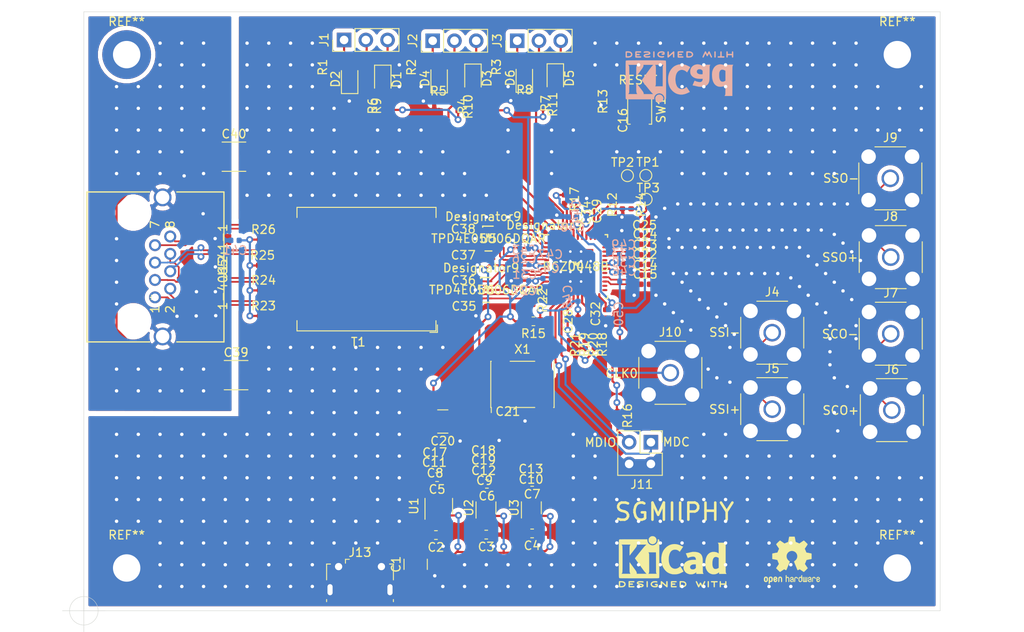
<source format=kicad_pcb>
(kicad_pcb (version 20171130) (host pcbnew 5.1.6+dfsg1-1)
  (layers (0 F.Cu signal) (31 B.Cu mixed) (34 B.Paste user) (35 F.Paste user) (36 B.SilkS user) (37 F.SilkS user) (38 B.Mask user) (39 F.Mask user) (44 Edge.Cuts user))
  (net 0 "")
  (net 1 "Net-(C1-Pad2)")
  (net 2 GND)
  (net 3 +2V5)
  (net 4 +1V0)
  (net 5 +1V8)
  (net 6 RSTN)
  (net 7 VDDIO)
  (net 8 "Net-(C35-Pad1)")
  (net 9 "Net-(C36-Pad1)")
  (net 10 "Net-(C37-Pad1)")
  (net 11 "Net-(C38-Pad1)")
  (net 12 Earth)
  (net 13 "Net-(C41-Pad2)")
  (net 14 "Net-(D1-Pad2)")
  (net 15 "Net-(D1-Pad1)")
  (net 16 "Net-(D2-Pad2)")
  (net 17 "Net-(D3-Pad2)")
  (net 18 "Net-(D3-Pad1)")
  (net 19 "Net-(D4-Pad2)")
  (net 20 "Net-(D5-Pad1)")
  (net 21 "Net-(D5-Pad2)")
  (net 22 "Net-(D6-Pad2)")
  (net 23 "Net-(J1-Pad1)")
  (net 24 LED0)
  (net 25 LED1)
  (net 26 "Net-(J2-Pad1)")
  (net 27 "Net-(J3-Pad1)")
  (net 28 LED2)
  (net 29 CLKO)
  (net 30 MDC)
  (net 31 MDIO)
  (net 32 "Net-(J13-Pad2)")
  (net 33 "Net-(J13-Pad4)")
  (net 34 "Net-(J13-Pad3)")
  (net 35 RX_CTL)
  (net 36 "Net-(R13-Pad2)")
  (net 37 INTPWDN)
  (net 38 TDI)
  (net 39 TDO)
  (net 40 TMS)
  (net 41 TCLK)
  (net 42 "Net-(R22-Pad1)")
  (net 43 "Net-(R23-Pad2)")
  (net 44 "Net-(R24-Pad2)")
  (net 45 "Net-(R25-Pad2)")
  (net 46 "Net-(R26-Pad2)")
  (net 47 GPIO0)
  (net 48 GPIO1)
  (net 49 TX_CTRL)
  (net 50 "Net-(U1-Pad4)")
  (net 51 "Net-(U2-Pad4)")
  (net 52 "Net-(U3-Pad4)")
  (net 53 "Net-(U4-Pad13)")
  (net 54 "Net-(U4-Pad14)")
  (net 55 CLK25M)
  (net 56 "Net-(U4-Pad25)")
  (net 57 "Net-(U4-Pad26)")
  (net 58 "Net-(U4-Pad29)")
  (net 59 "Net-(U4-Pad32)")
  (net 60 "Net-(U4-Pad48)")
  (net 61 /SGMII_SI-)
  (net 62 /SSI-)
  (net 63 /SSI+)
  (net 64 /SGMII_SO+)
  (net 65 /SGMII_CO+)
  (net 66 /SCO+)
  (net 67 /SGMII_CO-)
  (net 68 /SCO-)
  (net 69 /SSO+)
  (net 70 /SGMII_SO-)
  (net 71 /SSO-)
  (net 72 /MX1+)
  (net 73 /MX1-)
  (net 74 /MX2+)
  (net 75 /MX3+)
  (net 76 /MX3-)
  (net 77 /MX2-)
  (net 78 /MX4+)
  (net 79 /MX4-)
  (net 80 TD_D+)
  (net 81 TD_D-)
  (net 82 TD_C+)
  (net 83 TD_C-)
  (net 84 TD_B+)
  (net 85 TD_B-)
  (net 86 TD_A+)
  (net 87 TD_A-)
  (net 88 /SGMII_SI+)
  (module DP83867S:DP83867ISRGZR (layer F.Cu) (at 137.44 99.77)
    (fp_text reference U4 (at 0 0) (layer F.SilkS))
    (fp_text value RGZ0048B (at 0 0) (layer F.SilkS))
    (fp_text user Designator9 (at -3.6576 -4.8514) (layer F.SilkS))
    (fp_text user * (at 0 0) (layer F.SilkS))
    (pad V thru_hole circle (at 0.6285 -0.6285) (size 0.599999 0.599999) (drill 0.3048) (layers *.Cu *.Mask) (net 2 GND))
    (pad V thru_hole circle (at 1.749999 -0.6285) (size 0.599999 0.599999) (drill 0.3048) (layers *.Cu *.Mask) (net 2 GND))
    (pad V thru_hole circle (at 0.6285 -1.749999) (size 0.599999 0.599999) (drill 0.3048) (layers *.Cu *.Mask) (net 2 GND))
    (pad V thru_hole circle (at 0.6285 1.749999) (size 0.599999 0.599999) (drill 0.3048) (layers *.Cu *.Mask) (net 2 GND))
    (pad V thru_hole circle (at 1.749999 0.6285) (size 0.599999 0.599999) (drill 0.3048) (layers *.Cu *.Mask) (net 2 GND))
    (pad V thru_hole circle (at 0.6285 0.6285) (size 0.599999 0.599999) (drill 0.3048) (layers *.Cu *.Mask) (net 2 GND))
    (pad V thru_hole circle (at -0.6285 1.749999) (size 0.599999 0.599999) (drill 0.3048) (layers *.Cu *.Mask) (net 2 GND))
    (pad V thru_hole circle (at -1.749999 0.6285) (size 0.599999 0.599999) (drill 0.3048) (layers *.Cu *.Mask) (net 2 GND))
    (pad V thru_hole circle (at -0.6285 0.6285) (size 0.599999 0.599999) (drill 0.3048) (layers *.Cu *.Mask) (net 2 GND))
    (pad V thru_hole circle (at -0.6285 -1.749999) (size 0.599999 0.599999) (drill 0.3048) (layers *.Cu *.Mask) (net 2 GND))
    (pad V thru_hole circle (at -1.749999 -0.6285) (size 0.599999 0.599999) (drill 0.3048) (layers *.Cu *.Mask) (net 2 GND))
    (pad V thru_hole circle (at -0.6285 -0.6285) (size 0.599999 0.599999) (drill 0.3048) (layers *.Cu *.Mask) (net 2 GND))
    (pad 49 smd rect (at 0 0) (size 4.099999 4.099999) (layers F.Cu F.Paste F.Mask) (net 2 GND))
    (pad 48 smd oval (at -2.75 -3.400001) (size 0.24 0.599999) (layers F.Cu F.Paste F.Mask) (net 60 "Net-(U4-Pad48)"))
    (pad 47 smd oval (at -2.250001 -3.400001) (size 0.24 0.599999) (layers F.Cu F.Paste F.Mask) (net 24 LED0))
    (pad 46 smd oval (at -1.749999 -3.400001) (size 0.24 0.599999) (layers F.Cu F.Paste F.Mask) (net 25 LED1))
    (pad 45 smd oval (at -1.25 -3.400001) (size 0.24 0.599999) (layers F.Cu F.Paste F.Mask) (net 28 LED2))
    (pad 44 smd oval (at -0.749998 -3.400001) (size 0.24 0.599999) (layers F.Cu F.Paste F.Mask) (net 37 INTPWDN))
    (pad 43 smd oval (at -0.25 -3.400001) (size 0.24 0.599999) (layers F.Cu F.Paste F.Mask) (net 6 RSTN))
    (pad 42 smd oval (at 0.25 -3.400001) (size 0.24 0.599999) (layers F.Cu F.Paste F.Mask) (net 4 +1V0))
    (pad 41 smd oval (at 0.750001 -3.400001) (size 0.24 0.599999) (layers F.Cu F.Paste F.Mask) (net 7 VDDIO))
    (pad 40 smd oval (at 1.25 -3.400001) (size 0.24 0.599999) (layers F.Cu F.Paste F.Mask) (net 48 GPIO1))
    (pad 39 smd oval (at 1.750002 -3.400001) (size 0.24 0.599999) (layers F.Cu F.Paste F.Mask) (net 47 GPIO0))
    (pad 38 smd oval (at 2.250001 -3.400001) (size 0.24 0.599999) (layers F.Cu F.Paste F.Mask) (net 35 RX_CTL))
    (pad 37 smd oval (at 2.75 -3.400001) (size 0.24 0.599999) (layers F.Cu F.Paste F.Mask) (net 49 TX_CTRL))
    (pad 36 smd oval (at 3.400001 -2.75 90) (size 0.24 0.599999) (layers F.Cu F.Paste F.Mask) (net 70 /SGMII_SO-))
    (pad 35 smd oval (at 3.400001 -2.250001 90) (size 0.24 0.599999) (layers F.Cu F.Paste F.Mask) (net 64 /SGMII_SO+))
    (pad 34 smd oval (at 3.400001 -1.749999 90) (size 0.24 0.599999) (layers F.Cu F.Paste F.Mask) (net 67 /SGMII_CO-))
    (pad 33 smd oval (at 3.400001 -1.25 90) (size 0.24 0.599999) (layers F.Cu F.Paste F.Mask) (net 65 /SGMII_CO+))
    (pad 32 smd oval (at 3.400001 -0.749998 90) (size 0.24 0.599999) (layers F.Cu F.Paste F.Mask) (net 59 "Net-(U4-Pad32)"))
    (pad 31 smd oval (at 3.400001 -0.25 90) (size 0.24 0.599999) (layers F.Cu F.Paste F.Mask) (net 4 +1V0))
    (pad 30 smd oval (at 3.400001 0.25 90) (size 0.24 0.599999) (layers F.Cu F.Paste F.Mask) (net 7 VDDIO))
    (pad 29 smd oval (at 3.400001 0.750001 90) (size 0.24 0.599999) (layers F.Cu F.Paste F.Mask) (net 58 "Net-(U4-Pad29)"))
    (pad 28 smd oval (at 3.400001 1.25 90) (size 0.24 0.599999) (layers F.Cu F.Paste F.Mask) (net 61 /SGMII_SI-))
    (pad 27 smd oval (at 3.400001 1.750002 90) (size 0.24 0.599999) (layers F.Cu F.Paste F.Mask) (net 88 /SGMII_SI+))
    (pad 26 smd oval (at 3.400001 2.250001 90) (size 0.24 0.599999) (layers F.Cu F.Paste F.Mask) (net 57 "Net-(U4-Pad26)"))
    (pad 25 smd oval (at 3.400001 2.75 90) (size 0.24 0.599999) (layers F.Cu F.Paste F.Mask) (net 56 "Net-(U4-Pad25)"))
    (pad 24 smd oval (at 2.75 3.400001) (size 0.24 0.599999) (layers F.Cu F.Paste F.Mask) (net 4 +1V0))
    (pad 23 smd oval (at 2.250001 3.400001) (size 0.24 0.599999) (layers F.Cu F.Paste F.Mask) (net 38 TDI))
    (pad 22 smd oval (at 1.750002 3.400001) (size 0.24 0.599999) (layers F.Cu F.Paste F.Mask) (net 40 TMS))
    (pad 21 smd oval (at 1.25 3.400001) (size 0.24 0.599999) (layers F.Cu F.Paste F.Mask) (net 39 TDO))
    (pad 20 smd oval (at 0.750001 3.400001) (size 0.24 0.599999) (layers F.Cu F.Paste F.Mask) (net 41 TCLK))
    (pad 19 smd oval (at 0.25 3.400001) (size 0.24 0.599999) (layers F.Cu F.Paste F.Mask) (net 7 VDDIO))
    (pad 18 smd oval (at -0.25 3.400001) (size 0.24 0.599999) (layers F.Cu F.Paste F.Mask) (net 29 CLKO))
    (pad 17 smd oval (at -0.749998 3.400001) (size 0.24 0.599999) (layers F.Cu F.Paste F.Mask) (net 31 MDIO))
    (pad 16 smd oval (at -1.25 3.400001) (size 0.24 0.599999) (layers F.Cu F.Paste F.Mask) (net 30 MDC))
    (pad 15 smd oval (at -1.749999 3.400001) (size 0.24 0.599999) (layers F.Cu F.Paste F.Mask) (net 55 CLK25M))
    (pad 14 smd oval (at -2.250001 3.400001) (size 0.24 0.599999) (layers F.Cu F.Paste F.Mask) (net 54 "Net-(U4-Pad14)"))
    (pad 13 smd oval (at -2.75 3.400001) (size 0.24 0.599999) (layers F.Cu F.Paste F.Mask) (net 53 "Net-(U4-Pad13)"))
    (pad 12 smd oval (at -3.400001 2.75 90) (size 0.24 0.599999) (layers F.Cu F.Paste F.Mask) (net 42 "Net-(R22-Pad1)"))
    (pad 11 smd oval (at -3.400001 2.250001 90) (size 0.24 0.599999) (layers F.Cu F.Paste F.Mask) (net 81 TD_D-))
    (pad 10 smd oval (at -3.400001 1.750002 90) (size 0.24 0.599999) (layers F.Cu F.Paste F.Mask) (net 80 TD_D+))
    (pad 9 smd oval (at -3.400001 1.25 90) (size 0.24 0.599999) (layers F.Cu F.Paste F.Mask) (net 3 +2V5))
    (pad 8 smd oval (at -3.400001 0.750001 90) (size 0.24 0.599999) (layers F.Cu F.Paste F.Mask) (net 83 TD_C-))
    (pad 7 smd oval (at -3.400001 0.25 90) (size 0.24 0.599999) (layers F.Cu F.Paste F.Mask) (net 82 TD_C+))
    (pad 6 smd oval (at -3.400001 -0.25 90) (size 0.24 0.599999) (layers F.Cu F.Paste F.Mask) (net 4 +1V0))
    (pad 5 smd oval (at -3.400001 -0.749998 90) (size 0.24 0.599999) (layers F.Cu F.Paste F.Mask) (net 85 TD_B-))
    (pad 4 smd oval (at -3.400001 -1.25 90) (size 0.24 0.599999) (layers F.Cu F.Paste F.Mask) (net 84 TD_B+))
    (pad 3 smd oval (at -3.400001 -1.749999 90) (size 0.24 0.599999) (layers F.Cu F.Paste F.Mask) (net 3 +2V5))
    (pad 2 smd oval (at -3.400001 -2.250001 90) (size 0.24 0.599999) (layers F.Cu F.Paste F.Mask) (net 87 TD_A-))
    (pad 1 smd oval (at -3.400001 -2.75 90) (size 0.24 0.599999) (layers F.Cu F.Paste F.Mask) (net 86 TD_A+))
  )
  (module Symbol:KiCad-Logo2_5mm_SilkScreen (layer B.Cu) (at 149.5452 77.6176)
    (fp_text reference REF** hide)
    (fp_text value KiCad-Logo2_5mm_SilkScreen hide)
  )
  (module Symbol:OSHW-Logo2_7.3x6mm_SilkScreen (layer F.Cu) (at 162.6897 134.0945)
    (fp_text reference REF** hide)
    (fp_text value OSHW-Logo2_7.3x6mm_SilkScreen hide)
  )
  (module Symbol:KiCad-Logo2_5mm_SilkScreen (layer F.Cu) (at 148.7578 134.2596)
    (fp_text reference REF** hide)
    (fp_text value KiCad-Logo2_5mm_SilkScreen hide)
  )
  (module MountingHole:MountingHole_3.2mm_M3_ISO7380_Pad (layer F.Cu) (at 85 75)
    (fp_text reference REF** (at 0 -3.85) (layer F.SilkS))
    (fp_text value MountingHole_3.2mm_M3_ISO7380_Pad)
    (pad 1 thru_hole circle (at 0 0) (size 5.7 5.7) (drill 3.2) (layers *.Cu *.Mask))
  )
  (module MountingHole:MountingHole_3.2mm_M3_ISO7380_Pad (layer F.Cu) (at 85 135)
    (fp_text reference REF** (at 0 -3.85) (layer F.SilkS))
    (fp_text value MountingHole_3.2mm_M3_ISO7380_Pad)
    (pad 1 thru_hole circle (at 0 0) (size 5.7 5.7) (drill 3.2) (layers *.Cu *.Mask) (net 2 GND))
  )
  (module MountingHole:MountingHole_3.2mm_M3_ISO7380_Pad (layer F.Cu) (at 175 75)
    (fp_text reference REF** (at 0 -3.85) (layer F.SilkS))
    (fp_text value MountingHole_3.2mm_M3_ISO7380_Pad)
    (pad 1 thru_hole circle (at 0 0) (size 5.7 5.7) (drill 3.2) (layers *.Cu *.Mask) (net 2 GND))
  )
  (module MountingHole:MountingHole_3.2mm_M3_ISO7380_Pad (layer F.Cu) (at 175 135)
    (fp_text reference REF** (at 0 -3.85) (layer F.SilkS))
    (fp_text value MountingHole_3.2mm_M3_ISO7380_Pad)
    (pad 1 thru_hole circle (at 0 0) (size 5.7 5.7) (drill 3.2) (layers *.Cu *.Mask) (net 2 GND))
  )
  (module Capacitor_SMD:C_0402_1005Metric (layer B.Cu) (at 131.42 97.6757)
    (fp_text reference C26 (at 0 1.17) (layer B.SilkS) (effects (justify mirror)))
    (fp_text value 1u)
    (pad 1 smd roundrect (at -0.485 0) (size 0.59 0.64) (layers B.Cu B.Paste B.Mask) (net 2 GND))
    (pad 2 smd roundrect (at 0.485 0) (size 0.59 0.64) (layers B.Cu B.Paste B.Mask) (net 3 +2V5))
  )
  (module Capacitor_SMD:C_1210_3225Metric (layer F.Cu) (at 118.75 134.57 90)
    (fp_text reference C1 (at 0 -2.28 90) (layer F.SilkS))
    (fp_text value 220u)
    (pad 2 smd roundrect (at 1.4 0 90) (size 1.25 2.65) (layers F.Cu F.Paste F.Mask) (roundrect_rratio 0.2) (net 1 "Net-(C1-Pad2)"))
    (pad 1 smd roundrect (at -1.4 0 90) (size 1.25 2.65) (layers F.Cu F.Paste F.Mask) (roundrect_rratio 0.2) (net 2 GND))
  )
  (module Capacitor_SMD:C_0603_1608Metric (layer F.Cu) (at 121.1175 131.15 180)
    (fp_text reference C2 (at 0 -1.43) (layer F.SilkS))
    (fp_text value 22u)
    (pad 2 smd roundrect (at 0.7875 0 180) (size 0.875 0.95) (layers F.Cu F.Paste F.Mask) (net 1 "Net-(C1-Pad2)"))
    (pad 1 smd roundrect (at -0.7875 0 180) (size 0.875 0.95) (layers F.Cu F.Paste F.Mask) (net 2 GND))
  )
  (module Capacitor_SMD:C_0603_1608Metric (layer F.Cu) (at 126.99 131.1 180)
    (fp_text reference C3 (at 0 -1.43) (layer F.SilkS))
    (fp_text value 22u)
    (pad 1 smd roundrect (at -0.7875 0 180) (size 0.875 0.95) (layers F.Cu F.Paste F.Mask) (net 2 GND))
    (pad 2 smd roundrect (at 0.7875 0 180) (size 0.875 0.95) (layers F.Cu F.Paste F.Mask) (net 1 "Net-(C1-Pad2)"))
  )
  (module Capacitor_SMD:C_0603_1608Metric (layer F.Cu) (at 132.35 130.96 180)
    (fp_text reference C4 (at 0 -1.43) (layer F.SilkS))
    (fp_text value 22u)
    (pad 2 smd roundrect (at 0.7875 0 180) (size 0.875 0.95) (layers F.Cu F.Paste F.Mask) (net 1 "Net-(C1-Pad2)"))
    (pad 1 smd roundrect (at -0.7875 0 180) (size 0.875 0.95) (layers F.Cu F.Paste F.Mask) (net 2 GND))
  )
  (module Capacitor_SMD:C_0603_1608Metric (layer F.Cu) (at 121.25 124.38 180)
    (fp_text reference C5 (at 0 -1.43) (layer F.SilkS))
    (fp_text value 22u)
    (pad 2 smd roundrect (at 0.7875 0 180) (size 0.875 0.95) (layers F.Cu F.Paste F.Mask) (net 3 +2V5))
    (pad 1 smd roundrect (at -0.7875 0 180) (size 0.875 0.95) (layers F.Cu F.Paste F.Mask) (net 2 GND))
  )
  (module Capacitor_SMD:C_0603_1608Metric (layer F.Cu) (at 127.07 125.16 180)
    (fp_text reference C6 (at 0 -1.43) (layer F.SilkS))
    (fp_text value 22u)
    (pad 1 smd roundrect (at -0.7875 0 180) (size 0.875 0.95) (layers F.Cu F.Paste F.Mask) (net 2 GND))
    (pad 2 smd roundrect (at 0.7875 0 180) (size 0.875 0.95) (layers F.Cu F.Paste F.Mask) (net 4 +1V0))
  )
  (module Capacitor_SMD:C_0603_1608Metric (layer F.Cu) (at 132.35 124.94 180)
    (fp_text reference C7 (at 0 -1.43) (layer F.SilkS))
    (fp_text value 22u)
    (pad 1 smd roundrect (at -0.7875 0 180) (size 0.875 0.95) (layers F.Cu F.Paste F.Mask) (net 2 GND))
    (pad 2 smd roundrect (at 0.7875 0 180) (size 0.875 0.95) (layers F.Cu F.Paste F.Mask) (net 5 +1V8))
  )
  (module Capacitor_SMD:C_0402_1005Metric (layer F.Cu) (at 121.02 122.74 180)
    (fp_text reference C8 (at 0 -1.17) (layer F.SilkS))
    (fp_text value 0.1u)
    (pad 1 smd roundrect (at -0.485 0 180) (size 0.59 0.64) (layers F.Cu F.Paste F.Mask) (net 2 GND))
    (pad 2 smd roundrect (at 0.485 0 180) (size 0.59 0.64) (layers F.Cu F.Paste F.Mask) (net 3 +2V5))
  )
  (module Capacitor_SMD:C_0402_1005Metric (layer F.Cu) (at 126.795 123.61 180)
    (fp_text reference C9 (at 0 -1.17) (layer F.SilkS))
    (fp_text value 0.1u)
    (pad 2 smd roundrect (at 0.485 0 180) (size 0.59 0.64) (layers F.Cu F.Paste F.Mask) (net 4 +1V0))
    (pad 1 smd roundrect (at -0.485 0 180) (size 0.59 0.64) (layers F.Cu F.Paste F.Mask) (net 2 GND))
  )
  (module Capacitor_SMD:C_0402_1005Metric (layer F.Cu) (at 132.225 123.47 180)
    (fp_text reference C10 (at 0 -1.17) (layer F.SilkS))
    (fp_text value 0.1u)
    (pad 1 smd roundrect (at -0.485 0 180) (size 0.59 0.64) (layers F.Cu F.Paste F.Mask) (net 2 GND))
    (pad 2 smd roundrect (at 0.485 0 180) (size 0.59 0.64) (layers F.Cu F.Paste F.Mask) (net 5 +1V8))
  )
  (module Capacitor_SMD:C_0402_1005Metric (layer F.Cu) (at 120.94 121.49 180)
    (fp_text reference C11 (at 0 -1.17) (layer F.SilkS))
    (fp_text value 1000p)
    (pad 1 smd roundrect (at -0.485 0 180) (size 0.59 0.64) (layers F.Cu F.Paste F.Mask) (net 2 GND))
    (pad 2 smd roundrect (at 0.485 0 180) (size 0.59 0.64) (layers F.Cu F.Paste F.Mask) (net 3 +2V5))
  )
  (module Capacitor_SMD:C_0402_1005Metric (layer F.Cu) (at 126.69 122.45 180)
    (fp_text reference C12 (at 0 -1.17) (layer F.SilkS))
    (fp_text value 0.01u)
    (pad 1 smd roundrect (at -0.485 0 180) (size 0.59 0.64) (layers F.Cu F.Paste F.Mask) (net 2 GND))
    (pad 2 smd roundrect (at 0.485 0 180) (size 0.59 0.64) (layers F.Cu F.Paste F.Mask) (net 4 +1V0))
  )
  (module Capacitor_SMD:C_0402_1005Metric (layer F.Cu) (at 132.21 122.26 180)
    (fp_text reference C13 (at 0 -1.17) (layer F.SilkS))
    (fp_text value 1000p)
    (pad 2 smd roundrect (at 0.485 0 180) (size 0.59 0.64) (layers F.Cu F.Paste F.Mask) (net 5 +1V8))
    (pad 1 smd roundrect (at -0.485 0 180) (size 0.59 0.64) (layers F.Cu F.Paste F.Mask) (net 2 GND))
  )
  (module Capacitor_SMD:C_0402_1005Metric (layer F.Cu) (at 145.55 100.78)
    (fp_text reference C14 (at 0 -1.17) (layer F.SilkS))
    (fp_text value 0.1u)
    (pad 1 smd roundrect (at -0.485 0) (size 0.59 0.64) (layers F.Cu F.Paste F.Mask) (net 61 /SGMII_SI-))
    (pad 2 smd roundrect (at 0.485 0) (size 0.59 0.64) (layers F.Cu F.Paste F.Mask) (net 62 /SSI-))
  )
  (module Capacitor_SMD:C_0402_1005Metric (layer F.Cu) (at 145.55 101.84)
    (fp_text reference C15 (at 0 -1.17) (layer F.SilkS))
    (fp_text value 0.1u)
    (pad 2 smd roundrect (at 0.485 0) (size 0.59 0.64) (layers F.Cu F.Paste F.Mask) (net 63 /SSI+))
    (pad 1 smd roundrect (at -0.485 0) (size 0.59 0.64) (layers F.Cu F.Paste F.Mask) (net 88 /SGMII_SI+))
  )
  (module Capacitor_SMD:C_0402_1005Metric (layer F.Cu) (at 141.78 82.685 270)
    (fp_text reference C16 (at 0 -1.17 90) (layer F.SilkS))
    (fp_text value 0.01u)
    (pad 1 smd roundrect (at -0.485 0 270) (size 0.59 0.64) (layers F.Cu F.Paste F.Mask) (net 2 GND))
    (pad 2 smd roundrect (at 0.485 0 270) (size 0.59 0.64) (layers F.Cu F.Paste F.Mask) (net 6 RSTN))
  )
  (module Capacitor_SMD:C_0402_1005Metric (layer F.Cu) (at 120.98 120.33 180)
    (fp_text reference C17 (at 0 -1.17) (layer F.SilkS))
    (fp_text value 100p)
    (pad 2 smd roundrect (at 0.485 0 180) (size 0.59 0.64) (layers F.Cu F.Paste F.Mask) (net 3 +2V5))
    (pad 1 smd roundrect (at -0.485 0 180) (size 0.59 0.64) (layers F.Cu F.Paste F.Mask) (net 2 GND))
  )
  (module Capacitor_SMD:C_0402_1005Metric (layer F.Cu) (at 126.67 120.09 180)
    (fp_text reference C18 (at 0 -1.17) (layer F.SilkS))
    (fp_text value 1000p)
    (pad 2 smd roundrect (at 0.485 0 180) (size 0.59 0.64) (layers F.Cu F.Paste F.Mask) (net 4 +1V0))
    (pad 1 smd roundrect (at -0.485 0 180) (size 0.59 0.64) (layers F.Cu F.Paste F.Mask) (net 2 GND))
  )
  (module Capacitor_SMD:C_0402_1005Metric (layer F.Cu) (at 126.675 121.23 180)
    (fp_text reference C19 (at 0 -1.17) (layer F.SilkS))
    (fp_text value 100p)
    (pad 2 smd roundrect (at 0.485 0 180) (size 0.59 0.64) (layers F.Cu F.Paste F.Mask) (net 4 +1V0))
    (pad 1 smd roundrect (at -0.485 0 180) (size 0.59 0.64) (layers F.Cu F.Paste F.Mask) (net 2 GND))
  )
  (module Capacitor_SMD:C_1210_3225Metric (layer F.Cu) (at 121.92 117.88 180)
    (fp_text reference C20 (at 0 -2.28) (layer F.SilkS))
    (fp_text value 220u)
    (pad 1 smd roundrect (at -1.4 0 180) (size 1.25 2.65) (layers F.Cu F.Paste F.Mask) (roundrect_rratio 0.2) (net 2 GND))
    (pad 2 smd roundrect (at 1.4 0 180) (size 1.25 2.65) (layers F.Cu F.Paste F.Mask) (roundrect_rratio 0.2) (net 3 +2V5))
  )
  (module Capacitor_SMD:C_0402_1005Metric (layer F.Cu) (at 129.515 117.88)
    (fp_text reference C21 (at 0 -1.17) (layer F.SilkS))
    (fp_text value 0.1u)
    (pad 1 smd roundrect (at -0.485 0) (size 0.59 0.64) (layers F.Cu F.Paste F.Mask) (net 5 +1V8))
    (pad 2 smd roundrect (at 0.485 0) (size 0.59 0.64) (layers F.Cu F.Paste F.Mask) (net 2 GND))
  )
  (module Capacitor_SMD:C_0402_1005Metric (layer F.Cu) (at 145.52 99.52)
    (fp_text reference C22 (at 0 -1.17) (layer F.SilkS))
    (fp_text value 0.1u)
    (pad 1 smd roundrect (at -0.485 0) (size 0.59 0.64) (layers F.Cu F.Paste F.Mask) (net 65 /SGMII_CO+))
    (pad 2 smd roundrect (at 0.485 0) (size 0.59 0.64) (layers F.Cu F.Paste F.Mask) (net 66 /SCO+))
  )
  (module Capacitor_SMD:C_0402_1005Metric (layer F.Cu) (at 145.53 98.39)
    (fp_text reference C23 (at 0 -1.17) (layer F.SilkS))
    (fp_text value 0.1u)
    (pad 1 smd roundrect (at -0.485 0) (size 0.59 0.64) (layers F.Cu F.Paste F.Mask) (net 67 /SGMII_CO-))
    (pad 2 smd roundrect (at 0.485 0) (size 0.59 0.64) (layers F.Cu F.Paste F.Mask) (net 68 /SCO-))
  )
  (module Capacitor_SMD:C_0402_1005Metric (layer F.Cu) (at 145.53 97.16)
    (fp_text reference C24 (at 0 -1.17) (layer F.SilkS))
    (fp_text value 0.1u)
    (pad 2 smd roundrect (at 0.485 0) (size 0.59 0.64) (layers F.Cu F.Paste F.Mask) (net 69 /SSO+))
    (pad 1 smd roundrect (at -0.485 0) (size 0.59 0.64) (layers F.Cu F.Paste F.Mask) (net 64 /SGMII_SO+))
  )
  (module Capacitor_SMD:C_0402_1005Metric (layer F.Cu) (at 145.48 96.1)
    (fp_text reference C25 (at 0 -1.17) (layer F.SilkS))
    (fp_text value 0.1u)
    (pad 1 smd roundrect (at -0.485 0) (size 0.59 0.64) (layers F.Cu F.Paste F.Mask) (net 70 /SGMII_SO-))
    (pad 2 smd roundrect (at 0.485 0) (size 0.59 0.64) (layers F.Cu F.Paste F.Mask) (net 71 /SSO-))
  )
  (module Capacitor_SMD:C_0402_1005Metric (layer B.Cu) (at 131.46 101.43)
    (fp_text reference C27 (at 0 1.17) (layer B.SilkS) (effects (justify mirror)))
    (fp_text value 1000p)
    (pad 2 smd roundrect (at 0.485 0) (size 0.59 0.64) (layers B.Cu B.Paste B.Mask) (net 3 +2V5))
    (pad 1 smd roundrect (at -0.485 0) (size 0.59 0.64) (layers B.Cu B.Paste B.Mask) (net 2 GND))
  )
  (module Capacitor_SMD:C_0402_1005Metric (layer F.Cu) (at 137.72 106.155 90)
    (fp_text reference C28 (at 0 -1.17 90) (layer F.SilkS))
    (fp_text value 1u)
    (pad 2 smd roundrect (at 0.485 0 90) (size 0.59 0.64) (layers F.Cu F.Paste F.Mask) (net 7 VDDIO))
    (pad 1 smd roundrect (at -0.485 0 90) (size 0.59 0.64) (layers F.Cu F.Paste F.Mask) (net 2 GND))
  )
  (module Capacitor_SMD:C_0402_1005Metric (layer F.Cu) (at 138.74 93.29 270)
    (fp_text reference C29 (at 0 -1.17 90) (layer F.SilkS))
    (fp_text value 0.1u)
    (pad 1 smd roundrect (at -0.485 0 270) (size 0.59 0.64) (layers F.Cu F.Paste F.Mask) (net 2 GND))
    (pad 2 smd roundrect (at 0.485 0 270) (size 0.59 0.64) (layers F.Cu F.Paste F.Mask) (net 7 VDDIO))
  )
  (module Capacitor_SMD:C_0402_1005Metric (layer B.Cu) (at 143.06 100.46 180)
    (fp_text reference C30 (at 0 1.17) (layer B.SilkS) (effects (justify mirror)))
    (fp_text value 1000p)
    (pad 2 smd roundrect (at 0.485 0 180) (size 0.59 0.64) (layers B.Cu B.Paste B.Mask) (net 7 VDDIO))
    (pad 1 smd roundrect (at -0.485 0 180) (size 0.59 0.64) (layers B.Cu B.Paste B.Mask) (net 2 GND))
  )
  (module Capacitor_SMD:C_0402_1005Metric (layer B.Cu) (at 131.49 99.52)
    (fp_text reference C31 (at 0 1.17) (layer B.SilkS) (effects (justify mirror)))
    (fp_text value 1u)
    (pad 2 smd roundrect (at 0.485 0) (size 0.59 0.64) (layers B.Cu B.Paste B.Mask) (net 4 +1V0))
    (pad 1 smd roundrect (at -0.485 0) (size 0.59 0.64) (layers B.Cu B.Paste B.Mask) (net 2 GND))
  )
  (module Capacitor_SMD:C_0402_1005Metric (layer F.Cu) (at 140.94 105.3 90)
    (fp_text reference C32 (at 0 -1.17 90) (layer F.SilkS))
    (fp_text value 0.01u)
    (pad 1 smd roundrect (at -0.485 0 90) (size 0.59 0.64) (layers F.Cu F.Paste F.Mask) (net 2 GND))
    (pad 2 smd roundrect (at 0.485 0 90) (size 0.59 0.64) (layers F.Cu F.Paste F.Mask) (net 4 +1V0))
  )
  (module Capacitor_SMD:C_0402_1005Metric (layer B.Cu) (at 143.03 99.41 180)
    (fp_text reference C33 (at 0 1.17) (layer B.SilkS) (effects (justify mirror)))
    (fp_text value 100p)
    (pad 2 smd roundrect (at 0.485 0 180) (size 0.59 0.64) (layers B.Cu B.Paste B.Mask) (net 4 +1V0))
    (pad 1 smd roundrect (at -0.485 0 180) (size 0.59 0.64) (layers B.Cu B.Paste B.Mask) (net 2 GND))
  )
  (module Capacitor_SMD:C_0402_1005Metric (layer F.Cu) (at 137.5 93.51 270)
    (fp_text reference C34 (at 0 -1.17 90) (layer F.SilkS))
    (fp_text value 1000p)
    (pad 1 smd roundrect (at -0.485 0 270) (size 0.59 0.64) (layers F.Cu F.Paste F.Mask) (net 2 GND))
    (pad 2 smd roundrect (at 0.485 0 270) (size 0.59 0.64) (layers F.Cu F.Paste F.Mask) (net 4 +1V0))
  )
  (module Capacitor_SMD:C_0402_1005Metric (layer F.Cu) (at 124.4 105.58)
    (fp_text reference C35 (at 0 -1.17) (layer F.SilkS))
    (fp_text value 0.1u)
    (pad 2 smd roundrect (at 0.485 0) (size 0.59 0.64) (layers F.Cu F.Paste F.Mask) (net 2 GND))
    (pad 1 smd roundrect (at -0.485 0) (size 0.59 0.64) (layers F.Cu F.Paste F.Mask) (net 8 "Net-(C35-Pad1)"))
  )
  (module Capacitor_SMD:C_0402_1005Metric (layer F.Cu) (at 124.34 102.56)
    (fp_text reference C36 (at 0 -1.17) (layer F.SilkS))
    (fp_text value 0.1u)
    (pad 1 smd roundrect (at -0.485 0) (size 0.59 0.64) (layers F.Cu F.Paste F.Mask) (net 9 "Net-(C36-Pad1)"))
    (pad 2 smd roundrect (at 0.485 0) (size 0.59 0.64) (layers F.Cu F.Paste F.Mask) (net 2 GND))
  )
  (module Capacitor_SMD:C_0402_1005Metric (layer F.Cu) (at 124.31 99.61)
    (fp_text reference C37 (at 0 -1.17) (layer F.SilkS))
    (fp_text value 0.1u)
    (pad 2 smd roundrect (at 0.485 0) (size 0.59 0.64) (layers F.Cu F.Paste F.Mask) (net 2 GND))
    (pad 1 smd roundrect (at -0.485 0) (size 0.59 0.64) (layers F.Cu F.Paste F.Mask) (net 10 "Net-(C37-Pad1)"))
  )
  (module Capacitor_SMD:C_0402_1005Metric (layer F.Cu) (at 124.31 96.55)
    (fp_text reference C38 (at 0 -1.17) (layer F.SilkS))
    (fp_text value 0.1u)
    (pad 1 smd roundrect (at -0.485 0) (size 0.59 0.64) (layers F.Cu F.Paste F.Mask) (net 11 "Net-(C38-Pad1)"))
    (pad 2 smd roundrect (at 0.485 0) (size 0.59 0.64) (layers F.Cu F.Paste F.Mask) (net 2 GND))
  )
  (module Capacitor_SMD:C_1812_4532Metric (layer F.Cu) (at 97.78 112.46)
    (fp_text reference C39 (at 0 -2.65) (layer F.SilkS))
    (fp_text value 4700p)
    (pad 1 smd roundrect (at -2.1375 0) (size 1.125 3.4) (layers F.Cu F.Paste F.Mask) (roundrect_rratio 0.222222) (net 12 Earth))
    (pad 2 smd roundrect (at 2.1375 0) (size 1.125 3.4) (layers F.Cu F.Paste F.Mask) (roundrect_rratio 0.222222) (net 2 GND))
  )
  (module Capacitor_SMD:C_1812_4532Metric (layer F.Cu) (at 97.53 86.93)
    (fp_text reference C40 (at 0 -2.65) (layer F.SilkS))
    (fp_text value 4700p)
    (pad 2 smd roundrect (at 2.1375 0) (size 1.125 3.4) (layers F.Cu F.Paste F.Mask) (roundrect_rratio 0.222222) (net 2 GND))
    (pad 1 smd roundrect (at -2.1375 0) (size 1.125 3.4) (layers F.Cu F.Paste F.Mask) (roundrect_rratio 0.222222) (net 12 Earth))
  )
  (module Capacitor_SMD:C_0402_1005Metric (layer B.Cu) (at 97.6503 96.7105)
    (fp_text reference C41 (at 0 1.17) (layer B.SilkS) (effects (justify mirror)))
    (fp_text value 0.01u)
    (pad 2 smd roundrect (at 0.485 0) (size 0.59 0.64) (layers B.Cu B.Paste B.Mask) (net 13 "Net-(C41-Pad2)"))
    (pad 1 smd roundrect (at -0.485 0) (size 0.59 0.64) (layers B.Cu B.Paste B.Mask) (net 12 Earth))
  )
  (module Diode_SMD:D_0805_2012Metric (layer F.Cu) (at 114.91 77.92 270)
    (fp_text reference D1 (at 0 -1.65 90) (layer F.SilkS))
    (fp_text value QTLP630C4)
    (pad 2 smd roundrect (at 0.9375 0 270) (size 0.975 1.4) (layers F.Cu F.Paste F.Mask) (net 14 "Net-(D1-Pad2)"))
    (pad 1 smd roundrect (at -0.9375 0 270) (size 0.975 1.4) (layers F.Cu F.Paste F.Mask) (net 15 "Net-(D1-Pad1)"))
  )
  (module Diode_SMD:D_0805_2012Metric (layer F.Cu) (at 111.04 77.8675 90)
    (fp_text reference D2 (at 0 -1.65 90) (layer F.SilkS))
    (fp_text value QTLP630C4)
    (pad 1 smd roundrect (at -0.9375 0 90) (size 0.975 1.4) (layers F.Cu F.Paste F.Mask) (net 2 GND))
    (pad 2 smd roundrect (at 0.9375 0 90) (size 0.975 1.4) (layers F.Cu F.Paste F.Mask) (net 16 "Net-(D2-Pad2)"))
  )
  (module Diode_SMD:D_0805_2012Metric (layer F.Cu) (at 125.44 77.79 270)
    (fp_text reference D3 (at 0 -1.65 90) (layer F.SilkS))
    (fp_text value QTLP630C4)
    (pad 2 smd roundrect (at 0.9375 0 270) (size 0.975 1.4) (layers F.Cu F.Paste F.Mask) (net 17 "Net-(D3-Pad2)"))
    (pad 1 smd roundrect (at -0.9375 0 270) (size 0.975 1.4) (layers F.Cu F.Paste F.Mask) (net 18 "Net-(D3-Pad1)"))
  )
  (module Diode_SMD:D_0805_2012Metric (layer F.Cu) (at 121.49 77.78 90)
    (fp_text reference D4 (at 0 -1.65 90) (layer F.SilkS))
    (fp_text value QTLP630C4)
    (pad 1 smd roundrect (at -0.9375 0 90) (size 0.975 1.4) (layers F.Cu F.Paste F.Mask) (net 2 GND))
    (pad 2 smd roundrect (at 0.9375 0 90) (size 0.975 1.4) (layers F.Cu F.Paste F.Mask) (net 19 "Net-(D4-Pad2)"))
  )
  (module Diode_SMD:D_0805_2012Metric (layer F.Cu) (at 135.06 77.76 270)
    (fp_text reference D5 (at 0 -1.65 90) (layer F.SilkS))
    (fp_text value QTLP630C4)
    (pad 1 smd roundrect (at -0.9375 0 270) (size 0.975 1.4) (layers F.Cu F.Paste F.Mask) (net 20 "Net-(D5-Pad1)"))
    (pad 2 smd roundrect (at 0.9375 0 270) (size 0.975 1.4) (layers F.Cu F.Paste F.Mask) (net 21 "Net-(D5-Pad2)"))
  )
  (module Diode_SMD:D_0805_2012Metric (layer F.Cu) (at 131.44 77.72 90)
    (fp_text reference D6 (at 0 -1.65 90) (layer F.SilkS))
    (fp_text value QTLP630C4)
    (pad 2 smd roundrect (at 0.9375 0 90) (size 0.975 1.4) (layers F.Cu F.Paste F.Mask) (net 22 "Net-(D6-Pad2)"))
    (pad 1 smd roundrect (at -0.9375 0 90) (size 0.975 1.4) (layers F.Cu F.Paste F.Mask) (net 2 GND))
  )
  (module Connector_PinHeader_2.54mm:PinHeader_1x03_P2.54mm_Vertical (layer F.Cu) (at 110.39 73.29 90)
    (fp_text reference J1 (at 0 -2.33 90) (layer F.SilkS))
    (fp_text value Conn_01x03)
    (pad 1 thru_hole rect (at 0 0 90) (size 1.7 1.7) (drill 1) (layers *.Cu *.Mask) (net 23 "Net-(J1-Pad1)"))
    (pad 2 thru_hole oval (at 0 2.54 90) (size 1.7 1.7) (drill 1) (layers *.Cu *.Mask) (net 24 LED0))
    (pad 3 thru_hole oval (at 0 5.08 90) (size 1.7 1.7) (drill 1) (layers *.Cu *.Mask) (net 15 "Net-(D1-Pad1)"))
  )
  (module Connector_PinHeader_2.54mm:PinHeader_1x03_P2.54mm_Vertical (layer F.Cu) (at 120.74 73.38 90)
    (fp_text reference J2 (at 0 -2.33 90) (layer F.SilkS))
    (fp_text value Conn_01x03)
    (pad 3 thru_hole oval (at 0 5.08 90) (size 1.7 1.7) (drill 1) (layers *.Cu *.Mask) (net 18 "Net-(D3-Pad1)"))
    (pad 2 thru_hole oval (at 0 2.54 90) (size 1.7 1.7) (drill 1) (layers *.Cu *.Mask) (net 25 LED1))
    (pad 1 thru_hole rect (at 0 0 90) (size 1.7 1.7) (drill 1) (layers *.Cu *.Mask) (net 26 "Net-(J2-Pad1)"))
  )
  (module Connector_PinHeader_2.54mm:PinHeader_1x03_P2.54mm_Vertical (layer F.Cu) (at 130.61 73.38 90)
    (fp_text reference J3 (at 0 -2.33 90) (layer F.SilkS))
    (fp_text value Conn_01x03)
    (pad 1 thru_hole rect (at 0 0 90) (size 1.7 1.7) (drill 1) (layers *.Cu *.Mask) (net 27 "Net-(J3-Pad1)"))
    (pad 2 thru_hole oval (at 0 2.54 90) (size 1.7 1.7) (drill 1) (layers *.Cu *.Mask) (net 28 LED2))
    (pad 3 thru_hole oval (at 0 5.08 90) (size 1.7 1.7) (drill 1) (layers *.Cu *.Mask) (net 20 "Net-(D5-Pad1)"))
  )
  (module Connector_Coaxial:SMA_Amphenol_132134_Vertical (layer F.Cu) (at 160.39 107.5)
    (fp_text reference J4 (at 0 -4.75) (layer F.SilkS))
    (fp_text value Conn_Coaxial)
    (pad 1 thru_hole circle (at 0 0) (size 2.05 2.05) (drill 1.5) (layers *.Cu *.Mask) (net 62 /SSI-))
    (pad 2 thru_hole circle (at 2.54 2.54) (size 2.25 2.25) (drill 1.7) (layers *.Cu *.Mask) (net 2 GND))
    (pad 2 thru_hole circle (at 2.54 -2.54) (size 2.25 2.25) (drill 1.7) (layers *.Cu *.Mask) (net 2 GND))
    (pad 2 thru_hole circle (at -2.54 -2.54) (size 2.25 2.25) (drill 1.7) (layers *.Cu *.Mask) (net 2 GND))
    (pad 2 thru_hole circle (at -2.54 2.54) (size 2.25 2.25) (drill 1.7) (layers *.Cu *.Mask) (net 2 GND))
  )
  (module Connector_Coaxial:SMA_Amphenol_132134_Vertical (layer F.Cu) (at 160.39 116.44)
    (fp_text reference J5 (at 0 -4.75) (layer F.SilkS))
    (fp_text value Conn_Coaxial)
    (pad 1 thru_hole circle (at 0 0) (size 2.05 2.05) (drill 1.5) (layers *.Cu *.Mask) (net 63 /SSI+))
    (pad 2 thru_hole circle (at 2.54 2.54) (size 2.25 2.25) (drill 1.7) (layers *.Cu *.Mask) (net 2 GND))
    (pad 2 thru_hole circle (at 2.54 -2.54) (size 2.25 2.25) (drill 1.7) (layers *.Cu *.Mask) (net 2 GND))
    (pad 2 thru_hole circle (at -2.54 -2.54) (size 2.25 2.25) (drill 1.7) (layers *.Cu *.Mask) (net 2 GND))
    (pad 2 thru_hole circle (at -2.54 2.54) (size 2.25 2.25) (drill 1.7) (layers *.Cu *.Mask) (net 2 GND))
  )
  (module Connector_Coaxial:SMA_Amphenol_132134_Vertical (layer F.Cu) (at 174.36 116.55)
    (fp_text reference J6 (at 0 -4.75) (layer F.SilkS))
    (fp_text value Conn_Coaxial)
    (pad 1 thru_hole circle (at 0 0) (size 2.05 2.05) (drill 1.5) (layers *.Cu *.Mask) (net 66 /SCO+))
    (pad 2 thru_hole circle (at 2.54 2.54) (size 2.25 2.25) (drill 1.7) (layers *.Cu *.Mask) (net 2 GND))
    (pad 2 thru_hole circle (at 2.54 -2.54) (size 2.25 2.25) (drill 1.7) (layers *.Cu *.Mask) (net 2 GND))
    (pad 2 thru_hole circle (at -2.54 -2.54) (size 2.25 2.25) (drill 1.7) (layers *.Cu *.Mask) (net 2 GND))
    (pad 2 thru_hole circle (at -2.54 2.54) (size 2.25 2.25) (drill 1.7) (layers *.Cu *.Mask) (net 2 GND))
  )
  (module Connector_Coaxial:SMA_Amphenol_132134_Vertical (layer F.Cu) (at 174.23 107.62)
    (fp_text reference J7 (at 0 -4.75) (layer F.SilkS))
    (fp_text value Conn_Coaxial)
    (pad 2 thru_hole circle (at -2.54 2.54) (size 2.25 2.25) (drill 1.7) (layers *.Cu *.Mask) (net 2 GND))
    (pad 2 thru_hole circle (at -2.54 -2.54) (size 2.25 2.25) (drill 1.7) (layers *.Cu *.Mask) (net 2 GND))
    (pad 2 thru_hole circle (at 2.54 -2.54) (size 2.25 2.25) (drill 1.7) (layers *.Cu *.Mask) (net 2 GND))
    (pad 2 thru_hole circle (at 2.54 2.54) (size 2.25 2.25) (drill 1.7) (layers *.Cu *.Mask) (net 2 GND))
    (pad 1 thru_hole circle (at 0 0) (size 2.05 2.05) (drill 1.5) (layers *.Cu *.Mask) (net 68 /SCO-))
  )
  (module Connector_Coaxial:SMA_Amphenol_132134_Vertical (layer F.Cu) (at 174.23 98.67)
    (fp_text reference J8 (at 0 -4.75) (layer F.SilkS))
    (fp_text value Conn_Coaxial)
    (pad 2 thru_hole circle (at -2.54 2.54) (size 2.25 2.25) (drill 1.7) (layers *.Cu *.Mask) (net 2 GND))
    (pad 2 thru_hole circle (at -2.54 -2.54) (size 2.25 2.25) (drill 1.7) (layers *.Cu *.Mask) (net 2 GND))
    (pad 2 thru_hole circle (at 2.54 -2.54) (size 2.25 2.25) (drill 1.7) (layers *.Cu *.Mask) (net 2 GND))
    (pad 2 thru_hole circle (at 2.54 2.54) (size 2.25 2.25) (drill 1.7) (layers *.Cu *.Mask) (net 2 GND))
    (pad 1 thru_hole circle (at 0 0) (size 2.05 2.05) (drill 1.5) (layers *.Cu *.Mask) (net 69 /SSO+))
  )
  (module Connector_Coaxial:SMA_Amphenol_132134_Vertical (layer F.Cu) (at 174.18 89.46)
    (fp_text reference J9 (at 0 -4.75) (layer F.SilkS))
    (fp_text value Conn_Coaxial)
    (pad 1 thru_hole circle (at 0 0) (size 2.05 2.05) (drill 1.5) (layers *.Cu *.Mask) (net 71 /SSO-))
    (pad 2 thru_hole circle (at 2.54 2.54) (size 2.25 2.25) (drill 1.7) (layers *.Cu *.Mask) (net 2 GND))
    (pad 2 thru_hole circle (at 2.54 -2.54) (size 2.25 2.25) (drill 1.7) (layers *.Cu *.Mask) (net 2 GND))
    (pad 2 thru_hole circle (at -2.54 -2.54) (size 2.25 2.25) (drill 1.7) (layers *.Cu *.Mask) (net 2 GND))
    (pad 2 thru_hole circle (at -2.54 2.54) (size 2.25 2.25) (drill 1.7) (layers *.Cu *.Mask) (net 2 GND))
  )
  (module Connector_Coaxial:SMA_Amphenol_132134_Vertical (layer F.Cu) (at 148.49 112.19)
    (fp_text reference J10 (at 0 -4.75) (layer F.SilkS))
    (fp_text value Conn_Coaxial)
    (pad 2 thru_hole circle (at -2.54 2.54) (size 2.25 2.25) (drill 1.7) (layers *.Cu *.Mask) (net 2 GND))
    (pad 2 thru_hole circle (at -2.54 -2.54) (size 2.25 2.25) (drill 1.7) (layers *.Cu *.Mask) (net 2 GND))
    (pad 2 thru_hole circle (at 2.54 -2.54) (size 2.25 2.25) (drill 1.7) (layers *.Cu *.Mask) (net 2 GND))
    (pad 2 thru_hole circle (at 2.54 2.54) (size 2.25 2.25) (drill 1.7) (layers *.Cu *.Mask) (net 2 GND))
    (pad 1 thru_hole circle (at 0 0) (size 2.05 2.05) (drill 1.5) (layers *.Cu *.Mask) (net 29 CLKO))
  )
  (module Connector_PinHeader_2.54mm:PinHeader_2x02_P2.54mm_Vertical (layer F.Cu) (at 146.22 120.3 270)
    (fp_text reference J11 (at 4.9299 1.069 180) (layer F.SilkS))
    (fp_text value Conn_02x02_Odd_Even)
    (pad 1 thru_hole rect (at 0 0 270) (size 1.7 1.7) (drill 1) (layers *.Cu *.Mask) (net 30 MDC))
    (pad 2 thru_hole oval (at 2.54 0 270) (size 1.7 1.7) (drill 1) (layers *.Cu *.Mask) (net 2 GND))
    (pad 3 thru_hole oval (at 0 2.54 270) (size 1.7 1.7) (drill 1) (layers *.Cu *.Mask) (net 31 MDIO))
    (pad 4 thru_hole oval (at 2.54 2.54 270) (size 1.7 1.7) (drill 1) (layers *.Cu *.Mask) (net 2 GND))
  )
  (module MJ406541:1-406541-1 (layer F.Cu) (at 88.31 103.37 90)
    (fp_text reference J12 (at 3.556 7.9248 90) (layer F.SilkS))
    (fp_text value 1-406541-1 (at 3.556 7.9248 90) (layer F.SilkS))
    (fp_text user * (at 0 0 90) (layer F.SilkS))
    (fp_text user 1 (at -1.397 0 90) (layer F.SilkS))
    (fp_text user 2 (at -1.397 1.778 90) (layer F.SilkS))
    (fp_text user 7 (at 8.509 0 90) (layer F.SilkS))
    (fp_text user 8 (at 8.509 1.778 90) (layer F.SilkS))
    (pad 1 thru_hole circle (at 0 0 90) (size 1.397 1.397) (drill 0.889) (layers *.Cu *.Mask) (net 72 /MX1+))
    (pad 2 thru_hole circle (at 1.016 1.778 90) (size 1.397 1.397) (drill 0.889) (layers *.Cu *.Mask) (net 73 /MX1-))
    (pad 3 thru_hole circle (at 2.032 0 90) (size 1.397 1.397) (drill 0.889) (layers *.Cu *.Mask) (net 74 /MX2+))
    (pad 4 thru_hole circle (at 3.048 1.778 90) (size 1.397 1.397) (drill 0.889) (layers *.Cu *.Mask) (net 75 /MX3+))
    (pad 5 thru_hole circle (at 4.064 0 90) (size 1.397 1.397) (drill 0.889) (layers *.Cu *.Mask) (net 76 /MX3-))
    (pad 6 thru_hole circle (at 5.08 1.778 90) (size 1.397 1.397) (drill 0.889) (layers *.Cu *.Mask) (net 77 /MX2-))
    (pad 7 thru_hole circle (at 6.096 0 90) (size 1.397 1.397) (drill 0.889) (layers *.Cu *.Mask) (net 78 /MX4+))
    (pad 8 thru_hole circle (at 7.112 1.778 90) (size 1.397 1.397) (drill 0.889) (layers *.Cu *.Mask) (net 79 /MX4-))
    (pad 11 np_thru_hole circle (at -2.794 -2.54 90) (size 3.2512 3.2512) (drill 3.2512) (layers *.Cu *.Mask))
    (pad 12 np_thru_hole circle (at 9.906 -2.54 90) (size 3.2512 3.2512) (drill 3.2512) (layers *.Cu *.Mask))
    (pad 10 thru_hole circle (at 11.684 0.889 90) (size 2.0828 2.0828) (drill 1.5748) (layers *.Cu *.Mask) (net 12 Earth))
    (pad 9 thru_hole circle (at -4.572 0.889 90) (size 2.0828 2.0828) (drill 1.5748) (layers *.Cu *.Mask) (net 12 Earth))
  )
  (module Connector_USB:USB_Micro-B_Molex-105017-0001 (layer F.Cu) (at 112.25 136.3)
    (fp_text reference J13 (at 0 -3.1125) (layer F.SilkS))
    (fp_text value USB_B_Micro)
    (pad 6 smd rect (at 1 1.2375) (size 1.5 1.9) (layers F.Cu F.Paste F.Mask) (net 2 GND))
    (pad 6 thru_hole circle (at -2.5 -1.4625) (size 1.45 1.45) (drill 0.85) (layers *.Cu *.Mask) (net 2 GND))
    (pad 2 smd rect (at -0.65 -1.4625) (size 0.4 1.35) (layers F.Cu F.Paste F.Mask) (net 32 "Net-(J13-Pad2)"))
    (pad 1 smd rect (at -1.3 -1.4625) (size 0.4 1.35) (layers F.Cu F.Paste F.Mask) (net 1 "Net-(C1-Pad2)"))
    (pad 5 smd rect (at 1.3 -1.4625) (size 0.4 1.35) (layers F.Cu F.Paste F.Mask) (net 2 GND))
    (pad 4 smd rect (at 0.65 -1.4625) (size 0.4 1.35) (layers F.Cu F.Paste F.Mask) (net 33 "Net-(J13-Pad4)"))
    (pad 3 smd rect (at 0 -1.4625) (size 0.4 1.35) (layers F.Cu F.Paste F.Mask) (net 34 "Net-(J13-Pad3)"))
    (pad 6 thru_hole circle (at 2.5 -1.4625) (size 1.45 1.45) (drill 0.85) (layers *.Cu *.Mask) (net 2 GND))
    (pad 6 smd rect (at -1 1.2375) (size 1.5 1.9) (layers F.Cu F.Paste F.Mask) (net 2 GND))
    (pad 6 thru_hole oval (at -3.5 1.2375 180) (size 1.2 1.9) (drill oval 0.6 1.3) (layers *.Cu *.Mask) (net 2 GND))
    (pad 6 thru_hole oval (at 3.5 1.2375) (size 1.2 1.9) (drill oval 0.6 1.3) (layers *.Cu *.Mask) (net 2 GND))
    (pad 6 smd rect (at 2.9 1.2375) (size 1.2 1.9) (layers F.Cu F.Mask) (net 2 GND))
    (pad 6 smd rect (at -2.9 1.2375) (size 1.2 1.9) (layers F.Cu F.Mask) (net 2 GND))
  )
  (module Resistor_SMD:R_0402_1005Metric (layer F.Cu) (at 109.06 76.48 90)
    (fp_text reference R1 (at 0 -1.17 90) (layer F.SilkS))
    (fp_text value 470)
    (pad 1 smd roundrect (at -0.485 0 90) (size 0.59 0.64) (layers F.Cu F.Paste F.Mask) (net 16 "Net-(D2-Pad2)"))
    (pad 2 smd roundrect (at 0.485 0 90) (size 0.59 0.64) (layers F.Cu F.Paste F.Mask) (net 23 "Net-(J1-Pad1)"))
  )
  (module Resistor_SMD:R_0402_1005Metric (layer F.Cu) (at 119.43 76.48 90)
    (fp_text reference R2 (at 0 -1.17 90) (layer F.SilkS))
    (fp_text value 470)
    (pad 2 smd roundrect (at 0.485 0 90) (size 0.59 0.64) (layers F.Cu F.Paste F.Mask) (net 26 "Net-(J2-Pad1)"))
    (pad 1 smd roundrect (at -0.485 0 90) (size 0.59 0.64) (layers F.Cu F.Paste F.Mask) (net 19 "Net-(D4-Pad2)"))
  )
  (module Resistor_SMD:R_0402_1005Metric (layer F.Cu) (at 129.36 76.45 90)
    (fp_text reference R3 (at 0 -1.17 90) (layer F.SilkS))
    (fp_text value 470)
    (pad 2 smd roundrect (at 0.485 0 90) (size 0.59 0.64) (layers F.Cu F.Paste F.Mask) (net 27 "Net-(J3-Pad1)"))
    (pad 1 smd roundrect (at -0.485 0 90) (size 0.59 0.64) (layers F.Cu F.Paste F.Mask) (net 22 "Net-(D6-Pad2)"))
  )
  (module Resistor_SMD:R_0402_1005Metric (layer F.Cu) (at 125.420001 81.001799 90)
    (fp_text reference R4 (at 0 -1.17 90) (layer F.SilkS))
    (fp_text value 470)
    (pad 1 smd roundrect (at -0.485 0 90) (size 0.59 0.64) (layers F.Cu F.Paste F.Mask) (net 3 +2V5))
    (pad 2 smd roundrect (at 0.485 0 90) (size 0.59 0.64) (layers F.Cu F.Paste F.Mask) (net 17 "Net-(D3-Pad2)"))
  )
  (module Resistor_SMD:R_0402_1005Metric (layer F.Cu) (at 121.41 80.43)
    (fp_text reference R5 (at 0 -1.17) (layer F.SilkS))
    (fp_text value 2.49k)
    (pad 1 smd roundrect (at -0.485 0) (size 0.59 0.64) (layers F.Cu F.Paste F.Mask) (net 2 GND))
    (pad 2 smd roundrect (at 0.485 0) (size 0.59 0.64) (layers F.Cu F.Paste F.Mask) (net 25 LED1))
  )
  (module Resistor_SMD:R_0402_1005Metric (layer F.Cu) (at 114.9 80.995 90)
    (fp_text reference R6 (at 0 -1.17 90) (layer F.SilkS))
    (fp_text value 470)
    (pad 1 smd roundrect (at -0.485 0 90) (size 0.59 0.64) (layers F.Cu F.Paste F.Mask) (net 3 +2V5))
    (pad 2 smd roundrect (at 0.485 0 90) (size 0.59 0.64) (layers F.Cu F.Paste F.Mask) (net 14 "Net-(D1-Pad2)"))
  )
  (module Resistor_SMD:R_0402_1005Metric (layer F.Cu) (at 135.09 80.72 90)
    (fp_text reference R7 (at 0 -1.17 90) (layer F.SilkS))
    (fp_text value 470)
    (pad 1 smd roundrect (at -0.485 0 90) (size 0.59 0.64) (layers F.Cu F.Paste F.Mask) (net 3 +2V5))
    (pad 2 smd roundrect (at 0.485 0 90) (size 0.59 0.64) (layers F.Cu F.Paste F.Mask) (net 21 "Net-(D5-Pad2)"))
  )
  (module Resistor_SMD:R_0402_1005Metric (layer F.Cu) (at 131.47 80.29)
    (fp_text reference R8 (at 0 -1.17) (layer F.SilkS))
    (fp_text value 2.49k)
    (pad 2 smd roundrect (at 0.485 0) (size 0.59 0.64) (layers F.Cu F.Paste F.Mask) (net 28 LED2))
    (pad 1 smd roundrect (at -0.485 0) (size 0.59 0.64) (layers F.Cu F.Paste F.Mask) (net 2 GND))
  )
  (module Resistor_SMD:R_0402_1005Metric (layer F.Cu) (at 113.03 81.005 270)
    (fp_text reference R9 (at 0 -1.17 90) (layer F.SilkS))
    (fp_text value 2.49k)
    (pad 1 smd roundrect (at -0.485 0 270) (size 0.59 0.64) (layers F.Cu F.Paste F.Mask) (net 24 LED0))
    (pad 2 smd roundrect (at 0.485 0 270) (size 0.59 0.64) (layers F.Cu F.Paste F.Mask) (net 3 +2V5))
  )
  (module Resistor_SMD:R_0402_1005Metric (layer F.Cu) (at 123.71 81.085 270)
    (fp_text reference R10 (at 0 -1.17 90) (layer F.SilkS))
    (fp_text value 6.04k)
    (pad 2 smd roundrect (at 0.485 0 270) (size 0.59 0.64) (layers F.Cu F.Paste F.Mask) (net 3 +2V5))
    (pad 1 smd roundrect (at -0.485 0 270) (size 0.59 0.64) (layers F.Cu F.Paste F.Mask) (net 25 LED1))
  )
  (module Resistor_SMD:R_0402_1005Metric (layer F.Cu) (at 133.6 80.82 270)
    (fp_text reference R11 (at 0 -1.17 90) (layer F.SilkS))
    (fp_text value 11.0k)
    (pad 1 smd roundrect (at -0.485 0 270) (size 0.59 0.64) (layers F.Cu F.Paste F.Mask) (net 28 LED2))
    (pad 2 smd roundrect (at 0.485 0 270) (size 0.59 0.64) (layers F.Cu F.Paste F.Mask) (net 3 +2V5))
  )
  (module Resistor_SMD:R_0402_1005Metric (layer F.Cu) (at 142.89 92.54 90)
    (fp_text reference R12 (at 0 -1.17 90) (layer F.SilkS))
    (fp_text value 2.49k)
    (pad 1 smd roundrect (at -0.485 0 90) (size 0.59 0.64) (layers F.Cu F.Paste F.Mask) (net 2 GND))
    (pad 2 smd roundrect (at 0.485 0 90) (size 0.59 0.64) (layers F.Cu F.Paste F.Mask) (net 35 RX_CTL))
  )
  (module Resistor_SMD:R_0402_1005Metric (layer F.Cu) (at 141.79 80.48 90)
    (fp_text reference R13 (at 0 -1.17 90) (layer F.SilkS))
    (fp_text value 2.2k)
    (pad 2 smd roundrect (at 0.485 0 90) (size 0.59 0.64) (layers F.Cu F.Paste F.Mask) (net 36 "Net-(R13-Pad2)"))
    (pad 1 smd roundrect (at -0.485 0 90) (size 0.59 0.64) (layers F.Cu F.Paste F.Mask) (net 2 GND))
  )
  (module Resistor_SMD:R_0402_1005Metric (layer F.Cu) (at 143.91 92.54 270)
    (fp_text reference R14 (at 0 -1.17 90) (layer F.SilkS))
    (fp_text value 6.04k)
    (pad 2 smd roundrect (at 0.485 0 270) (size 0.59 0.64) (layers F.Cu F.Paste F.Mask) (net 7 VDDIO))
    (pad 1 smd roundrect (at -0.485 0 270) (size 0.59 0.64) (layers F.Cu F.Paste F.Mask) (net 35 RX_CTL))
  )
  (module Resistor_SMD:R_0603_1608Metric (layer F.Cu) (at 132.5 106.17 180)
    (fp_text reference R15 (at 0 -1.43) (layer F.SilkS))
    (fp_text value 0)
    (pad 1 smd roundrect (at -0.7875 0 180) (size 0.875 0.95) (layers F.Cu F.Paste F.Mask) (net 7 VDDIO))
    (pad 2 smd roundrect (at 0.7875 0 180) (size 0.875 0.95) (layers F.Cu F.Paste F.Mask) (net 3 +2V5))
  )
  (module Resistor_SMD:R_0402_1005Metric (layer F.Cu) (at 142.32 117.21 270)
    (fp_text reference R16 (at 0 -1.17 90) (layer F.SilkS))
    (fp_text value 2.2k)
    (pad 1 smd roundrect (at -0.485 0 270) (size 0.59 0.64) (layers F.Cu F.Paste F.Mask) (net 7 VDDIO))
    (pad 2 smd roundrect (at 0.485 0 270) (size 0.59 0.64) (layers F.Cu F.Paste F.Mask) (net 31 MDIO))
  )
  (module Resistor_SMD:R_0402_1005Metric (layer F.Cu) (at 136.14 91.89 270)
    (fp_text reference R17 (at 0 -1.17 90) (layer F.SilkS))
    (fp_text value 2.2k)
    (pad 2 smd roundrect (at 0.485 0 270) (size 0.59 0.64) (layers F.Cu F.Paste F.Mask) (net 37 INTPWDN))
    (pad 1 smd roundrect (at -0.485 0 270) (size 0.59 0.64) (layers F.Cu F.Paste F.Mask) (net 7 VDDIO))
  )
  (module Resistor_SMD:R_0402_1005Metric (layer F.Cu) (at 141.73 108.89 90)
    (fp_text reference R18 (at 0 -1.17 90) (layer F.SilkS))
    (fp_text value 2.2k)
    (pad 1 smd roundrect (at -0.485 0 90) (size 0.59 0.64) (layers F.Cu F.Paste F.Mask) (net 7 VDDIO))
    (pad 2 smd roundrect (at 0.485 0 90) (size 0.59 0.64) (layers F.Cu F.Paste F.Mask) (net 38 TDI))
  )
  (module Resistor_SMD:R_0402_1005Metric (layer F.Cu) (at 139.62 108.89 90)
    (fp_text reference R19 (at 0 -1.17 90) (layer F.SilkS))
    (fp_text value 2.2k)
    (pad 2 smd roundrect (at 0.485 0 90) (size 0.59 0.64) (layers F.Cu F.Paste F.Mask) (net 39 TDO))
    (pad 1 smd roundrect (at -0.485 0 90) (size 0.59 0.64) (layers F.Cu F.Paste F.Mask) (net 7 VDDIO))
  )
  (module Resistor_SMD:R_0402_1005Metric (layer F.Cu) (at 140.67 108.89 90)
    (fp_text reference R20 (at 0 -1.17 90) (layer F.SilkS))
    (fp_text value 2.2k)
    (pad 1 smd roundrect (at -0.485 0 90) (size 0.59 0.64) (layers F.Cu F.Paste F.Mask) (net 7 VDDIO))
    (pad 2 smd roundrect (at 0.485 0 90) (size 0.59 0.64) (layers F.Cu F.Paste F.Mask) (net 40 TMS))
  )
  (module Resistor_SMD:R_0402_1005Metric (layer F.Cu) (at 138.54 108.89 90)
    (fp_text reference R21 (at 0 -1.17 90) (layer F.SilkS))
    (fp_text value 100)
    (pad 2 smd roundrect (at 0.485 0 90) (size 0.59 0.64) (layers F.Cu F.Paste F.Mask) (net 41 TCLK))
    (pad 1 smd roundrect (at -0.485 0 90) (size 0.59 0.64) (layers F.Cu F.Paste F.Mask) (net 2 GND))
  )
  (module Resistor_SMD:R_0402_1005Metric (layer F.Cu) (at 132.42 103.72 270)
    (fp_text reference R22 (at 0 -1.17 90) (layer F.SilkS))
    (fp_text value 11.0k)
    (pad 2 smd roundrect (at 0.485 0 270) (size 0.59 0.64) (layers F.Cu F.Paste F.Mask) (net 2 GND))
    (pad 1 smd roundrect (at -0.485 0 270) (size 0.59 0.64) (layers F.Cu F.Paste F.Mask) (net 42 "Net-(R22-Pad1)"))
  )
  (module Resistor_SMD:R_0402_1005Metric (layer F.Cu) (at 100.99 105.54)
    (fp_text reference R23 (at 0 -1.17) (layer F.SilkS))
    (fp_text value 75)
    (pad 1 smd roundrect (at -0.485 0) (size 0.59 0.64) (layers F.Cu F.Paste F.Mask) (net 13 "Net-(C41-Pad2)"))
    (pad 2 smd roundrect (at 0.485 0) (size 0.59 0.64) (layers F.Cu F.Paste F.Mask) (net 43 "Net-(R23-Pad2)"))
  )
  (module Resistor_SMD:R_0402_1005Metric (layer F.Cu) (at 100.99 102.54)
    (fp_text reference R24 (at 0 -1.17) (layer F.SilkS))
    (fp_text value 75)
    (pad 2 smd roundrect (at 0.485 0) (size 0.59 0.64) (layers F.Cu F.Paste F.Mask) (net 44 "Net-(R24-Pad2)"))
    (pad 1 smd roundrect (at -0.485 0) (size 0.59 0.64) (layers F.Cu F.Paste F.Mask) (net 13 "Net-(C41-Pad2)"))
  )
  (module Resistor_SMD:R_0402_1005Metric (layer F.Cu) (at 100.87 99.63)
    (fp_text reference R25 (at 0 -1.17) (layer F.SilkS))
    (fp_text value 75)
    (pad 1 smd roundrect (at -0.485 0) (size 0.59 0.64) (layers F.Cu F.Paste F.Mask) (net 13 "Net-(C41-Pad2)"))
    (pad 2 smd roundrect (at 0.485 0) (size 0.59 0.64) (layers F.Cu F.Paste F.Mask) (net 45 "Net-(R25-Pad2)"))
  )
  (module Resistor_SMD:R_0402_1005Metric (layer F.Cu) (at 100.98 96.61)
    (fp_text reference R26 (at 0 -1.17) (layer F.SilkS))
    (fp_text value 75)
    (pad 2 smd roundrect (at 0.485 0) (size 0.59 0.64) (layers F.Cu F.Paste F.Mask) (net 46 "Net-(R26-Pad2)"))
    (pad 1 smd roundrect (at -0.485 0) (size 0.59 0.64) (layers F.Cu F.Paste F.Mask) (net 13 "Net-(C41-Pad2)"))
  )
  (module Button_Switch_SMD:SW_SPST_B3U-1000P (layer F.Cu) (at 144.91 81.48 270)
    (fp_text reference SW1 (at 0 -2.5 90) (layer F.SilkS))
    (fp_text value SW_Push)
    (pad 1 smd rect (at -1.7 0 270) (size 0.9 1.7) (layers F.Cu F.Paste F.Mask) (net 36 "Net-(R13-Pad2)"))
    (pad 2 smd rect (at 1.7 0 270) (size 0.9 1.7) (layers F.Cu F.Paste F.Mask) (net 6 RSTN))
  )
  (module HX5008:HX5008NL (layer F.Cu) (at 117.21 100.07 180)
    (fp_text reference T1 (at 5.16 -8.53) (layer F.SilkS))
    (fp_text value HX5008)
    (pad 1 smd rect (at -4.699 -5.4483 90) (size 0.64 2.03) (layers F.Cu F.Paste F.Mask) (net 8 "Net-(C35-Pad1)"))
    (pad 4 smd rect (at -4.699 -2.4765 90) (size 0.64 2.03) (layers F.Cu F.Paste F.Mask) (net 9 "Net-(C36-Pad1)"))
    (pad 7 smd rect (at -4.699 0.4953 90) (size 0.64 2.03) (layers F.Cu F.Paste F.Mask) (net 10 "Net-(C37-Pad1)"))
    (pad 10 smd rect (at -4.699 3.4671 90) (size 0.64 2.03) (layers F.Cu F.Paste F.Mask) (net 11 "Net-(C38-Pad1)"))
    (pad 15 smd rect (at 13.099 3.4671 90) (size 0.64 2.03) (layers F.Cu F.Paste F.Mask) (net 46 "Net-(R26-Pad2)"))
    (pad 18 smd rect (at 13.099 0.4953 90) (size 0.64 2.03) (layers F.Cu F.Paste F.Mask) (net 45 "Net-(R25-Pad2)"))
    (pad 21 smd rect (at 13.099 -2.4765 90) (size 0.64 2.03) (layers F.Cu F.Paste F.Mask) (net 44 "Net-(R24-Pad2)"))
    (pad 24 smd rect (at 13.099 -5.4483 90) (size 0.64 2.03) (layers F.Cu F.Paste F.Mask) (net 43 "Net-(R23-Pad2)"))
    (pad 22 smd rect (at 13.099 -3.4671 90) (size 0.64 2.03) (layers F.Cu F.Paste F.Mask) (net 73 /MX1-))
    (pad 23 smd rect (at 13.099 -4.4577 90) (size 0.64 2.03) (layers F.Cu F.Paste F.Mask) (net 72 /MX1+))
    (pad 19 smd rect (at 13.099 -0.4953 90) (size 0.64 2.03) (layers F.Cu F.Paste F.Mask) (net 77 /MX2-))
    (pad 20 smd rect (at 13.099 -1.4859 90) (size 0.64 2.03) (layers F.Cu F.Paste F.Mask) (net 74 /MX2+))
    (pad 16 smd rect (at 13.099 2.4765 90) (size 0.64 2.03) (layers F.Cu F.Paste F.Mask) (net 76 /MX3-))
    (pad 17 smd rect (at 13.099 1.4859 90) (size 0.64 2.03) (layers F.Cu F.Paste F.Mask) (net 75 /MX3+))
    (pad 13 smd rect (at 13.099 5.4483 90) (size 0.64 2.03) (layers F.Cu F.Paste F.Mask) (net 79 /MX4-))
    (pad 14 smd rect (at 13.099 4.4577 90) (size 0.64 2.03) (layers F.Cu F.Paste F.Mask) (net 78 /MX4+))
    (pad 3 smd rect (at -4.699 -3.4671 90) (size 0.64 2.03) (layers F.Cu F.Paste F.Mask) (net 80 TD_D+))
    (pad 2 smd rect (at -4.699 -4.4577 90) (size 0.64 2.03) (layers F.Cu F.Paste F.Mask) (net 81 TD_D-))
    (pad 6 smd rect (at -4.699 -0.4953 90) (size 0.64 2.03) (layers F.Cu F.Paste F.Mask) (net 82 TD_C+))
    (pad 5 smd rect (at -4.699 -1.4859 90) (size 0.64 2.03) (layers F.Cu F.Paste F.Mask) (net 83 TD_C-))
    (pad 9 smd rect (at -4.699 2.4765 90) (size 0.64 2.03) (layers F.Cu F.Paste F.Mask) (net 84 TD_B+))
    (pad 8 smd rect (at -4.699 1.4859 90) (size 0.64 2.03) (layers F.Cu F.Paste F.Mask) (net 85 TD_B-))
    (pad 12 smd rect (at -4.699 5.4483 90) (size 0.64 2.03) (layers F.Cu F.Paste F.Mask) (net 86 TD_A+))
    (pad 11 smd rect (at -4.699 4.4577 90) (size 0.64 2.03) (layers F.Cu F.Paste F.Mask) (net 87 TD_A-))
  )
  (module TestPoint:TestPoint_Pad_D1.0mm (layer F.Cu) (at 145.63 89.12)
    (fp_text reference TP1 (at 0.2449 -1.5456) (layer F.SilkS))
    (fp_text value TestPoint)
    (pad 1 smd circle (at 0 0) (size 1 1) (layers F.Cu F.Mask) (net 47 GPIO0))
  )
  (module TestPoint:TestPoint_Pad_D1.0mm (layer F.Cu) (at 143.48 89.14)
    (fp_text reference TP2 (at -0.5642 -1.5402) (layer F.SilkS))
    (fp_text value TestPoint)
    (pad 1 smd circle (at 0 0) (size 1 1) (layers F.Cu F.Mask) (net 48 GPIO1))
  )
  (module TestPoint:TestPoint_Pad_D1.0mm (layer F.Cu) (at 145.66 91.91)
    (fp_text reference TP3 (at 0.2403 -1.3257) (layer F.SilkS))
    (fp_text value TestPoint)
    (pad 1 smd circle (at 0 0) (size 1 1) (layers F.Cu F.Mask) (net 49 TX_CTRL))
  )
  (module Package_TO_SOT_SMD:SOT-23-5 (layer F.Cu) (at 121.45 127.76 90)
    (fp_text reference U1 (at 0 -2.9 90) (layer F.SilkS))
    (fp_text value MIC5504-2.5YM5)
    (pad 1 smd rect (at -1.1 -0.95 90) (size 1.06 0.65) (layers F.Cu F.Paste F.Mask) (net 1 "Net-(C1-Pad2)"))
    (pad 2 smd rect (at -1.1 0 90) (size 1.06 0.65) (layers F.Cu F.Paste F.Mask) (net 2 GND))
    (pad 3 smd rect (at -1.1 0.95 90) (size 1.06 0.65) (layers F.Cu F.Paste F.Mask) (net 1 "Net-(C1-Pad2)"))
    (pad 4 smd rect (at 1.1 0.95 90) (size 1.06 0.65) (layers F.Cu F.Paste F.Mask) (net 50 "Net-(U1-Pad4)"))
    (pad 5 smd rect (at 1.1 -0.95 90) (size 1.06 0.65) (layers F.Cu F.Paste F.Mask) (net 3 +2V5))
  )
  (module Package_TO_SOT_SMD:SOT-353_SC-70-5 (layer F.Cu) (at 126.96 127.97 90)
    (fp_text reference U2 (at 0 -2 90) (layer F.SilkS))
    (fp_text value MIC5365-1.0YC5)
    (pad 1 smd rect (at -0.95 -0.65 90) (size 0.65 0.4) (layers F.Cu F.Paste F.Mask) (net 1 "Net-(C1-Pad2)"))
    (pad 3 smd rect (at -0.95 0.65 90) (size 0.65 0.4) (layers F.Cu F.Paste F.Mask) (net 1 "Net-(C1-Pad2)"))
    (pad 2 smd rect (at -0.95 0 90) (size 0.65 0.4) (layers F.Cu F.Paste F.Mask) (net 2 GND))
    (pad 4 smd rect (at 0.95 0.65 90) (size 0.65 0.4) (layers F.Cu F.Paste F.Mask) (net 51 "Net-(U2-Pad4)"))
    (pad 5 smd rect (at 0.95 -0.65 90) (size 0.65 0.4) (layers F.Cu F.Paste F.Mask) (net 4 +1V0))
  )
  (module Package_TO_SOT_SMD:SOT-353_SC-70-5 (layer F.Cu) (at 132.26 127.96 90)
    (fp_text reference U3 (at 0 -2 90) (layer F.SilkS))
    (fp_text value MIC5365-1.8YC5)
    (pad 5 smd rect (at 0.95 -0.65 90) (size 0.65 0.4) (layers F.Cu F.Paste F.Mask) (net 5 +1V8))
    (pad 4 smd rect (at 0.95 0.65 90) (size 0.65 0.4) (layers F.Cu F.Paste F.Mask) (net 52 "Net-(U3-Pad4)"))
    (pad 2 smd rect (at -0.95 0 90) (size 0.65 0.4) (layers F.Cu F.Paste F.Mask) (net 2 GND))
    (pad 3 smd rect (at -0.95 0.65 90) (size 0.65 0.4) (layers F.Cu F.Paste F.Mask) (net 1 "Net-(C1-Pad2)"))
    (pad 1 smd rect (at -0.95 -0.65 90) (size 0.65 0.4) (layers F.Cu F.Paste F.Mask) (net 1 "Net-(C1-Pad2)"))
  )
  (module TPD4E05U06:TPD4E05U06DQAR (layer F.Cu) (at 127.25 96.5)
    (fp_text reference U5 (at 0 0) (layer F.SilkS))
    (fp_text value TPD4E05U06DQAR (at 0 0) (layer F.SilkS))
    (fp_text user * (at 0 0) (layer F.SilkS))
    (fp_text user Designator9 (at -0.6096 -2.5654) (layer F.SilkS))
    (pad 1 smd rect (at -0.425 -1.000001 90) (size 0.2 0.549999) (layers F.Cu F.Paste F.Mask) (net 86 TD_A+))
    (pad 2 smd rect (at -0.425 -0.500002 90) (size 0.2 0.549999) (layers F.Cu F.Paste F.Mask) (net 87 TD_A-))
    (pad 3 smd rect (at -0.425 -0.000003 90) (size 0.399999 0.549999) (layers F.Cu F.Paste F.Mask) (net 2 GND))
    (pad 4 smd rect (at -0.425 0.499999 90) (size 0.2 0.549999) (layers F.Cu F.Paste F.Mask) (net 84 TD_B+))
    (pad 5 smd rect (at -0.425 0.999998 90) (size 0.2 0.549999) (layers F.Cu F.Paste F.Mask) (net 85 TD_B-))
    (pad 6 smd rect (at 0.425 0.999998 90) (size 0.2 0.549999) (layers F.Cu F.Paste F.Mask) (net 85 TD_B-))
    (pad 7 smd rect (at 0.425 0.499999 90) (size 0.2 0.549999) (layers F.Cu F.Paste F.Mask) (net 84 TD_B+))
    (pad 8 smd rect (at 0.425 -0.000003 90) (size 0.399999 0.549999) (layers F.Cu F.Paste F.Mask) (net 2 GND))
    (pad 9 smd rect (at 0.425 -0.500002 90) (size 0.2 0.549999) (layers F.Cu F.Paste F.Mask) (net 87 TD_A-))
    (pad 10 smd rect (at 0.425 -1.000001 90) (size 0.2 0.549999) (layers F.Cu F.Paste F.Mask) (net 86 TD_A+))
  )
  (module TPD4E05U06:TPD4E05U06DQAR (layer F.Cu) (at 127 102.5)
    (fp_text reference U6 (at 0 0) (layer F.SilkS))
    (fp_text value TPD4E05U06DQAR (at 0 0) (layer F.SilkS))
    (fp_text user Designator9 (at -0.6096 -2.5654) (layer F.SilkS))
    (fp_text user * (at 0 0) (layer F.SilkS))
    (pad 10 smd rect (at 0.425 -1.000001 90) (size 0.2 0.549999) (layers F.Cu F.Paste F.Mask) (net 82 TD_C+))
    (pad 9 smd rect (at 0.425 -0.500002 90) (size 0.2 0.549999) (layers F.Cu F.Paste F.Mask) (net 83 TD_C-))
    (pad 8 smd rect (at 0.425 -0.000003 90) (size 0.399999 0.549999) (layers F.Cu F.Paste F.Mask) (net 2 GND))
    (pad 7 smd rect (at 0.425 0.499999 90) (size 0.2 0.549999) (layers F.Cu F.Paste F.Mask) (net 80 TD_D+))
    (pad 6 smd rect (at 0.425 0.999998 90) (size 0.2 0.549999) (layers F.Cu F.Paste F.Mask) (net 81 TD_D-))
    (pad 5 smd rect (at -0.425 0.999998 90) (size 0.2 0.549999) (layers F.Cu F.Paste F.Mask) (net 81 TD_D-))
    (pad 4 smd rect (at -0.425 0.499999 90) (size 0.2 0.549999) (layers F.Cu F.Paste F.Mask) (net 80 TD_D+))
    (pad 3 smd rect (at -0.425 -0.000003 90) (size 0.399999 0.549999) (layers F.Cu F.Paste F.Mask) (net 2 GND))
    (pad 2 smd rect (at -0.425 -0.500002 90) (size 0.2 0.549999) (layers F.Cu F.Paste F.Mask) (net 83 TD_C-))
    (pad 1 smd rect (at -0.425 -1.000001 90) (size 0.2 0.549999) (layers F.Cu F.Paste F.Mask) (net 82 TD_C+))
  )
  (module Oscillator:Oscillator_SMD_SeikoEpson_SG8002CA-4Pin_7.0x5.0mm (layer F.Cu) (at 131.22 113.54)
    (fp_text reference X1 (at 0 -4.1) (layer F.SilkS))
    (fp_text value CB1V8-3I-25M)
    (pad 1 smd rect (at -2.54 2.1) (size 1.8 2) (layers F.Cu F.Paste F.Mask) (net 5 +1V8))
    (pad 2 smd rect (at 2.54 2.1) (size 1.8 2) (layers F.Cu F.Paste F.Mask) (net 2 GND))
    (pad 3 smd rect (at 2.54 -2.1) (size 1.8 2) (layers F.Cu F.Paste F.Mask) (net 55 CLK25M))
    (pad 4 smd rect (at -2.54 -2.1) (size 1.8 2) (layers F.Cu F.Paste F.Mask) (net 5 +1V8))
  )
  (module Capacitor_SMD:C_0402_1005Metric (layer B.Cu) (at 134.1 101.16 180)
    (fp_text reference C42 (at 0 1.17) (layer B.SilkS) (effects (justify mirror)))
    (fp_text value 0.1u)
    (pad 1 smd roundrect (at -0.485 0 180) (size 0.59 0.64) (layers B.Cu B.Paste B.Mask) (net 2 GND))
    (pad 2 smd roundrect (at 0.485 0 180) (size 0.59 0.64) (layers B.Cu B.Paste B.Mask) (net 3 +2V5))
  )
  (module Capacitor_SMD:C_0402_1005Metric (layer B.Cu) (at 131.4323 96.6597)
    (fp_text reference C43 (at 0 1.17) (layer B.SilkS) (effects (justify mirror)))
    (fp_text value 0.1u)
    (pad 2 smd roundrect (at 0.485 0) (size 0.59 0.64) (layers B.Cu B.Paste B.Mask) (net 3 +2V5))
    (pad 1 smd roundrect (at -0.485 0) (size 0.59 0.64) (layers B.Cu B.Paste B.Mask) (net 2 GND))
  )
  (module Capacitor_SMD:C_0402_1005Metric (layer B.Cu) (at 138.68 93.36 270)
    (fp_text reference C44 (at 0 1.17 90) (layer B.SilkS) (effects (justify mirror)))
    (fp_text value 0.1u)
    (pad 1 smd roundrect (at -0.485 0 270) (size 0.59 0.64) (layers B.Cu B.Paste B.Mask) (net 2 GND))
    (pad 2 smd roundrect (at 0.485 0 270) (size 0.59 0.64) (layers B.Cu B.Paste B.Mask) (net 7 VDDIO))
  )
  (module Capacitor_SMD:C_0402_1005Metric (layer B.Cu) (at 137.7 103.34 270)
    (fp_text reference C45 (at 0 1.17 270) (layer B.SilkS) (effects (justify mirror)))
    (fp_text value 0.1u)
    (pad 2 smd roundrect (at 0.485 0 270) (size 0.59 0.64) (layers B.Cu B.Paste B.Mask) (net 7 VDDIO))
    (pad 1 smd roundrect (at -0.485 0 270) (size 0.59 0.64) (layers B.Cu B.Paste B.Mask) (net 2 GND))
  )
  (module Capacitor_SMD:C_0402_1005Metric (layer B.Cu) (at 143.07 101.49 180)
    (fp_text reference C46 (at 0 1.17) (layer B.SilkS) (effects (justify mirror)))
    (fp_text value 0.1u)
    (pad 1 smd roundrect (at -0.485 0 180) (size 0.59 0.64) (layers B.Cu B.Paste B.Mask) (net 2 GND))
    (pad 2 smd roundrect (at 0.485 0 180) (size 0.59 0.64) (layers B.Cu B.Paste B.Mask) (net 7 VDDIO))
  )
  (module Capacitor_SMD:C_0402_1005Metric (layer B.Cu) (at 134.5 99.53 180)
    (fp_text reference C47 (at 0 1.17) (layer B.SilkS) (effects (justify mirror)))
    (fp_text value 0.1u)
    (pad 1 smd roundrect (at -0.485 0 180) (size 0.59 0.64) (layers B.Cu B.Paste B.Mask) (net 2 GND))
    (pad 2 smd roundrect (at 0.485 0 180) (size 0.59 0.64) (layers B.Cu B.Paste B.Mask) (net 4 +1V0))
  )
  (module Capacitor_SMD:C_0402_1005Metric (layer B.Cu) (at 137.07 93.99)
    (fp_text reference C48 (at 0 1.17) (layer B.SilkS) (effects (justify mirror)))
    (fp_text value 0.1u)
    (pad 2 smd roundrect (at 0.485 0) (size 0.59 0.64) (layers B.Cu B.Paste B.Mask) (net 4 +1V0))
    (pad 1 smd roundrect (at -0.485 0) (size 0.59 0.64) (layers B.Cu B.Paste B.Mask) (net 2 GND))
  )
  (module Capacitor_SMD:C_0402_1005Metric (layer B.Cu) (at 143.04 98.37 180)
    (fp_text reference C49 (at 0 1.17) (layer B.SilkS) (effects (justify mirror)))
    (fp_text value 0.1u)
    (pad 1 smd roundrect (at -0.485 0 180) (size 0.59 0.64) (layers B.Cu B.Paste B.Mask) (net 2 GND))
    (pad 2 smd roundrect (at 0.485 0 180) (size 0.59 0.64) (layers B.Cu B.Paste B.Mask) (net 4 +1V0))
  )
  (module Capacitor_SMD:C_0402_1005Metric (layer B.Cu) (at 141.29 105.295 90)
    (fp_text reference C50 (at 0 1.17 90) (layer B.SilkS) (effects (justify mirror)))
    (fp_text value 0.1u)
    (pad 2 smd roundrect (at 0.485 0 90) (size 0.59 0.64) (layers B.Cu B.Paste B.Mask) (net 4 +1V0))
    (pad 1 smd roundrect (at -0.485 0 90) (size 0.59 0.64) (layers B.Cu B.Paste B.Mask) (net 2 GND))
  )
  (gr_text MDIO (at 140.3377 120.3277) (layer F.SilkS) (effects (font (size 1 1))))
  (gr_text MDC (at 149.1896 120.2769) (layer F.SilkS) (effects (font (size 1 1))))
  (gr_text RESET (at 144.7065 77.9732) (layer F.SilkS) (effects (font (size 1 1))))
  (gr_text CLK0 (at 142.8015 112.2632) (layer F.SilkS) (effects (font (size 1 1))))
  (gr_text SSI+ (at 154.8411 116.4542) (layer F.SilkS) (effects (font (size 1 1))))
  (gr_text SSI- (at 154.8411 107.4626) (layer F.SilkS) (effects (font (size 1 1))))
  (gr_text SCO+ (at 168.392 116.5812) (layer F.SilkS) (effects (font (size 1 1))))
  (gr_text SCO- (at 168.3158 107.6531) (layer F.SilkS) (effects (font (size 1 1))))
  (gr_text SSO+ (at 168.3158 98.6996) (layer F.SilkS) (effects (font (size 1 1))))
  (gr_text SSO- (at 168.4301 89.454) (layer F.SilkS) (effects (font (size 1 1))))
  (gr_text SGMIIPHY (at 148.9737 128.443) (layer F.SilkS) (effects (font (size 2 2) (thickness 0.3))))
  (target plus (at 80 140) (size 5) (width 0.05) (layer Edge.Cuts))
  (gr_line (start 180 70) (end 80 70) (layer Edge.Cuts) (width 0.05))
  (gr_line (start 180 140) (end 180 70) (layer Edge.Cuts) (width 0.05))
  (gr_line (start 80 140) (end 180 140) (layer Edge.Cuts) (width 0.05))
  (gr_line (start 80 139.5) (end 80 140) (layer Edge.Cuts) (width 0.05))
  (gr_line (start 80 70) (end 80 139.5) (layer Edge.Cuts) (width 0.05))
  (segment (start 117.425 133.17) (end 118.75 133.17) (width 0.25) (layer F.Cu) (net 1))
  (segment (start 111.6925 133.17) (end 117.425 133.17) (width 0.25) (layer F.Cu) (net 1))
  (segment (start 110.95 133.9125) (end 111.6925 133.17) (width 0.25) (layer F.Cu) (net 1))
  (segment (start 110.95 134.8375) (end 110.95 133.9125) (width 0.25) (layer F.Cu) (net 1))
  (segment (start 120.33 131.59) (end 120.33 131.15) (width 0.25) (layer F.Cu) (net 1))
  (segment (start 118.75 133.17) (end 120.33 131.59) (width 0.25) (layer F.Cu) (net 1))
  (segment (start 120.33 129.03) (end 120.5 128.86) (width 0.25) (layer F.Cu) (net 1))
  (segment (start 120.33 131.15) (end 120.33 129.03) (width 0.25) (layer F.Cu) (net 1))
  (segment (start 131.5625 132.4475) (end 131.5625 130.96) (width 0.25) (layer F.Cu) (net 1))
  (segment (start 126.19 131.5875) (end 126.19 133.19) (width 0.25) (layer F.Cu) (net 1))
  (segment (start 126.2025 131.575) (end 126.19 131.5875) (width 0.25) (layer F.Cu) (net 1))
  (segment (start 126.2025 131.1) (end 126.2025 131.575) (width 0.25) (layer F.Cu) (net 1))
  (segment (start 126.2025 129.0275) (end 126.31 128.92) (width 0.25) (layer F.Cu) (net 1))
  (segment (start 126.2025 131.1) (end 126.2025 129.0275) (width 0.25) (layer F.Cu) (net 1))
  (segment (start 131.5625 128.9575) (end 131.61 128.91) (width 0.25) (layer F.Cu) (net 1))
  (segment (start 131.5625 130.96) (end 131.5625 128.9575) (width 0.25) (layer F.Cu) (net 1))
  (via (at 123.75 128.85) (size 0.8) (drill 0.4) (layers F.Cu B.Cu) (net 1))
  (segment (start 123.74 128.86) (end 123.75 128.85) (width 0.25) (layer F.Cu) (net 1))
  (segment (start 122.4 128.86) (end 123.74 128.86) (width 0.25) (layer F.Cu) (net 1))
  (via (at 123.67 132.5) (size 0.8) (drill 0.4) (layers F.Cu B.Cu) (net 1))
  (segment (start 123.75 132.42) (end 123.67 132.5) (width 0.25) (layer B.Cu) (net 1))
  (segment (start 123.75 128.85) (end 123.75 132.42) (width 0.25) (layer B.Cu) (net 1))
  (segment (start 123.615685 133.12) (end 123.56 133.12) (width 0.25) (layer F.Cu) (net 1))
  (segment (start 123.67 133.065685) (end 123.615685 133.12) (width 0.25) (layer F.Cu) (net 1))
  (segment (start 123.67 132.5) (end 123.67 133.065685) (width 0.25) (layer F.Cu) (net 1))
  (segment (start 123.56 133.12) (end 126.19 133.19) (width 0.25) (layer F.Cu) (net 1))
  (via (at 129.03 128.92) (size 0.8) (drill 0.4) (layers F.Cu B.Cu) (net 1))
  (segment (start 127.61 128.92) (end 129.03 128.92) (width 0.25) (layer F.Cu) (net 1))
  (via (at 129.03 132.5) (size 0.8) (drill 0.4) (layers F.Cu B.Cu) (net 1))
  (segment (start 129.03 128.92) (end 129.03 132.5) (width 0.25) (layer B.Cu) (net 1))
  (segment (start 129.03 133.065685) (end 129.03 133.23) (width 0.25) (layer F.Cu) (net 1))
  (segment (start 129.03 132.5) (end 129.03 133.065685) (width 0.25) (layer F.Cu) (net 1))
  (segment (start 129.03 133.23) (end 130.84 133.17) (width 0.25) (layer F.Cu) (net 1))
  (segment (start 126.19 133.19) (end 129.03 133.23) (width 0.25) (layer F.Cu) (net 1))
  (via (at 134.47 128.96) (size 0.8) (drill 0.4) (layers F.Cu B.Cu) (net 1))
  (segment (start 134.42 128.91) (end 134.47 128.96) (width 0.25) (layer F.Cu) (net 1))
  (segment (start 132.91 128.91) (end 134.42 128.91) (width 0.25) (layer F.Cu) (net 1))
  (via (at 134.43 132.5) (size 0.8) (drill 0.4) (layers F.Cu B.Cu) (net 1))
  (segment (start 134.47 132.46) (end 134.43 132.5) (width 0.25) (layer B.Cu) (net 1))
  (segment (start 134.47 128.96) (end 134.47 132.46) (width 0.25) (layer B.Cu) (net 1))
  (segment (start 130.95 133.01) (end 131.5625 132.4475) (width 0.25) (layer F.Cu) (net 1))
  (segment (start 130.84 133.17) (end 130.95 133.01) (width 0.25) (layer F.Cu) (net 1))
  (segment (start 118.75 133.17) (end 119.375 133.795) (width 0.25) (layer F.Cu) (net 1))
  (segment (start 119.375 133.795) (end 122.885 133.795) (width 0.25) (layer F.Cu) (net 1))
  (segment (start 122.885 133.795) (end 123.56 133.12) (width 0.25) (layer F.Cu) (net 1))
  (segment (start 133.894998 133.035002) (end 130.975002 133.035002) (width 0.25) (layer F.Cu) (net 1))
  (segment (start 134.43 132.5) (end 133.894998 133.035002) (width 0.25) (layer F.Cu) (net 1))
  (segment (start 130.975002 133.035002) (end 130.95 133.01) (width 0.25) (layer F.Cu) (net 1))
  (segment (start 117.1825 137.5375) (end 118.75 135.97) (width 0.25) (layer F.Cu) (net 2))
  (segment (start 115.15 137.5375) (end 117.1825 137.5375) (width 0.25) (layer F.Cu) (net 2))
  (segment (start 109.6 137.5375) (end 108.75 137.5375) (width 0.25) (layer F.Cu) (net 2))
  (segment (start 109.75 137.3875) (end 109.6 137.5375) (width 0.25) (layer F.Cu) (net 2))
  (segment (start 109.75 134.8375) (end 109.75 137.3875) (width 0.25) (layer F.Cu) (net 2))
  (segment (start 109.35 137.5375) (end 111.25 137.5375) (width 0.25) (layer F.Cu) (net 2))
  (segment (start 111.25 137.5375) (end 113.25 137.5375) (width 0.25) (layer F.Cu) (net 2))
  (segment (start 113.25 137.5375) (end 115.75 137.5375) (width 0.25) (layer F.Cu) (net 2))
  (segment (start 114.75 134.8375) (end 113.55 134.8375) (width 0.25) (layer F.Cu) (net 2))
  (segment (start 113.55 137.2375) (end 113.25 137.5375) (width 0.25) (layer F.Cu) (net 2))
  (segment (start 113.55 134.8375) (end 113.55 137.2375) (width 0.25) (layer F.Cu) (net 2))
  (segment (start 121.905 131.625) (end 121.905 131.15) (width 0.25) (layer F.Cu) (net 2))
  (segment (start 121.45 131.1325) (end 121.45 129.64) (width 0.25) (layer F.Cu) (net 2))
  (segment (start 121.4675 131.15) (end 121.45 131.1325) (width 0.25) (layer F.Cu) (net 2))
  (segment (start 121.45 129.64) (end 121.45 128.86) (width 0.25) (layer F.Cu) (net 2))
  (segment (start 121.905 131.15) (end 121.4675 131.15) (width 0.25) (layer F.Cu) (net 2))
  (segment (start 126.96 129.495) (end 126.96 128.92) (width 0.25) (layer F.Cu) (net 2))
  (segment (start 126.96 129.8075) (end 126.96 129.495) (width 0.25) (layer F.Cu) (net 2))
  (segment (start 127.7775 130.625) (end 126.96 129.8075) (width 0.25) (layer F.Cu) (net 2))
  (segment (start 127.7775 131.1) (end 127.7775 130.625) (width 0.25) (layer F.Cu) (net 2))
  (segment (start 132.26 130.0825) (end 132.26 128.91) (width 0.25) (layer F.Cu) (net 2))
  (segment (start 133.1375 130.96) (end 132.26 130.0825) (width 0.25) (layer F.Cu) (net 2))
  (segment (start 133.1375 125.415) (end 133.1375 124.94) (width 0.25) (layer F.Cu) (net 2))
  (segment (start 133.435001 125.712501) (end 133.1375 125.415) (width 0.25) (layer F.Cu) (net 2))
  (segment (start 133.435001 127.595001) (end 133.435001 125.712501) (width 0.25) (layer F.Cu) (net 2))
  (segment (start 133.370001 127.660001) (end 133.435001 127.595001) (width 0.25) (layer F.Cu) (net 2))
  (segment (start 132.934999 127.660001) (end 133.370001 127.660001) (width 0.25) (layer F.Cu) (net 2))
  (segment (start 132.26 128.335) (end 132.934999 127.660001) (width 0.25) (layer F.Cu) (net 2))
  (segment (start 132.26 128.91) (end 132.26 128.335) (width 0.25) (layer F.Cu) (net 2))
  (segment (start 128.135001 125.912501) (end 127.8575 125.635) (width 0.25) (layer F.Cu) (net 2))
  (segment (start 127.8575 125.635) (end 127.8575 125.16) (width 0.25) (layer F.Cu) (net 2))
  (segment (start 128.135001 127.605001) (end 128.135001 125.912501) (width 0.25) (layer F.Cu) (net 2))
  (segment (start 128.070001 127.670001) (end 128.135001 127.605001) (width 0.25) (layer F.Cu) (net 2))
  (segment (start 127.634999 127.670001) (end 128.070001 127.670001) (width 0.25) (layer F.Cu) (net 2))
  (segment (start 126.96 128.345) (end 127.634999 127.670001) (width 0.25) (layer F.Cu) (net 2))
  (segment (start 126.96 128.92) (end 126.96 128.345) (width 0.25) (layer F.Cu) (net 2))
  (segment (start 122.475 124.38) (end 122.0375 124.38) (width 0.25) (layer F.Cu) (net 2))
  (segment (start 123.050001 124.955001) (end 122.475 124.38) (width 0.25) (layer F.Cu) (net 2))
  (segment (start 123.050001 127.450001) (end 123.050001 124.955001) (width 0.25) (layer F.Cu) (net 2))
  (segment (start 122.985001 127.515001) (end 123.050001 127.450001) (width 0.25) (layer F.Cu) (net 2))
  (segment (start 122.014999 127.515001) (end 122.985001 127.515001) (width 0.25) (layer F.Cu) (net 2))
  (segment (start 121.45 128.08) (end 122.014999 127.515001) (width 0.25) (layer F.Cu) (net 2))
  (segment (start 121.45 128.86) (end 121.45 128.08) (width 0.25) (layer F.Cu) (net 2))
  (segment (start 122.0375 123.2725) (end 121.505 122.74) (width 0.25) (layer F.Cu) (net 2))
  (segment (start 122.0375 124.38) (end 122.0375 123.2725) (width 0.25) (layer F.Cu) (net 2))
  (segment (start 121.505 121.57) (end 121.425 121.49) (width 0.25) (layer F.Cu) (net 2))
  (segment (start 121.505 122.74) (end 121.505 121.57) (width 0.25) (layer F.Cu) (net 2))
  (segment (start 121.425 120.37) (end 121.465 120.33) (width 0.25) (layer F.Cu) (net 2))
  (segment (start 121.425 121.49) (end 121.425 120.37) (width 0.25) (layer F.Cu) (net 2))
  (segment (start 121.465 119.735) (end 123.32 117.88) (width 0.25) (layer F.Cu) (net 2))
  (segment (start 121.465 120.33) (end 121.465 119.735) (width 0.25) (layer F.Cu) (net 2))
  (segment (start 127.8575 124.1875) (end 127.28 123.61) (width 0.25) (layer F.Cu) (net 2))
  (segment (start 127.8575 125.16) (end 127.8575 124.1875) (width 0.25) (layer F.Cu) (net 2))
  (segment (start 127.28 122.555) (end 127.175 122.45) (width 0.25) (layer F.Cu) (net 2))
  (segment (start 127.28 123.61) (end 127.28 122.555) (width 0.25) (layer F.Cu) (net 2))
  (segment (start 127.175 121.245) (end 127.16 121.23) (width 0.25) (layer F.Cu) (net 2))
  (segment (start 127.175 122.45) (end 127.175 121.245) (width 0.25) (layer F.Cu) (net 2))
  (segment (start 127.16 120.095) (end 127.155 120.09) (width 0.25) (layer F.Cu) (net 2))
  (segment (start 127.16 121.23) (end 127.16 120.095) (width 0.25) (layer F.Cu) (net 2))
  (segment (start 133.1375 123.8975) (end 132.71 123.47) (width 0.25) (layer F.Cu) (net 2))
  (segment (start 133.1375 124.94) (end 133.1375 123.8975) (width 0.25) (layer F.Cu) (net 2))
  (segment (start 132.71 122.275) (end 132.695 122.26) (width 0.25) (layer F.Cu) (net 2))
  (segment (start 132.71 123.47) (end 132.71 122.275) (width 0.25) (layer F.Cu) (net 2))
  (segment (start 141.78 80.975) (end 141.79 80.965) (width 0.25) (layer F.Cu) (net 2))
  (segment (start 141.78 82.2) (end 141.78 80.975) (width 0.25) (layer F.Cu) (net 2))
  (segment (start 130.985 79.1125) (end 130.985 80.29) (width 0.25) (layer F.Cu) (net 2))
  (segment (start 131.44 78.6575) (end 130.985 79.1125) (width 0.25) (layer F.Cu) (net 2))
  (segment (start 120.925 79.2825) (end 120.925 80.43) (width 0.25) (layer F.Cu) (net 2))
  (segment (start 121.49 78.7175) (end 120.925 79.2825) (width 0.25) (layer F.Cu) (net 2))
  (segment (start 107.7925 78.805) (end 99.6675 86.93) (width 0.25) (layer F.Cu) (net 2))
  (segment (start 111.04 78.805) (end 107.7925 78.805) (width 0.25) (layer F.Cu) (net 2))
  (segment (start 131.92 115.64) (end 130 117.56) (width 0.25) (layer F.Cu) (net 2))
  (segment (start 130 117.56) (end 130 117.88) (width 0.25) (layer F.Cu) (net 2))
  (segment (start 133.76 115.64) (end 131.92 115.64) (width 0.25) (layer F.Cu) (net 2))
  (segment (start 132.99 122.26) (end 132.695 122.26) (width 0.25) (layer F.Cu) (net 2))
  (segment (start 133.76 121.49) (end 132.99 122.26) (width 0.25) (layer F.Cu) (net 2))
  (segment (start 133.76 115.64) (end 133.76 121.49) (width 0.25) (layer F.Cu) (net 2))
  (segment (start 134.91 115.64) (end 133.76 115.64) (width 0.25) (layer F.Cu) (net 2))
  (segment (start 137.415002 113.134998) (end 134.91 115.64) (width 0.25) (layer F.Cu) (net 2))
  (segment (start 137.415002 109.685002) (end 137.415002 113.134998) (width 0.25) (layer F.Cu) (net 2))
  (via (at 140.94 106.69) (size 0.8) (drill 0.4) (layers F.Cu B.Cu) (net 2))
  (segment (start 140.94 106.69) (end 140.94 105.785) (width 0.25) (layer F.Cu) (net 2))
  (segment (start 142.99 106.69) (end 145.95 109.65) (width 0.25) (layer F.Cu) (net 2))
  (segment (start 140.94 106.69) (end 142.99 106.69) (width 0.25) (layer F.Cu) (net 2))
  (segment (start 137.725004 109.375) (end 138.54 109.375) (width 0.25) (layer F.Cu) (net 2))
  (segment (start 137.415002 109.685002) (end 137.725004 109.375) (width 0.25) (layer F.Cu) (net 2))
  (via (at 129.91 101.44) (size 0.8) (drill 0.4) (layers F.Cu B.Cu) (net 2))
  (segment (start 129.92 101.43) (end 129.91 101.44) (width 0.25) (layer B.Cu) (net 2))
  (segment (start 130.975 101.43) (end 129.92 101.43) (width 0.25) (layer B.Cu) (net 2))
  (segment (start 128.850003 102.499997) (end 127.425 102.499997) (width 0.25) (layer F.Cu) (net 2))
  (segment (start 129.91 101.44) (end 128.850003 102.499997) (width 0.25) (layer F.Cu) (net 2))
  (via (at 125.714803 102.508978) (size 0.8) (drill 0.4) (layers F.Cu B.Cu) (net 2))
  (segment (start 125.643781 102.58) (end 125.714803 102.508978) (width 0.25) (layer F.Cu) (net 2))
  (segment (start 124.945 102.58) (end 125.643781 102.58) (width 0.25) (layer F.Cu) (net 2))
  (segment (start 126.566019 102.508978) (end 126.575 102.499997) (width 0.25) (layer F.Cu) (net 2))
  (segment (start 125.714803 102.508978) (end 126.566019 102.508978) (width 0.25) (layer F.Cu) (net 2))
  (segment (start 126.575 102.499997) (end 127.425 102.499997) (width 0.25) (layer F.Cu) (net 2))
  (via (at 125.68 96.51) (size 0.8) (drill 0.4) (layers F.Cu B.Cu) (net 2))
  (segment (start 125.55 96.64) (end 125.68 96.51) (width 0.25) (layer F.Cu) (net 2))
  (segment (start 125.64 96.55) (end 125.68 96.51) (width 0.25) (layer F.Cu) (net 2))
  (segment (start 124.795 96.55) (end 125.64 96.55) (width 0.25) (layer F.Cu) (net 2))
  (segment (start 126.814997 96.51) (end 126.825 96.499997) (width 0.25) (layer F.Cu) (net 2))
  (segment (start 125.68 96.51) (end 126.814997 96.51) (width 0.25) (layer F.Cu) (net 2))
  (segment (start 126.825 96.499997) (end 127.675 96.499997) (width 0.25) (layer F.Cu) (net 2))
  (via (at 130.1 96.7) (size 0.8) (drill 0.4) (layers F.Cu B.Cu) (net 2))
  (segment (start 129.899997 96.499997) (end 130.1 96.7) (width 0.25) (layer F.Cu) (net 2))
  (segment (start 127.675 96.499997) (end 129.899997 96.499997) (width 0.25) (layer F.Cu) (net 2))
  (segment (start 130.135 96.7) (end 130.935 97.5) (width 0.25) (layer B.Cu) (net 2))
  (segment (start 130.1 96.7) (end 130.135 96.7) (width 0.25) (layer B.Cu) (net 2))
  (segment (start 130.935 99.45) (end 131.005 99.52) (width 0.25) (layer B.Cu) (net 2))
  (segment (start 131.005 101.4) (end 130.975 101.43) (width 0.25) (layer B.Cu) (net 2))
  (segment (start 131.005 99.52) (end 131.005 101.4) (width 0.25) (layer B.Cu) (net 2))
  (segment (start 143.545 100.78) (end 143.545 100.46) (width 0.25) (layer B.Cu) (net 2))
  (segment (start 143.545 99.44) (end 143.515 99.41) (width 0.25) (layer B.Cu) (net 2))
  (segment (start 143.545 100.46) (end 143.545 99.44) (width 0.25) (layer B.Cu) (net 2))
  (via (at 142.84 93.99) (size 0.8) (drill 0.4) (layers F.Cu B.Cu) (net 2))
  (segment (start 142.89 93.94) (end 142.84 93.99) (width 0.25) (layer F.Cu) (net 2))
  (segment (start 142.89 93.025) (end 142.89 93.94) (width 0.25) (layer F.Cu) (net 2))
  (segment (start 143.515 94.665) (end 143.515 99.41) (width 0.25) (layer B.Cu) (net 2))
  (segment (start 142.84 93.99) (end 143.515 94.665) (width 0.25) (layer B.Cu) (net 2))
  (via (at 137.59 92.04) (size 0.8) (drill 0.4) (layers F.Cu B.Cu) (net 2))
  (segment (start 137.5 92.13) (end 137.59 92.04) (width 0.25) (layer F.Cu) (net 2))
  (segment (start 137.5 93.025) (end 137.5 92.13) (width 0.25) (layer F.Cu) (net 2))
  (via (at 138.72 91.81) (size 0.8) (drill 0.4) (layers F.Cu B.Cu) (net 2))
  (segment (start 138.49 92.04) (end 138.72 91.81) (width 0.25) (layer B.Cu) (net 2))
  (segment (start 137.59 92.04) (end 138.49 92.04) (width 0.25) (layer B.Cu) (net 2))
  (segment (start 138.74 91.83) (end 138.72 91.81) (width 0.25) (layer F.Cu) (net 2))
  (segment (start 138.74 92.805) (end 138.74 91.83) (width 0.25) (layer F.Cu) (net 2))
  (segment (start 130.94 98.43) (end 130.935 99.45) (width 0.25) (layer B.Cu) (net 2))
  (segment (start 130.935 97.5) (end 130.94 98.43) (width 0.25) (layer B.Cu) (net 2))
  (segment (start 136.372033 101.959466) (end 133.510534 101.959466) (width 0.25) (layer B.Cu) (net 2))
  (segment (start 136.7615 101.569999) (end 136.372033 101.959466) (width 0.25) (layer B.Cu) (net 2))
  (segment (start 133.510534 101.959466) (end 132.34 103.13) (width 0.25) (layer B.Cu) (net 2))
  (segment (start 132.34 103.13) (end 131.55 103.92) (width 0.25) (layer B.Cu) (net 2))
  (via (at 131.52 117.82) (size 0.8) (drill 0.4) (layers F.Cu B.Cu) (net 2))
  (segment (start 131.55 117.79) (end 131.52 117.82) (width 0.25) (layer B.Cu) (net 2))
  (segment (start 131.55 103.92) (end 131.55 117.79) (width 0.25) (layer B.Cu) (net 2))
  (segment (start 130.06 117.82) (end 130 117.88) (width 0.25) (layer F.Cu) (net 2))
  (segment (start 131.52 117.82) (end 130.06 117.82) (width 0.25) (layer F.Cu) (net 2))
  (via (at 128.5 120.09) (size 0.8) (drill 0.4) (layers F.Cu B.Cu) (net 2))
  (segment (start 127.155 120.09) (end 128.5 120.09) (width 0.25) (layer F.Cu) (net 2))
  (segment (start 129.25 120.09) (end 131.52 117.82) (width 0.25) (layer B.Cu) (net 2))
  (segment (start 128.5 120.09) (end 129.25 120.09) (width 0.25) (layer B.Cu) (net 2))
  (segment (start 99.9175 112.46) (end 117.14 112.46) (width 0.25) (layer F.Cu) (net 2))
  (segment (start 117.14 112.46) (end 117.3 112.3) (width 0.25) (layer F.Cu) (net 2))
  (segment (start 117.3 112.3) (end 122.17 112.3) (width 0.25) (layer F.Cu) (net 2))
  (segment (start 123.32 113.45) (end 123.32 117.88) (width 0.25) (layer F.Cu) (net 2))
  (segment (start 122.17 112.3) (end 123.32 113.45) (width 0.25) (layer F.Cu) (net 2))
  (via (at 123.94 120.16) (size 0.8) (drill 0.4) (layers F.Cu B.Cu) (net 2))
  (segment (start 123.32 119.54) (end 123.94 120.16) (width 0.25) (layer F.Cu) (net 2))
  (segment (start 123.32 117.88) (end 123.32 119.54) (width 0.25) (layer F.Cu) (net 2))
  (segment (start 128.43 120.16) (end 128.5 120.09) (width 0.25) (layer B.Cu) (net 2))
  (segment (start 123.94 120.16) (end 128.43 120.16) (width 0.25) (layer B.Cu) (net 2))
  (via (at 121.96 132.46) (size 0.8) (drill 0.4) (layers F.Cu B.Cu) (net 2))
  (segment (start 121.905 132.405) (end 121.96 132.46) (width 0.25) (layer F.Cu) (net 2))
  (segment (start 121.905 131.15) (end 121.905 132.405) (width 0.25) (layer F.Cu) (net 2))
  (via (at 120.98 135.91) (size 0.8) (drill 0.4) (layers F.Cu B.Cu) (net 2))
  (segment (start 120.98 133.44) (end 120.98 135.91) (width 0.25) (layer B.Cu) (net 2))
  (segment (start 121.96 132.46) (end 120.98 133.44) (width 0.25) (layer B.Cu) (net 2))
  (segment (start 118.81 135.91) (end 118.75 135.97) (width 0.25) (layer F.Cu) (net 2))
  (segment (start 120.98 135.91) (end 118.81 135.91) (width 0.25) (layer F.Cu) (net 2))
  (via (at 127.82 132.46) (size 0.8) (drill 0.4) (layers F.Cu B.Cu) (net 2))
  (segment (start 127.7775 132.4175) (end 127.82 132.46) (width 0.25) (layer F.Cu) (net 2))
  (segment (start 127.7775 131.1) (end 127.7775 132.4175) (width 0.25) (layer F.Cu) (net 2))
  (segment (start 124.37 135.91) (end 120.98 135.91) (width 0.25) (layer B.Cu) (net 2))
  (segment (start 127.82 132.46) (end 124.37 135.91) (width 0.25) (layer B.Cu) (net 2))
  (via (at 133.15 132.31) (size 0.8) (drill 0.4) (layers F.Cu B.Cu) (net 2))
  (segment (start 133.1375 132.2975) (end 133.15 132.31) (width 0.25) (layer F.Cu) (net 2))
  (segment (start 133.1375 130.96) (end 133.1375 132.2975) (width 0.25) (layer F.Cu) (net 2))
  (segment (start 132.750001 132.709999) (end 132.750001 134.749999) (width 0.25) (layer B.Cu) (net 2))
  (segment (start 133.15 132.31) (end 132.750001 132.709999) (width 0.25) (layer B.Cu) (net 2))
  (segment (start 131.59 135.91) (end 124.37 135.91) (width 0.25) (layer B.Cu) (net 2))
  (segment (start 132.750001 134.749999) (end 131.59 135.91) (width 0.25) (layer B.Cu) (net 2))
  (segment (start 143.68 122.84) (end 146.22 122.84) (width 0.25) (layer F.Cu) (net 2))
  (segment (start 151.03 118.03) (end 151.03 114.73) (width 0.25) (layer F.Cu) (net 2))
  (segment (start 146.22 122.84) (end 151.03 118.03) (width 0.25) (layer F.Cu) (net 2))
  (segment (start 145.95 114.73) (end 151.03 114.73) (width 0.25) (layer F.Cu) (net 2))
  (segment (start 145.95 109.65) (end 151.03 109.65) (width 0.25) (layer F.Cu) (net 2))
  (segment (start 151.03 109.65) (end 151.03 114.73) (width 0.25) (layer F.Cu) (net 2))
  (segment (start 157.85 117.38901) (end 157.85 113.9) (width 0.25) (layer B.Cu) (net 2))
  (segment (start 157.85 118.98) (end 157.85 117.38901) (width 0.25) (layer B.Cu) (net 2))
  (segment (start 157.02 114.73) (end 157.85 113.9) (width 0.25) (layer B.Cu) (net 2))
  (segment (start 151.03 114.73) (end 157.02 114.73) (width 0.25) (layer B.Cu) (net 2))
  (segment (start 157.85 104.96) (end 157.85 110.04) (width 0.25) (layer B.Cu) (net 2))
  (segment (start 157.85 111.63099) (end 157.85 113.9) (width 0.25) (layer B.Cu) (net 2))
  (segment (start 157.85 110.04) (end 157.85 111.63099) (width 0.25) (layer B.Cu) (net 2))
  (segment (start 157.85 104.96) (end 162.93 104.96) (width 0.25) (layer B.Cu) (net 2))
  (segment (start 162.93 106.55099) (end 162.93 110.04) (width 0.25) (layer B.Cu) (net 2))
  (segment (start 162.93 104.96) (end 162.93 106.55099) (width 0.25) (layer B.Cu) (net 2))
  (segment (start 162.93 110.04) (end 162.93 113.9) (width 0.25) (layer B.Cu) (net 2))
  (segment (start 162.93 113.9) (end 162.93 118.98) (width 0.25) (layer B.Cu) (net 2))
  (segment (start 171.71 118.98) (end 171.82 119.09) (width 0.25) (layer B.Cu) (net 2))
  (segment (start 162.93 118.98) (end 168.04 118.98) (width 0.25) (layer B.Cu) (net 2))
  (segment (start 171.82 119.09) (end 171.82 114.01) (width 0.25) (layer B.Cu) (net 2))
  (segment (start 171.82 110.29) (end 171.69 110.16) (width 0.25) (layer B.Cu) (net 2))
  (segment (start 171.82 114.01) (end 171.82 110.29) (width 0.25) (layer B.Cu) (net 2))
  (segment (start 171.69 110.16) (end 171.69 105.08) (width 0.25) (layer B.Cu) (net 2))
  (segment (start 171.69 105.08) (end 171.69 101.21) (width 0.25) (layer B.Cu) (net 2))
  (segment (start 171.69 101.21) (end 171.69 96.13) (width 0.25) (layer B.Cu) (net 2))
  (segment (start 171.69 92.05) (end 171.64 92) (width 0.25) (layer B.Cu) (net 2))
  (segment (start 171.69 96.13) (end 171.69 92.05) (width 0.25) (layer B.Cu) (net 2))
  (segment (start 171.64 92) (end 171.64 86.92) (width 0.25) (layer B.Cu) (net 2))
  (segment (start 171.64 86.92) (end 176.72 86.92) (width 0.25) (layer B.Cu) (net 2))
  (segment (start 176.72 88.51099) (end 176.72 92) (width 0.25) (layer B.Cu) (net 2))
  (segment (start 176.72 86.92) (end 176.72 88.51099) (width 0.25) (layer B.Cu) (net 2))
  (segment (start 176.72 96.08) (end 176.77 96.13) (width 0.25) (layer B.Cu) (net 2))
  (segment (start 176.72 92) (end 176.72 96.08) (width 0.25) (layer B.Cu) (net 2))
  (segment (start 176.77 96.13) (end 176.77 101.21) (width 0.25) (layer B.Cu) (net 2))
  (segment (start 176.77 101.21) (end 176.77 105.08) (width 0.25) (layer B.Cu) (net 2))
  (segment (start 176.77 105.08) (end 176.77 110.16) (width 0.25) (layer B.Cu) (net 2))
  (segment (start 176.77 113.88) (end 176.9 114.01) (width 0.25) (layer B.Cu) (net 2))
  (segment (start 176.77 110.16) (end 176.77 113.88) (width 0.25) (layer B.Cu) (net 2))
  (segment (start 176.9 114.01) (end 176.9 119.09) (width 0.25) (layer B.Cu) (net 2))
  (via (at 111 80.43) (size 0.8) (drill 0.4) (layers F.Cu B.Cu) (net 2))
  (segment (start 111.04 80.39) (end 111 80.43) (width 0.25) (layer F.Cu) (net 2))
  (segment (start 111.04 78.805) (end 111.04 80.39) (width 0.25) (layer F.Cu) (net 2))
  (via (at 119.65 80.43) (size 0.8) (drill 0.4) (layers F.Cu B.Cu) (net 2))
  (segment (start 111 80.43) (end 119.65 80.43) (width 0.25) (layer B.Cu) (net 2))
  (segment (start 119.65 80.43) (end 120.925 80.43) (width 0.25) (layer F.Cu) (net 2))
  (segment (start 129.81 80.43) (end 129.86 80.38) (width 0.25) (layer B.Cu) (net 2))
  (via (at 129.86 80.38) (size 0.8) (drill 0.4) (layers F.Cu B.Cu) (net 2))
  (segment (start 119.65 80.43) (end 129.81 80.43) (width 0.25) (layer B.Cu) (net 2))
  (segment (start 130.895 80.38) (end 130.985 80.29) (width 0.25) (layer F.Cu) (net 2))
  (segment (start 129.86 80.38) (end 130.895 80.38) (width 0.25) (layer F.Cu) (net 2))
  (via (at 140.39 80.9) (size 0.8) (drill 0.4) (layers F.Cu B.Cu) (net 2))
  (segment (start 139.87 80.38) (end 140.39 80.9) (width 0.25) (layer B.Cu) (net 2))
  (segment (start 129.86 80.38) (end 139.87 80.38) (width 0.25) (layer B.Cu) (net 2))
  (segment (start 141.725 80.9) (end 141.79 80.965) (width 0.25) (layer F.Cu) (net 2))
  (segment (start 140.39 80.9) (end 141.725 80.9) (width 0.25) (layer F.Cu) (net 2))
  (segment (start 140.39 90.14) (end 138.72 91.81) (width 0.25) (layer B.Cu) (net 2))
  (segment (start 140.39 80.9) (end 140.39 90.14) (width 0.25) (layer B.Cu) (net 2))
  (segment (start 137.720002 106.400002) (end 137.720002 106.984315) (width 0.25) (layer F.Cu) (net 2))
  (segment (start 137.720002 108.115685) (end 137.720002 107.55) (width 0.25) (layer F.Cu) (net 2))
  (segment (start 137.720002 109.369998) (end 137.720002 108.115685) (width 0.25) (layer F.Cu) (net 2))
  (segment (start 137.725004 109.375) (end 137.720002 109.369998) (width 0.25) (layer F.Cu) (net 2))
  (segment (start 140.08 107.55) (end 137.720002 107.55) (width 0.25) (layer B.Cu) (net 2))
  (segment (start 137.720002 106.984315) (end 137.720002 107.55) (width 0.25) (layer F.Cu) (net 2))
  (segment (start 137.72 106.4) (end 137.720002 106.400002) (width 0.25) (layer F.Cu) (net 2))
  (via (at 137.720002 107.55) (size 0.8) (drill 0.4) (layers F.Cu B.Cu) (net 2))
  (segment (start 140.94 106.69) (end 140.08 107.55) (width 0.25) (layer B.Cu) (net 2))
  (segment (start 137.720002 106.630002) (end 137.72 106.63) (width 0.25) (layer B.Cu) (net 2))
  (segment (start 141.29 106.34) (end 140.94 106.69) (width 0.25) (layer B.Cu) (net 2))
  (segment (start 141.29 105.78) (end 141.29 106.34) (width 0.25) (layer B.Cu) (net 2))
  (segment (start 136.585 93.99) (end 135.459956 93.99) (width 0.25) (layer B.Cu) (net 2))
  (via (at 135.229956 93.76) (size 0.8) (drill 0.4) (layers F.Cu B.Cu) (net 2))
  (segment (start 135.459956 93.99) (end 135.229956 93.76) (width 0.25) (layer B.Cu) (net 2))
  (segment (start 137.59 92.04) (end 135.95 90.4) (width 0.25) (layer B.Cu) (net 2))
  (segment (start 135.95 90.4) (end 134.4 90.4) (width 0.25) (layer B.Cu) (net 2))
  (segment (start 134.4 90.4) (end 134.12 90.68) (width 0.25) (layer B.Cu) (net 2))
  (segment (start 134.12 92.650044) (end 135.229956 93.76) (width 0.25) (layer B.Cu) (net 2))
  (segment (start 134.12 90.68) (end 134.12 92.650044) (width 0.25) (layer B.Cu) (net 2))
  (segment (start 134.985 99.115) (end 134.98 99.11) (width 0.25) (layer B.Cu) (net 2))
  (segment (start 134.985 99.53) (end 134.985 99.115) (width 0.25) (layer B.Cu) (net 2))
  (segment (start 135.640001 99.0915) (end 134.98 99.11) (width 0.25) (layer B.Cu) (net 2))
  (segment (start 138.68 91.85) (end 138.72 91.81) (width 0.25) (layer B.Cu) (net 2))
  (segment (start 138.68 92.875) (end 138.68 91.85) (width 0.25) (layer B.Cu) (net 2))
  (segment (start 134.928501 101.16) (end 135.640001 100.4485) (width 0.25) (layer B.Cu) (net 2))
  (segment (start 134.585 101.16) (end 134.928501 101.16) (width 0.25) (layer B.Cu) (net 2))
  (segment (start 137.7 101.988499) (end 138.1185 101.569999) (width 0.25) (layer B.Cu) (net 2))
  (segment (start 137.7 102.855) (end 137.7 101.988499) (width 0.25) (layer B.Cu) (net 2))
  (via (at 166.624 105.156) (size 0.8) (drill 0.4) (layers F.Cu B.Cu) (net 2))
  (via (at 167.132 106.68) (size 0.8) (drill 0.4) (layers F.Cu B.Cu) (net 2))
  (via (at 167.132 108.204) (size 0.8) (drill 0.4) (layers F.Cu B.Cu) (net 2))
  (via (at 167.132 109.728) (size 0.8) (drill 0.4) (layers F.Cu B.Cu) (net 2))
  (via (at 167.132 111.252) (size 0.8) (drill 0.4) (layers F.Cu B.Cu) (net 2))
  (via (at 167.64 112.776) (size 0.8) (drill 0.4) (layers F.Cu B.Cu) (net 2))
  (via (at 169.164 113.792) (size 0.8) (drill 0.4) (layers F.Cu B.Cu) (net 2))
  (via (at 170.18 108.204) (size 0.8) (drill 0.4) (layers F.Cu B.Cu) (net 2))
  (via (at 170.18 106.68) (size 0.8) (drill 0.4) (layers F.Cu B.Cu) (net 2))
  (via (at 169.672 103.632) (size 0.8) (drill 0.4) (layers F.Cu B.Cu) (net 2))
  (via (at 168.656 102.616) (size 0.8) (drill 0.4) (layers F.Cu B.Cu) (net 2))
  (via (at 167.64 101.6) (size 0.8) (drill 0.4) (layers F.Cu B.Cu) (net 2))
  (via (at 166.624 100.584) (size 0.8) (drill 0.4) (layers F.Cu B.Cu) (net 2))
  (via (at 165.608 99.568) (size 0.8) (drill 0.4) (layers F.Cu B.Cu) (net 2))
  (via (at 164.592 98.552) (size 0.8) (drill 0.4) (layers F.Cu B.Cu) (net 2))
  (via (at 163.576 97.536) (size 0.8) (drill 0.4) (layers F.Cu B.Cu) (net 2))
  (via (at 162.052 97.536) (size 0.8) (drill 0.4) (layers F.Cu B.Cu) (net 2))
  (via (at 160.528 97.536) (size 0.8) (drill 0.4) (layers F.Cu B.Cu) (net 2))
  (via (at 159.004 97.536) (size 0.8) (drill 0.4) (layers F.Cu B.Cu) (net 2))
  (via (at 157.48 97.536) (size 0.8) (drill 0.4) (layers F.Cu B.Cu) (net 2))
  (via (at 155.956 97.536) (size 0.8) (drill 0.4) (layers F.Cu B.Cu) (net 2))
  (via (at 154.432 97.536) (size 0.8) (drill 0.4) (layers F.Cu B.Cu) (net 2))
  (via (at 152.908 97.536) (size 0.8) (drill 0.4) (layers F.Cu B.Cu) (net 2))
  (via (at 151.384 97.536) (size 0.8) (drill 0.4) (layers F.Cu B.Cu) (net 2))
  (via (at 149.86 97.536) (size 0.8) (drill 0.4) (layers F.Cu B.Cu) (net 2))
  (via (at 148.336 97.536) (size 0.8) (drill 0.4) (layers F.Cu B.Cu) (net 2))
  (via (at 148.336 96.52) (size 0.8) (drill 0.4) (layers F.Cu B.Cu) (net 2))
  (via (at 149.352 95.504) (size 0.8) (drill 0.4) (layers F.Cu B.Cu) (net 2))
  (via (at 150.876 95.504) (size 0.8) (drill 0.4) (layers F.Cu B.Cu) (net 2))
  (via (at 152.4 95.504) (size 0.8) (drill 0.4) (layers F.Cu B.Cu) (net 2))
  (via (at 153.924 95.504) (size 0.8) (drill 0.4) (layers F.Cu B.Cu) (net 2))
  (via (at 155.448 95.504) (size 0.8) (drill 0.4) (layers F.Cu B.Cu) (net 2))
  (via (at 156.972 95.504) (size 0.8) (drill 0.4) (layers F.Cu B.Cu) (net 2))
  (via (at 158.496 95.504) (size 0.8) (drill 0.4) (layers F.Cu B.Cu) (net 2))
  (via (at 160.02 95.504) (size 0.8) (drill 0.4) (layers F.Cu B.Cu) (net 2))
  (via (at 161.544 95.504) (size 0.8) (drill 0.4) (layers F.Cu B.Cu) (net 2))
  (via (at 163.068 95.504) (size 0.8) (drill 0.4) (layers F.Cu B.Cu) (net 2))
  (via (at 164.592 95.504) (size 0.8) (drill 0.4) (layers F.Cu B.Cu) (net 2))
  (via (at 166.116 95.504) (size 0.8) (drill 0.4) (layers F.Cu B.Cu) (net 2))
  (via (at 167.64 96.012) (size 0.8) (drill 0.4) (layers F.Cu B.Cu) (net 2))
  (via (at 168.656 97.028) (size 0.8) (drill 0.4) (layers F.Cu B.Cu) (net 2))
  (via (at 169.672 98.044) (size 0.8) (drill 0.4) (layers F.Cu B.Cu) (net 2))
  (via (at 170.688 99.06) (size 0.8) (drill 0.4) (layers F.Cu B.Cu) (net 2))
  (via (at 165.608 104.14) (size 0.8) (drill 0.4) (layers F.Cu B.Cu) (net 2))
  (via (at 164.592 103.124) (size 0.8) (drill 0.4) (layers F.Cu B.Cu) (net 2))
  (via (at 163.576 102.108) (size 0.8) (drill 0.4) (layers F.Cu B.Cu) (net 2))
  (via (at 162.56 101.092) (size 0.8) (drill 0.4) (layers F.Cu B.Cu) (net 2))
  (via (at 161.036 100.584) (size 0.8) (drill 0.4) (layers F.Cu B.Cu) (net 2))
  (via (at 159.512 100.584) (size 0.8) (drill 0.4) (layers F.Cu B.Cu) (net 2))
  (via (at 157.988 100.584) (size 0.8) (drill 0.4) (layers F.Cu B.Cu) (net 2))
  (via (at 156.464 100.584) (size 0.8) (drill 0.4) (layers F.Cu B.Cu) (net 2))
  (via (at 154.94 100.584) (size 0.8) (drill 0.4) (layers F.Cu B.Cu) (net 2))
  (via (at 153.416 100.584) (size 0.8) (drill 0.4) (layers F.Cu B.Cu) (net 2))
  (via (at 151.892 100.584) (size 0.8) (drill 0.4) (layers F.Cu B.Cu) (net 2))
  (via (at 150.368 100.584) (size 0.8) (drill 0.4) (layers F.Cu B.Cu) (net 2))
  (via (at 148.844 100.584) (size 0.8) (drill 0.4) (layers F.Cu B.Cu) (net 2))
  (via (at 149.86 101.6) (size 0.8) (drill 0.4) (layers F.Cu B.Cu) (net 2))
  (via (at 150.876 102.616) (size 0.8) (drill 0.4) (layers F.Cu B.Cu) (net 2))
  (via (at 151.892 103.632) (size 0.8) (drill 0.4) (layers F.Cu B.Cu) (net 2))
  (via (at 152.908 104.648) (size 0.8) (drill 0.4) (layers F.Cu B.Cu) (net 2))
  (via (at 153.924 105.664) (size 0.8) (drill 0.4) (layers F.Cu B.Cu) (net 2))
  (via (at 154.94 106.68) (size 0.8) (drill 0.4) (layers F.Cu B.Cu) (net 2))
  (via (at 155.956 107.696) (size 0.8) (drill 0.4) (layers F.Cu B.Cu) (net 2))
  (via (at 155.448 109.22) (size 0.8) (drill 0.4) (layers F.Cu B.Cu) (net 2))
  (via (at 155.448 113.284) (size 0.8) (drill 0.4) (layers F.Cu B.Cu) (net 2))
  (via (at 153.924 112.776) (size 0.8) (drill 0.4) (layers F.Cu B.Cu) (net 2))
  (via (at 152.908 111.76) (size 0.8) (drill 0.4) (layers F.Cu B.Cu) (net 2))
  (via (at 150.876 107.188) (size 0.8) (drill 0.4) (layers F.Cu B.Cu) (net 2))
  (via (at 149.86 106.172) (size 0.8) (drill 0.4) (layers F.Cu B.Cu) (net 2))
  (via (at 148.844 105.156) (size 0.8) (drill 0.4) (layers F.Cu B.Cu) (net 2))
  (via (at 147.828 104.14) (size 0.8) (drill 0.4) (layers F.Cu B.Cu) (net 2))
  (via (at 146.812 103.124) (size 0.8) (drill 0.4) (layers F.Cu B.Cu) (net 2))
  (via (at 144.272 103.124) (size 0.8) (drill 0.4) (layers F.Cu B.Cu) (net 2))
  (via (at 166.116 92.456) (size 0.8) (drill 0.4) (layers F.Cu B.Cu) (net 2))
  (via (at 164.592 92.456) (size 0.8) (drill 0.4) (layers F.Cu B.Cu) (net 2))
  (via (at 163.068 92.456) (size 0.8) (drill 0.4) (layers F.Cu B.Cu) (net 2))
  (via (at 161.544 92.456) (size 0.8) (drill 0.4) (layers F.Cu B.Cu) (net 2))
  (via (at 160.02 92.456) (size 0.8) (drill 0.4) (layers F.Cu B.Cu) (net 2))
  (via (at 158.496 92.456) (size 0.8) (drill 0.4) (layers F.Cu B.Cu) (net 2))
  (via (at 156.972 92.456) (size 0.8) (drill 0.4) (layers F.Cu B.Cu) (net 2))
  (via (at 155.448 92.456) (size 0.8) (drill 0.4) (layers F.Cu B.Cu) (net 2))
  (via (at 153.924 92.456) (size 0.8) (drill 0.4) (layers F.Cu B.Cu) (net 2))
  (via (at 152.4 92.456) (size 0.8) (drill 0.4) (layers F.Cu B.Cu) (net 2))
  (via (at 150.876 92.456) (size 0.8) (drill 0.4) (layers F.Cu B.Cu) (net 2))
  (via (at 149.352 92.456) (size 0.8) (drill 0.4) (layers F.Cu B.Cu) (net 2))
  (via (at 147.828 92.964) (size 0.8) (drill 0.4) (layers F.Cu B.Cu) (net 2))
  (via (at 146.812 93.98) (size 0.8) (drill 0.4) (layers F.Cu B.Cu) (net 2))
  (via (at 167.64 92.456) (size 0.8) (drill 0.4) (layers F.Cu B.Cu) (net 2))
  (via (at 169.164 92.456) (size 0.8) (drill 0.4) (layers F.Cu B.Cu) (net 2))
  (via (at 167.64 88.9) (size 0.8) (drill 0.4) (layers F.Cu B.Cu) (net 2))
  (via (at 165.1 88.9) (size 0.8) (drill 0.4) (layers F.Cu B.Cu) (net 2))
  (via (at 162.56 88.9) (size 0.8) (drill 0.4) (layers F.Cu B.Cu) (net 2))
  (via (at 160.02 88.9) (size 0.8) (drill 0.4) (layers F.Cu B.Cu) (net 2))
  (via (at 157.48 88.9) (size 0.8) (drill 0.4) (layers F.Cu B.Cu) (net 2))
  (via (at 154.94 88.9) (size 0.8) (drill 0.4) (layers F.Cu B.Cu) (net 2))
  (via (at 152.4 88.9) (size 0.8) (drill 0.4) (layers F.Cu B.Cu) (net 2))
  (via (at 149.86 88.9) (size 0.8) (drill 0.4) (layers F.Cu B.Cu) (net 2))
  (via (at 149.86 86.36) (size 0.8) (drill 0.4) (layers F.Cu B.Cu) (net 2))
  (via (at 152.4 86.36) (size 0.8) (drill 0.4) (layers F.Cu B.Cu) (net 2))
  (via (at 154.94 86.36) (size 0.8) (drill 0.4) (layers F.Cu B.Cu) (net 2))
  (via (at 157.48 86.36) (size 0.8) (drill 0.4) (layers F.Cu B.Cu) (net 2))
  (via (at 160.02 86.36) (size 0.8) (drill 0.4) (layers F.Cu B.Cu) (net 2))
  (via (at 162.56 86.36) (size 0.8) (drill 0.4) (layers F.Cu B.Cu) (net 2))
  (via (at 165.1 86.36) (size 0.8) (drill 0.4) (layers F.Cu B.Cu) (net 2))
  (via (at 167.64 86.36) (size 0.8) (drill 0.4) (layers F.Cu B.Cu) (net 2))
  (via (at 149.86 83.82) (size 0.8) (drill 0.4) (layers F.Cu B.Cu) (net 2))
  (via (at 152.4 83.82) (size 0.8) (drill 0.4) (layers F.Cu B.Cu) (net 2))
  (via (at 154.94 83.82) (size 0.8) (drill 0.4) (layers F.Cu B.Cu) (net 2))
  (via (at 157.48 83.82) (size 0.8) (drill 0.4) (layers F.Cu B.Cu) (net 2))
  (via (at 160.02 83.82) (size 0.8) (drill 0.4) (layers F.Cu B.Cu) (net 2))
  (via (at 162.56 83.82) (size 0.8) (drill 0.4) (layers F.Cu B.Cu) (net 2))
  (via (at 165.1 83.82) (size 0.8) (drill 0.4) (layers F.Cu B.Cu) (net 2))
  (via (at 167.64 83.82) (size 0.8) (drill 0.4) (layers F.Cu B.Cu) (net 2))
  (via (at 170.18 83.82) (size 0.8) (drill 0.4) (layers F.Cu B.Cu) (net 2))
  (via (at 172.72 83.82) (size 0.8) (drill 0.4) (layers F.Cu B.Cu) (net 2))
  (via (at 175.26 83.82) (size 0.8) (drill 0.4) (layers F.Cu B.Cu) (net 2))
  (via (at 177.8 83.82) (size 0.8) (drill 0.4) (layers F.Cu B.Cu) (net 2))
  (via (at 177.8 81.28) (size 0.8) (drill 0.4) (layers F.Cu B.Cu) (net 2))
  (via (at 175.26 81.28) (size 0.8) (drill 0.4) (layers F.Cu B.Cu) (net 2))
  (via (at 172.72 81.28) (size 0.8) (drill 0.4) (layers F.Cu B.Cu) (net 2))
  (via (at 177.8 78.74) (size 0.8) (drill 0.4) (layers F.Cu B.Cu) (net 2))
  (via (at 172.72 78.74) (size 0.8) (drill 0.4) (layers F.Cu B.Cu) (net 2))
  (via (at 170.18 78.74) (size 0.8) (drill 0.4) (layers F.Cu B.Cu) (net 2))
  (via (at 170.18 81.28) (size 0.8) (drill 0.4) (layers F.Cu B.Cu) (net 2))
  (via (at 167.64 81.28) (size 0.8) (drill 0.4) (layers F.Cu B.Cu) (net 2))
  (via (at 165.1 81.28) (size 0.8) (drill 0.4) (layers F.Cu B.Cu) (net 2))
  (via (at 162.56 81.28) (size 0.8) (drill 0.4) (layers F.Cu B.Cu) (net 2))
  (via (at 160.02 81.28) (size 0.8) (drill 0.4) (layers F.Cu B.Cu) (net 2))
  (via (at 157.48 81.28) (size 0.8) (drill 0.4) (layers F.Cu B.Cu) (net 2))
  (via (at 154.94 81.28) (size 0.8) (drill 0.4) (layers F.Cu B.Cu) (net 2))
  (via (at 152.4 81.28) (size 0.8) (drill 0.4) (layers F.Cu B.Cu) (net 2))
  (via (at 149.86 81.28) (size 0.8) (drill 0.4) (layers F.Cu B.Cu) (net 2))
  (via (at 147.32 86.36) (size 0.8) (drill 0.4) (layers F.Cu B.Cu) (net 2))
  (via (at 144.78 86.36) (size 0.8) (drill 0.4) (layers F.Cu B.Cu) (net 2))
  (via (at 142.24 86.36) (size 0.8) (drill 0.4) (layers F.Cu B.Cu) (net 2))
  (via (at 137.16 83.82) (size 0.8) (drill 0.4) (layers F.Cu B.Cu) (net 2))
  (via (at 134.62 83.82) (size 0.8) (drill 0.4) (layers F.Cu B.Cu) (net 2))
  (via (at 134.62 86.36) (size 0.8) (drill 0.4) (layers F.Cu B.Cu) (net 2))
  (via (at 134.62 88.9) (size 0.8) (drill 0.4) (layers F.Cu B.Cu) (net 2))
  (via (at 170.18 73.66) (size 0.8) (drill 0.4) (layers F.Cu B.Cu) (net 2))
  (via (at 167.64 73.66) (size 0.8) (drill 0.4) (layers F.Cu B.Cu) (net 2))
  (via (at 165.1 73.66) (size 0.8) (drill 0.4) (layers F.Cu B.Cu) (net 2))
  (via (at 162.56 73.66) (size 0.8) (drill 0.4) (layers F.Cu B.Cu) (net 2))
  (via (at 160.02 73.66) (size 0.8) (drill 0.4) (layers F.Cu B.Cu) (net 2))
  (via (at 157.48 73.66) (size 0.8) (drill 0.4) (layers F.Cu B.Cu) (net 2))
  (via (at 154.94 73.66) (size 0.8) (drill 0.4) (layers F.Cu B.Cu) (net 2))
  (via (at 152.4 73.66) (size 0.8) (drill 0.4) (layers F.Cu B.Cu) (net 2))
  (via (at 149.86 73.66) (size 0.8) (drill 0.4) (layers F.Cu B.Cu) (net 2))
  (via (at 147.32 73.66) (size 0.8) (drill 0.4) (layers F.Cu B.Cu) (net 2))
  (via (at 144.78 73.66) (size 0.8) (drill 0.4) (layers F.Cu B.Cu) (net 2))
  (via (at 142.24 73.66) (size 0.8) (drill 0.4) (layers F.Cu B.Cu) (net 2))
  (via (at 139.7 73.66) (size 0.8) (drill 0.4) (layers F.Cu B.Cu) (net 2))
  (via (at 139.7 76.2) (size 0.8) (drill 0.4) (layers F.Cu B.Cu) (net 2))
  (via (at 142.24 76.2) (size 0.8) (drill 0.4) (layers F.Cu B.Cu) (net 2))
  (via (at 144.78 76.2) (size 0.8) (drill 0.4) (layers F.Cu B.Cu) (net 2))
  (via (at 147.32 76.2) (size 0.8) (drill 0.4) (layers F.Cu B.Cu) (net 2))
  (via (at 149.86 76.2) (size 0.8) (drill 0.4) (layers F.Cu B.Cu) (net 2))
  (via (at 149.86 78.74) (size 0.8) (drill 0.4) (layers F.Cu B.Cu) (net 2))
  (via (at 152.4 78.74) (size 0.8) (drill 0.4) (layers F.Cu B.Cu) (net 2))
  (via (at 154.94 78.74) (size 0.8) (drill 0.4) (layers F.Cu B.Cu) (net 2))
  (via (at 157.48 78.74) (size 0.8) (drill 0.4) (layers F.Cu B.Cu) (net 2))
  (via (at 160.02 78.74) (size 0.8) (drill 0.4) (layers F.Cu B.Cu) (net 2))
  (via (at 162.56 78.74) (size 0.8) (drill 0.4) (layers F.Cu B.Cu) (net 2))
  (via (at 165.1 78.74) (size 0.8) (drill 0.4) (layers F.Cu B.Cu) (net 2))
  (via (at 167.64 78.74) (size 0.8) (drill 0.4) (layers F.Cu B.Cu) (net 2))
  (via (at 170.18 76.2) (size 0.8) (drill 0.4) (layers F.Cu B.Cu) (net 2))
  (via (at 167.64 76.2) (size 0.8) (drill 0.4) (layers F.Cu B.Cu) (net 2))
  (via (at 165.1 76.2) (size 0.8) (drill 0.4) (layers F.Cu B.Cu) (net 2))
  (via (at 162.56 76.2) (size 0.8) (drill 0.4) (layers F.Cu B.Cu) (net 2))
  (via (at 160.02 76.2) (size 0.8) (drill 0.4) (layers F.Cu B.Cu) (net 2))
  (via (at 157.48 76.2) (size 0.8) (drill 0.4) (layers F.Cu B.Cu) (net 2))
  (via (at 154.94 76.2) (size 0.8) (drill 0.4) (layers F.Cu B.Cu) (net 2))
  (via (at 152.4 76.2) (size 0.8) (drill 0.4) (layers F.Cu B.Cu) (net 2))
  (via (at 154.94 104.14) (size 0.8) (drill 0.4) (layers F.Cu B.Cu) (net 2))
  (via (at 167.64 116.84) (size 0.8) (drill 0.4) (layers F.Cu B.Cu) (net 2))
  (via (at 177.8 124.46) (size 0.8) (drill 0.4) (layers F.Cu B.Cu) (net 2))
  (via (at 177.8 127) (size 0.8) (drill 0.4) (layers F.Cu B.Cu) (net 2))
  (via (at 177.8 129.54) (size 0.8) (drill 0.4) (layers F.Cu B.Cu) (net 2))
  (via (at 177.8 132.08) (size 0.8) (drill 0.4) (layers F.Cu B.Cu) (net 2))
  (via (at 170.18 137.16) (size 0.8) (drill 0.4) (layers F.Cu B.Cu) (net 2))
  (via (at 167.64 137.16) (size 0.8) (drill 0.4) (layers F.Cu B.Cu) (net 2))
  (via (at 165.1 137.16) (size 0.8) (drill 0.4) (layers F.Cu B.Cu) (net 2))
  (via (at 162.56 137.16) (size 0.8) (drill 0.4) (layers F.Cu B.Cu) (net 2))
  (via (at 160.02 137.16) (size 0.8) (drill 0.4) (layers F.Cu B.Cu) (net 2))
  (via (at 157.48 137.16) (size 0.8) (drill 0.4) (layers F.Cu B.Cu) (net 2))
  (via (at 154.94 137.16) (size 0.8) (drill 0.4) (layers F.Cu B.Cu) (net 2))
  (via (at 152.4 137.16) (size 0.8) (drill 0.4) (layers F.Cu B.Cu) (net 2))
  (via (at 149.86 137.16) (size 0.8) (drill 0.4) (layers F.Cu B.Cu) (net 2))
  (via (at 147.32 137.16) (size 0.8) (drill 0.4) (layers F.Cu B.Cu) (net 2))
  (via (at 144.78 137.16) (size 0.8) (drill 0.4) (layers F.Cu B.Cu) (net 2))
  (via (at 142.24 137.16) (size 0.8) (drill 0.4) (layers F.Cu B.Cu) (net 2))
  (via (at 139.7 137.16) (size 0.8) (drill 0.4) (layers F.Cu B.Cu) (net 2))
  (via (at 137.16 137.16) (size 0.8) (drill 0.4) (layers F.Cu B.Cu) (net 2))
  (via (at 134.62 137.16) (size 0.8) (drill 0.4) (layers F.Cu B.Cu) (net 2))
  (via (at 134.62 134.62) (size 0.8) (drill 0.4) (layers F.Cu B.Cu) (net 2))
  (via (at 137.16 134.62) (size 0.8) (drill 0.4) (layers F.Cu B.Cu) (net 2))
  (via (at 139.7 134.62) (size 0.8) (drill 0.4) (layers F.Cu B.Cu) (net 2))
  (via (at 132.08 134.62) (size 0.8) (drill 0.4) (layers F.Cu B.Cu) (net 2))
  (via (at 129.54 134.62) (size 0.8) (drill 0.4) (layers F.Cu B.Cu) (net 2))
  (via (at 127 134.62) (size 0.8) (drill 0.4) (layers F.Cu B.Cu) (net 2))
  (via (at 124.46 134.62) (size 0.8) (drill 0.4) (layers F.Cu B.Cu) (net 2))
  (via (at 124.46 137.16) (size 0.8) (drill 0.4) (layers F.Cu B.Cu) (net 2))
  (via (at 121.92 137.16) (size 0.8) (drill 0.4) (layers F.Cu B.Cu) (net 2))
  (via (at 129.54 137.16) (size 0.8) (drill 0.4) (layers F.Cu B.Cu) (net 2))
  (via (at 132.08 137.16) (size 0.8) (drill 0.4) (layers F.Cu B.Cu) (net 2))
  (via (at 137.16 132.08) (size 0.8) (drill 0.4) (layers F.Cu B.Cu) (net 2))
  (via (at 137.16 129.54) (size 0.8) (drill 0.4) (layers F.Cu B.Cu) (net 2))
  (via (at 137.16 127) (size 0.8) (drill 0.4) (layers F.Cu B.Cu) (net 2))
  (via (at 137.16 124.46) (size 0.8) (drill 0.4) (layers F.Cu B.Cu) (net 2))
  (via (at 137.16 121.92) (size 0.8) (drill 0.4) (layers F.Cu B.Cu) (net 2))
  (via (at 137.16 119.38) (size 0.8) (drill 0.4) (layers F.Cu B.Cu) (net 2))
  (via (at 139.7 119.38) (size 0.8) (drill 0.4) (layers F.Cu B.Cu) (net 2))
  (via (at 139.7 121.92) (size 0.8) (drill 0.4) (layers F.Cu B.Cu) (net 2))
  (via (at 139.7 124.46) (size 0.8) (drill 0.4) (layers F.Cu B.Cu) (net 2))
  (via (at 139.7 127) (size 0.8) (drill 0.4) (layers F.Cu B.Cu) (net 2))
  (via (at 139.7 129.54) (size 0.8) (drill 0.4) (layers F.Cu B.Cu) (net 2))
  (via (at 139.7 132.08) (size 0.8) (drill 0.4) (layers F.Cu B.Cu) (net 2))
  (via (at 142.24 132.08) (size 0.8) (drill 0.4) (layers F.Cu B.Cu) (net 2))
  (via (at 142.24 129.54) (size 0.8) (drill 0.4) (layers F.Cu B.Cu) (net 2))
  (via (at 142.24 127) (size 0.8) (drill 0.4) (layers F.Cu B.Cu) (net 2))
  (via (at 144.78 127) (size 0.8) (drill 0.4) (layers F.Cu B.Cu) (net 2))
  (via (at 147.32 127) (size 0.8) (drill 0.4) (layers F.Cu B.Cu) (net 2))
  (via (at 149.86 127) (size 0.8) (drill 0.4) (layers F.Cu B.Cu) (net 2))
  (via (at 149.86 124.46) (size 0.8) (drill 0.4) (layers F.Cu B.Cu) (net 2))
  (via (at 149.86 121.92) (size 0.8) (drill 0.4) (layers F.Cu B.Cu) (net 2))
  (via (at 152.4 121.92) (size 0.8) (drill 0.4) (layers F.Cu B.Cu) (net 2))
  (via (at 154.94 119.38) (size 0.8) (drill 0.4) (layers F.Cu B.Cu) (net 2))
  (via (at 152.4 119.38) (size 0.8) (drill 0.4) (layers F.Cu B.Cu) (net 2))
  (via (at 154.94 121.92) (size 0.8) (drill 0.4) (layers F.Cu B.Cu) (net 2))
  (via (at 157.48 121.92) (size 0.8) (drill 0.4) (layers F.Cu B.Cu) (net 2))
  (via (at 160.02 121.92) (size 0.8) (drill 0.4) (layers F.Cu B.Cu) (net 2))
  (via (at 162.56 121.92) (size 0.8) (drill 0.4) (layers F.Cu B.Cu) (net 2))
  (via (at 165.1 121.92) (size 0.8) (drill 0.4) (layers F.Cu B.Cu) (net 2))
  (via (at 167.64 121.92) (size 0.8) (drill 0.4) (layers F.Cu B.Cu) (net 2))
  (segment (start 168.04 118.98) (end 171.71 118.98) (width 0.25) (layer B.Cu) (net 2))
  (via (at 168.04 118.98) (size 0.8) (drill 0.4) (layers F.Cu B.Cu) (net 2))
  (via (at 172.72 124.46) (size 0.8) (drill 0.4) (layers F.Cu B.Cu) (net 2))
  (via (at 175.26 124.46) (size 0.8) (drill 0.4) (layers F.Cu B.Cu) (net 2))
  (via (at 175.26 127) (size 0.8) (drill 0.4) (layers F.Cu B.Cu) (net 2))
  (via (at 172.72 127) (size 0.8) (drill 0.4) (layers F.Cu B.Cu) (net 2))
  (via (at 175.26 129.54) (size 0.8) (drill 0.4) (layers F.Cu B.Cu) (net 2))
  (via (at 172.72 129.54) (size 0.8) (drill 0.4) (layers F.Cu B.Cu) (net 2))
  (via (at 170.18 124.46) (size 0.8) (drill 0.4) (layers F.Cu B.Cu) (net 2))
  (via (at 167.64 124.46) (size 0.8) (drill 0.4) (layers F.Cu B.Cu) (net 2))
  (via (at 165.1 124.46) (size 0.8) (drill 0.4) (layers F.Cu B.Cu) (net 2))
  (via (at 162.56 124.46) (size 0.8) (drill 0.4) (layers F.Cu B.Cu) (net 2))
  (via (at 160.02 124.46) (size 0.8) (drill 0.4) (layers F.Cu B.Cu) (net 2))
  (via (at 157.48 124.46) (size 0.8) (drill 0.4) (layers F.Cu B.Cu) (net 2))
  (via (at 154.94 124.46) (size 0.8) (drill 0.4) (layers F.Cu B.Cu) (net 2))
  (via (at 152.4 124.46) (size 0.8) (drill 0.4) (layers F.Cu B.Cu) (net 2))
  (via (at 152.4 127) (size 0.8) (drill 0.4) (layers F.Cu B.Cu) (net 2))
  (via (at 154.94 127) (size 0.8) (drill 0.4) (layers F.Cu B.Cu) (net 2))
  (via (at 157.48 127) (size 0.8) (drill 0.4) (layers F.Cu B.Cu) (net 2))
  (via (at 160.02 127) (size 0.8) (drill 0.4) (layers F.Cu B.Cu) (net 2))
  (via (at 162.56 127) (size 0.8) (drill 0.4) (layers F.Cu B.Cu) (net 2))
  (via (at 165.1 127) (size 0.8) (drill 0.4) (layers F.Cu B.Cu) (net 2))
  (via (at 167.64 127) (size 0.8) (drill 0.4) (layers F.Cu B.Cu) (net 2))
  (via (at 170.18 127) (size 0.8) (drill 0.4) (layers F.Cu B.Cu) (net 2))
  (via (at 170.18 129.54) (size 0.8) (drill 0.4) (layers F.Cu B.Cu) (net 2))
  (via (at 167.64 129.54) (size 0.8) (drill 0.4) (layers F.Cu B.Cu) (net 2))
  (via (at 165.1 129.54) (size 0.8) (drill 0.4) (layers F.Cu B.Cu) (net 2))
  (via (at 162.56 129.54) (size 0.8) (drill 0.4) (layers F.Cu B.Cu) (net 2))
  (via (at 160.02 129.54) (size 0.8) (drill 0.4) (layers F.Cu B.Cu) (net 2))
  (via (at 157.48 129.54) (size 0.8) (drill 0.4) (layers F.Cu B.Cu) (net 2))
  (via (at 154.94 129.54) (size 0.8) (drill 0.4) (layers F.Cu B.Cu) (net 2))
  (via (at 152.4 129.54) (size 0.8) (drill 0.4) (layers F.Cu B.Cu) (net 2))
  (via (at 149.86 129.54) (size 0.8) (drill 0.4) (layers F.Cu B.Cu) (net 2))
  (via (at 147.32 129.54) (size 0.8) (drill 0.4) (layers F.Cu B.Cu) (net 2))
  (via (at 144.78 129.54) (size 0.8) (drill 0.4) (layers F.Cu B.Cu) (net 2))
  (via (at 142.24 134.62) (size 0.8) (drill 0.4) (layers F.Cu B.Cu) (net 2))
  (via (at 127 137.16) (size 0.8) (drill 0.4) (layers F.Cu B.Cu) (net 2))
  (via (at 144.78 134.62) (size 0.8) (drill 0.4) (layers F.Cu B.Cu) (net 2))
  (via (at 147.32 134.62) (size 0.8) (drill 0.4) (layers F.Cu B.Cu) (net 2))
  (via (at 149.86 134.62) (size 0.8) (drill 0.4) (layers F.Cu B.Cu) (net 2))
  (via (at 152.4 134.62) (size 0.8) (drill 0.4) (layers F.Cu B.Cu) (net 2))
  (via (at 154.94 134.62) (size 0.8) (drill 0.4) (layers F.Cu B.Cu) (net 2))
  (via (at 157.48 134.62) (size 0.8) (drill 0.4) (layers F.Cu B.Cu) (net 2))
  (via (at 160.02 134.62) (size 0.8) (drill 0.4) (layers F.Cu B.Cu) (net 2))
  (via (at 162.56 134.62) (size 0.8) (drill 0.4) (layers F.Cu B.Cu) (net 2))
  (via (at 165.1 134.62) (size 0.8) (drill 0.4) (layers F.Cu B.Cu) (net 2))
  (via (at 167.64 134.62) (size 0.8) (drill 0.4) (layers F.Cu B.Cu) (net 2))
  (via (at 170.18 134.62) (size 0.8) (drill 0.4) (layers F.Cu B.Cu) (net 2))
  (via (at 170.18 132.08) (size 0.8) (drill 0.4) (layers F.Cu B.Cu) (net 2))
  (via (at 172.72 132.08) (size 0.8) (drill 0.4) (layers F.Cu B.Cu) (net 2))
  (via (at 165.1 132.08) (size 0.8) (drill 0.4) (layers F.Cu B.Cu) (net 2))
  (via (at 162.56 132.08) (size 0.8) (drill 0.4) (layers F.Cu B.Cu) (net 2))
  (via (at 160.02 132.08) (size 0.8) (drill 0.4) (layers F.Cu B.Cu) (net 2))
  (via (at 157.48 132.08) (size 0.8) (drill 0.4) (layers F.Cu B.Cu) (net 2))
  (via (at 154.94 132.08) (size 0.8) (drill 0.4) (layers F.Cu B.Cu) (net 2))
  (via (at 152.4 132.08) (size 0.8) (drill 0.4) (layers F.Cu B.Cu) (net 2))
  (via (at 149.86 132.08) (size 0.8) (drill 0.4) (layers F.Cu B.Cu) (net 2))
  (via (at 147.32 132.08) (size 0.8) (drill 0.4) (layers F.Cu B.Cu) (net 2))
  (via (at 144.78 132.08) (size 0.8) (drill 0.4) (layers F.Cu B.Cu) (net 2))
  (via (at 167.64 132.08) (size 0.8) (drill 0.4) (layers F.Cu B.Cu) (net 2))
  (via (at 83.82 119.38) (size 0.8) (drill 0.4) (layers F.Cu B.Cu) (net 2))
  (via (at 83.82 121.92) (size 0.8) (drill 0.4) (layers F.Cu B.Cu) (net 2))
  (via (at 83.82 124.46) (size 0.8) (drill 0.4) (layers F.Cu B.Cu) (net 2))
  (via (at 83.82 127) (size 0.8) (drill 0.4) (layers F.Cu B.Cu) (net 2))
  (via (at 83.82 129.54) (size 0.8) (drill 0.4) (layers F.Cu B.Cu) (net 2))
  (via (at 91.44 137.16) (size 0.8) (drill 0.4) (layers F.Cu B.Cu) (net 2))
  (via (at 93.98 137.16) (size 0.8) (drill 0.4) (layers F.Cu B.Cu) (net 2))
  (via (at 96.52 137.16) (size 0.8) (drill 0.4) (layers F.Cu B.Cu) (net 2))
  (via (at 99.06 137.16) (size 0.8) (drill 0.4) (layers F.Cu B.Cu) (net 2))
  (via (at 101.6 137.16) (size 0.8) (drill 0.4) (layers F.Cu B.Cu) (net 2))
  (via (at 104.14 137.16) (size 0.8) (drill 0.4) (layers F.Cu B.Cu) (net 2))
  (via (at 106.68 137.16) (size 0.8) (drill 0.4) (layers F.Cu B.Cu) (net 2))
  (via (at 106.68 134.62) (size 0.8) (drill 0.4) (layers F.Cu B.Cu) (net 2))
  (via (at 106.68 132.08) (size 0.8) (drill 0.4) (layers F.Cu B.Cu) (net 2))
  (via (at 109.22 132.08) (size 0.8) (drill 0.4) (layers F.Cu B.Cu) (net 2))
  (via (at 111.76 132.08) (size 0.8) (drill 0.4) (layers F.Cu B.Cu) (net 2))
  (via (at 114.3 132.08) (size 0.8) (drill 0.4) (layers F.Cu B.Cu) (net 2))
  (via (at 116.84 129.54) (size 0.8) (drill 0.4) (layers F.Cu B.Cu) (net 2))
  (via (at 116.84 127) (size 0.8) (drill 0.4) (layers F.Cu B.Cu) (net 2))
  (via (at 116.84 121.92) (size 0.8) (drill 0.4) (layers F.Cu B.Cu) (net 2))
  (via (at 116.84 119.38) (size 0.8) (drill 0.4) (layers F.Cu B.Cu) (net 2))
  (via (at 116.84 116.84) (size 0.8) (drill 0.4) (layers F.Cu B.Cu) (net 2))
  (via (at 114.3 116.84) (size 0.8) (drill 0.4) (layers F.Cu B.Cu) (net 2))
  (via (at 111.76 116.84) (size 0.8) (drill 0.4) (layers F.Cu B.Cu) (net 2))
  (via (at 109.22 116.84) (size 0.8) (drill 0.4) (layers F.Cu B.Cu) (net 2))
  (via (at 106.68 116.84) (size 0.8) (drill 0.4) (layers F.Cu B.Cu) (net 2))
  (via (at 104.14 116.84) (size 0.8) (drill 0.4) (layers F.Cu B.Cu) (net 2))
  (via (at 101.6 116.84) (size 0.8) (drill 0.4) (layers F.Cu B.Cu) (net 2))
  (via (at 101.6 119.38) (size 0.8) (drill 0.4) (layers F.Cu B.Cu) (net 2))
  (via (at 99.06 119.38) (size 0.8) (drill 0.4) (layers F.Cu B.Cu) (net 2))
  (via (at 96.52 119.38) (size 0.8) (drill 0.4) (layers F.Cu B.Cu) (net 2))
  (via (at 93.98 119.38) (size 0.8) (drill 0.4) (layers F.Cu B.Cu) (net 2))
  (via (at 91.44 119.38) (size 0.8) (drill 0.4) (layers F.Cu B.Cu) (net 2))
  (via (at 88.9 119.38) (size 0.8) (drill 0.4) (layers F.Cu B.Cu) (net 2))
  (via (at 86.36 119.38) (size 0.8) (drill 0.4) (layers F.Cu B.Cu) (net 2))
  (via (at 86.36 121.92) (size 0.8) (drill 0.4) (layers F.Cu B.Cu) (net 2))
  (via (at 88.9 121.92) (size 0.8) (drill 0.4) (layers F.Cu B.Cu) (net 2))
  (via (at 86.36 124.46) (size 0.8) (drill 0.4) (layers F.Cu B.Cu) (net 2))
  (via (at 86.36 127) (size 0.8) (drill 0.4) (layers F.Cu B.Cu) (net 2))
  (via (at 86.36 129.54) (size 0.8) (drill 0.4) (layers F.Cu B.Cu) (net 2))
  (via (at 88.9 132.08) (size 0.8) (drill 0.4) (layers F.Cu B.Cu) (net 2))
  (via (at 88.9 129.54) (size 0.8) (drill 0.4) (layers F.Cu B.Cu) (net 2))
  (via (at 88.9 127) (size 0.8) (drill 0.4) (layers F.Cu B.Cu) (net 2))
  (via (at 88.9 124.46) (size 0.8) (drill 0.4) (layers F.Cu B.Cu) (net 2))
  (via (at 91.44 132.08) (size 0.8) (drill 0.4) (layers F.Cu B.Cu) (net 2))
  (via (at 91.44 132.08) (size 0.8) (drill 0.4) (layers F.Cu B.Cu) (net 2))
  (via (at 91.44 134.62) (size 0.8) (drill 0.4) (layers F.Cu B.Cu) (net 2))
  (via (at 93.98 134.62) (size 0.8) (drill 0.4) (layers F.Cu B.Cu) (net 2))
  (via (at 96.52 134.62) (size 0.8) (drill 0.4) (layers F.Cu B.Cu) (net 2))
  (via (at 99.06 134.62) (size 0.8) (drill 0.4) (layers F.Cu B.Cu) (net 2))
  (via (at 101.6 134.62) (size 0.8) (drill 0.4) (layers F.Cu B.Cu) (net 2))
  (via (at 104.14 134.62) (size 0.8) (drill 0.4) (layers F.Cu B.Cu) (net 2))
  (via (at 104.14 132.08) (size 0.8) (drill 0.4) (layers F.Cu B.Cu) (net 2))
  (via (at 101.6 132.08) (size 0.8) (drill 0.4) (layers F.Cu B.Cu) (net 2))
  (via (at 99.06 132.08) (size 0.8) (drill 0.4) (layers F.Cu B.Cu) (net 2))
  (via (at 93.98 132.08) (size 0.8) (drill 0.4) (layers F.Cu B.Cu) (net 2))
  (via (at 96.52 132.08) (size 0.8) (drill 0.4) (layers F.Cu B.Cu) (net 2))
  (via (at 91.44 129.54) (size 0.8) (drill 0.4) (layers F.Cu B.Cu) (net 2))
  (via (at 91.44 127) (size 0.8) (drill 0.4) (layers F.Cu B.Cu) (net 2))
  (via (at 91.44 124.46) (size 0.8) (drill 0.4) (layers F.Cu B.Cu) (net 2))
  (via (at 91.44 121.92) (size 0.8) (drill 0.4) (layers F.Cu B.Cu) (net 2))
  (via (at 93.98 121.92) (size 0.8) (drill 0.4) (layers F.Cu B.Cu) (net 2))
  (via (at 93.98 124.46) (size 0.8) (drill 0.4) (layers F.Cu B.Cu) (net 2))
  (via (at 93.98 127) (size 0.8) (drill 0.4) (layers F.Cu B.Cu) (net 2))
  (via (at 93.98 129.54) (size 0.8) (drill 0.4) (layers F.Cu B.Cu) (net 2))
  (via (at 96.52 129.54) (size 0.8) (drill 0.4) (layers F.Cu B.Cu) (net 2))
  (via (at 96.52 127) (size 0.8) (drill 0.4) (layers F.Cu B.Cu) (net 2))
  (via (at 96.52 124.46) (size 0.8) (drill 0.4) (layers F.Cu B.Cu) (net 2))
  (via (at 96.52 121.92) (size 0.8) (drill 0.4) (layers F.Cu B.Cu) (net 2))
  (via (at 114.3 119.38) (size 0.8) (drill 0.4) (layers F.Cu B.Cu) (net 2))
  (via (at 111.76 119.38) (size 0.8) (drill 0.4) (layers F.Cu B.Cu) (net 2))
  (via (at 109.22 119.38) (size 0.8) (drill 0.4) (layers F.Cu B.Cu) (net 2))
  (via (at 106.68 119.38) (size 0.8) (drill 0.4) (layers F.Cu B.Cu) (net 2))
  (via (at 104.14 119.38) (size 0.8) (drill 0.4) (layers F.Cu B.Cu) (net 2))
  (via (at 99.06 121.92) (size 0.8) (drill 0.4) (layers F.Cu B.Cu) (net 2))
  (via (at 99.06 124.46) (size 0.8) (drill 0.4) (layers F.Cu B.Cu) (net 2))
  (via (at 99.06 127) (size 0.8) (drill 0.4) (layers F.Cu B.Cu) (net 2))
  (via (at 99.06 129.54) (size 0.8) (drill 0.4) (layers F.Cu B.Cu) (net 2))
  (via (at 101.6 129.54) (size 0.8) (drill 0.4) (layers F.Cu B.Cu) (net 2))
  (via (at 101.6 127) (size 0.8) (drill 0.4) (layers F.Cu B.Cu) (net 2))
  (via (at 101.6 124.46) (size 0.8) (drill 0.4) (layers F.Cu B.Cu) (net 2))
  (via (at 101.6 121.92) (size 0.8) (drill 0.4) (layers F.Cu B.Cu) (net 2))
  (via (at 104.14 129.54) (size 0.8) (drill 0.4) (layers F.Cu B.Cu) (net 2))
  (via (at 104.14 127) (size 0.8) (drill 0.4) (layers F.Cu B.Cu) (net 2))
  (via (at 106.68 124.46) (size 0.8) (drill 0.4) (layers F.Cu B.Cu) (net 2))
  (via (at 104.14 124.46) (size 0.8) (drill 0.4) (layers F.Cu B.Cu) (net 2))
  (via (at 104.14 121.92) (size 0.8) (drill 0.4) (layers F.Cu B.Cu) (net 2))
  (via (at 106.68 121.92) (size 0.8) (drill 0.4) (layers F.Cu B.Cu) (net 2))
  (via (at 106.68 129.54) (size 0.8) (drill 0.4) (layers F.Cu B.Cu) (net 2))
  (via (at 106.68 127) (size 0.8) (drill 0.4) (layers F.Cu B.Cu) (net 2))
  (via (at 109.22 121.92) (size 0.8) (drill 0.4) (layers F.Cu B.Cu) (net 2))
  (via (at 109.22 124.46) (size 0.8) (drill 0.4) (layers F.Cu B.Cu) (net 2))
  (via (at 109.22 127) (size 0.8) (drill 0.4) (layers F.Cu B.Cu) (net 2))
  (via (at 109.22 129.54) (size 0.8) (drill 0.4) (layers F.Cu B.Cu) (net 2))
  (via (at 111.76 129.54) (size 0.8) (drill 0.4) (layers F.Cu B.Cu) (net 2))
  (via (at 114.3 129.54) (size 0.8) (drill 0.4) (layers F.Cu B.Cu) (net 2))
  (via (at 114.3 127) (size 0.8) (drill 0.4) (layers F.Cu B.Cu) (net 2))
  (via (at 114.3 124.46) (size 0.8) (drill 0.4) (layers F.Cu B.Cu) (net 2))
  (via (at 116.84 124.46) (size 0.8) (drill 0.4) (layers F.Cu B.Cu) (net 2))
  (via (at 111.76 124.46) (size 0.8) (drill 0.4) (layers F.Cu B.Cu) (net 2))
  (via (at 111.76 121.92) (size 0.8) (drill 0.4) (layers F.Cu B.Cu) (net 2))
  (via (at 111.76 129.54) (size 0.8) (drill 0.4) (layers F.Cu B.Cu) (net 2))
  (via (at 114.3 121.92) (size 0.8) (drill 0.4) (layers F.Cu B.Cu) (net 2))
  (via (at 101.6 114.3) (size 0.8) (drill 0.4) (layers F.Cu B.Cu) (net 2))
  (via (at 104.14 114.3) (size 0.8) (drill 0.4) (layers F.Cu B.Cu) (net 2))
  (via (at 106.68 114.3) (size 0.8) (drill 0.4) (layers F.Cu B.Cu) (net 2))
  (via (at 109.22 114.3) (size 0.8) (drill 0.4) (layers F.Cu B.Cu) (net 2))
  (via (at 111.76 114.3) (size 0.8) (drill 0.4) (layers F.Cu B.Cu) (net 2))
  (via (at 114.3 114.3) (size 0.8) (drill 0.4) (layers F.Cu B.Cu) (net 2))
  (via (at 116.84 114.3) (size 0.8) (drill 0.4) (layers F.Cu B.Cu) (net 2))
  (via (at 116.84 111.76) (size 0.8) (drill 0.4) (layers F.Cu B.Cu) (net 2))
  (via (at 114.3 111.76) (size 0.8) (drill 0.4) (layers F.Cu B.Cu) (net 2))
  (via (at 111.76 111.76) (size 0.8) (drill 0.4) (layers F.Cu B.Cu) (net 2))
  (via (at 109.22 111.76) (size 0.8) (drill 0.4) (layers F.Cu B.Cu) (net 2))
  (via (at 106.68 111.76) (size 0.8) (drill 0.4) (layers F.Cu B.Cu) (net 2))
  (via (at 104.14 111.76) (size 0.8) (drill 0.4) (layers F.Cu B.Cu) (net 2))
  (via (at 101.6 111.76) (size 0.8) (drill 0.4) (layers F.Cu B.Cu) (net 2))
  (via (at 101.6 109.22) (size 0.8) (drill 0.4) (layers F.Cu B.Cu) (net 2))
  (via (at 104.14 109.22) (size 0.8) (drill 0.4) (layers F.Cu B.Cu) (net 2))
  (via (at 106.68 109.22) (size 0.8) (drill 0.4) (layers F.Cu B.Cu) (net 2))
  (via (at 109.22 109.22) (size 0.8) (drill 0.4) (layers F.Cu B.Cu) (net 2))
  (via (at 111.76 109.22) (size 0.8) (drill 0.4) (layers F.Cu B.Cu) (net 2))
  (via (at 114.3 109.22) (size 0.8) (drill 0.4) (layers F.Cu B.Cu) (net 2))
  (via (at 116.84 109.22) (size 0.8) (drill 0.4) (layers F.Cu B.Cu) (net 2))
  (via (at 119.38 109.22) (size 0.8) (drill 0.4) (layers F.Cu B.Cu) (net 2))
  (via (at 121.92 109.22) (size 0.8) (drill 0.4) (layers F.Cu B.Cu) (net 2))
  (via (at 119.38 111.76) (size 0.8) (drill 0.4) (layers F.Cu B.Cu) (net 2))
  (via (at 114.3 83.82) (size 0.8) (drill 0.4) (layers F.Cu B.Cu) (net 2))
  (via (at 116.84 83.82) (size 0.8) (drill 0.4) (layers F.Cu B.Cu) (net 2))
  (via (at 119.38 83.82) (size 0.8) (drill 0.4) (layers F.Cu B.Cu) (net 2))
  (via (at 109.22 81.28) (size 0.8) (drill 0.4) (layers F.Cu B.Cu) (net 2))
  (via (at 106.68 81.28) (size 0.8) (drill 0.4) (layers F.Cu B.Cu) (net 2))
  (via (at 104.14 81.28) (size 0.8) (drill 0.4) (layers F.Cu B.Cu) (net 2))
  (via (at 101.6 81.28) (size 0.8) (drill 0.4) (layers F.Cu B.Cu) (net 2))
  (via (at 99.06 81.28) (size 0.8) (drill 0.4) (layers F.Cu B.Cu) (net 2))
  (via (at 99.06 78.74) (size 0.8) (drill 0.4) (layers F.Cu B.Cu) (net 2))
  (via (at 101.6 78.74) (size 0.8) (drill 0.4) (layers F.Cu B.Cu) (net 2))
  (via (at 104.14 78.74) (size 0.8) (drill 0.4) (layers F.Cu B.Cu) (net 2))
  (via (at 106.68 78.74) (size 0.8) (drill 0.4) (layers F.Cu B.Cu) (net 2))
  (via (at 106.68 76.2) (size 0.8) (drill 0.4) (layers F.Cu B.Cu) (net 2))
  (via (at 104.14 76.2) (size 0.8) (drill 0.4) (layers F.Cu B.Cu) (net 2))
  (via (at 101.6 76.2) (size 0.8) (drill 0.4) (layers F.Cu B.Cu) (net 2))
  (via (at 99.06 76.2) (size 0.8) (drill 0.4) (layers F.Cu B.Cu) (net 2))
  (via (at 99.06 73.66) (size 0.8) (drill 0.4) (layers F.Cu B.Cu) (net 2))
  (via (at 101.6 73.66) (size 0.8) (drill 0.4) (layers F.Cu B.Cu) (net 2))
  (via (at 104.14 73.66) (size 0.8) (drill 0.4) (layers F.Cu B.Cu) (net 2))
  (via (at 106.68 73.66) (size 0.8) (drill 0.4) (layers F.Cu B.Cu) (net 2))
  (via (at 116.84 78.74) (size 0.8) (drill 0.4) (layers F.Cu B.Cu) (net 2))
  (via (at 119.38 78.74) (size 0.8) (drill 0.4) (layers F.Cu B.Cu) (net 2))
  (via (at 116.84 76.2) (size 0.8) (drill 0.4) (layers F.Cu B.Cu) (net 2))
  (via (at 129.54 78.74) (size 0.8) (drill 0.4) (layers F.Cu B.Cu) (net 2))
  (via (at 129.54 83.82) (size 0.8) (drill 0.4) (layers F.Cu B.Cu) (net 2))
  (via (at 129.54 86.36) (size 0.8) (drill 0.4) (layers F.Cu B.Cu) (net 2))
  (via (at 109.22 83.82) (size 0.8) (drill 0.4) (layers F.Cu B.Cu) (net 2))
  (via (at 104.14 83.82) (size 0.8) (drill 0.4) (layers F.Cu B.Cu) (net 2))
  (via (at 101.6 83.82) (size 0.8) (drill 0.4) (layers F.Cu B.Cu) (net 2))
  (via (at 99.06 83.82) (size 0.8) (drill 0.4) (layers F.Cu B.Cu) (net 2))
  (via (at 101.6 86.36) (size 0.8) (drill 0.4) (layers F.Cu B.Cu) (net 2))
  (via (at 104.14 86.36) (size 0.8) (drill 0.4) (layers F.Cu B.Cu) (net 2))
  (via (at 106.68 86.36) (size 0.8) (drill 0.4) (layers F.Cu B.Cu) (net 2))
  (via (at 106.68 83.82) (size 0.8) (drill 0.4) (layers F.Cu B.Cu) (net 2))
  (via (at 109.22 86.36) (size 0.8) (drill 0.4) (layers F.Cu B.Cu) (net 2))
  (via (at 111.76 86.36) (size 0.8) (drill 0.4) (layers F.Cu B.Cu) (net 2))
  (via (at 114.3 86.36) (size 0.8) (drill 0.4) (layers F.Cu B.Cu) (net 2))
  (via (at 116.84 86.36) (size 0.8) (drill 0.4) (layers F.Cu B.Cu) (net 2))
  (via (at 119.38 86.36) (size 0.8) (drill 0.4) (layers F.Cu B.Cu) (net 2))
  (via (at 121.92 86.36) (size 0.8) (drill 0.4) (layers F.Cu B.Cu) (net 2))
  (via (at 124.46 88.9) (size 0.8) (drill 0.4) (layers F.Cu B.Cu) (net 2))
  (via (at 127 91.44) (size 0.8) (drill 0.4) (layers F.Cu B.Cu) (net 2))
  (via (at 127 93.98) (size 0.8) (drill 0.4) (layers F.Cu B.Cu) (net 2))
  (via (at 124.46 93.98) (size 0.8) (drill 0.4) (layers F.Cu B.Cu) (net 2))
  (via (at 129.54 93.98) (size 0.8) (drill 0.4) (layers F.Cu B.Cu) (net 2))
  (via (at 121.92 91.44) (size 0.8) (drill 0.4) (layers F.Cu B.Cu) (net 2))
  (via (at 119.38 91.44) (size 0.8) (drill 0.4) (layers F.Cu B.Cu) (net 2))
  (via (at 116.84 91.44) (size 0.8) (drill 0.4) (layers F.Cu B.Cu) (net 2))
  (via (at 114.3 91.44) (size 0.8) (drill 0.4) (layers F.Cu B.Cu) (net 2))
  (via (at 111.76 91.44) (size 0.8) (drill 0.4) (layers F.Cu B.Cu) (net 2))
  (via (at 109.22 91.44) (size 0.8) (drill 0.4) (layers F.Cu B.Cu) (net 2))
  (via (at 106.68 91.44) (size 0.8) (drill 0.4) (layers F.Cu B.Cu) (net 2))
  (via (at 104.14 91.44) (size 0.8) (drill 0.4) (layers F.Cu B.Cu) (net 2))
  (via (at 101.6 91.44) (size 0.8) (drill 0.4) (layers F.Cu B.Cu) (net 2))
  (via (at 99.06 91.44) (size 0.8) (drill 0.4) (layers F.Cu B.Cu) (net 2))
  (via (at 101.6 88.9) (size 0.8) (drill 0.4) (layers F.Cu B.Cu) (net 2))
  (via (at 104.14 88.9) (size 0.8) (drill 0.4) (layers F.Cu B.Cu) (net 2))
  (via (at 106.68 88.9) (size 0.8) (drill 0.4) (layers F.Cu B.Cu) (net 2))
  (via (at 109.22 88.9) (size 0.8) (drill 0.4) (layers F.Cu B.Cu) (net 2))
  (via (at 111.76 88.9) (size 0.8) (drill 0.4) (layers F.Cu B.Cu) (net 2))
  (via (at 114.3 88.9) (size 0.8) (drill 0.4) (layers F.Cu B.Cu) (net 2))
  (via (at 116.84 88.9) (size 0.8) (drill 0.4) (layers F.Cu B.Cu) (net 2))
  (via (at 119.38 88.9) (size 0.8) (drill 0.4) (layers F.Cu B.Cu) (net 2))
  (via (at 121.92 88.9) (size 0.8) (drill 0.4) (layers F.Cu B.Cu) (net 2))
  (via (at 124.46 91.44) (size 0.8) (drill 0.4) (layers F.Cu B.Cu) (net 2))
  (via (at 88.9 137.16) (size 0.8) (drill 0.4) (layers F.Cu B.Cu) (net 2))
  (via (at 88.9 134.62) (size 0.8) (drill 0.4) (layers F.Cu B.Cu) (net 2))
  (segment (start 130.907 96.7) (end 130.9473 96.6597) (width 0.25) (layer B.Cu) (net 2))
  (segment (start 130.1 96.7) (end 130.907 96.7) (width 0.25) (layer B.Cu) (net 2))
  (via (at 125.782029 105.526452) (size 0.8) (drill 0.4) (layers F.Cu B.Cu) (net 2))
  (segment (start 132.42 104.205) (end 127.103481 104.205) (width 0.25) (layer F.Cu) (net 2))
  (segment (start 124.885 105.58) (end 125.728481 105.58) (width 0.25) (layer F.Cu) (net 2))
  (segment (start 125.714803 105.459226) (end 125.782029 105.526452) (width 0.25) (layer B.Cu) (net 2))
  (segment (start 125.728481 105.58) (end 125.782029 105.526452) (width 0.25) (layer F.Cu) (net 2))
  (segment (start 125.714803 102.508978) (end 125.714803 105.459226) (width 0.25) (layer B.Cu) (net 2))
  (segment (start 127.103481 104.205) (end 125.782029 105.526452) (width 0.25) (layer F.Cu) (net 2))
  (segment (start 143.5989 103.124) (end 143.545 103.0701) (width 0.25) (layer B.Cu) (net 2))
  (segment (start 144.272 103.124) (end 143.5989 103.124) (width 0.25) (layer B.Cu) (net 2))
  (segment (start 143.545 103.0701) (end 143.545 100.78) (width 0.25) (layer B.Cu) (net 2))
  (segment (start 124.93 99.64) (end 125.904637 99.64) (width 0.25) (layer F.Cu) (net 2))
  (via (at 125.949751 99.594886) (size 0.8) (drill 0.4) (layers F.Cu B.Cu) (net 2))
  (segment (start 131.005 99.2) (end 130.999887 99.194887) (width 0.25) (layer B.Cu) (net 2))
  (segment (start 125.904637 99.64) (end 125.949751 99.594886) (width 0.25) (layer F.Cu) (net 2))
  (segment (start 131.005 99.52) (end 131.005 99.2) (width 0.25) (layer B.Cu) (net 2))
  (segment (start 125.714803 99.829834) (end 125.949751 99.594886) (width 0.25) (layer B.Cu) (net 2))
  (segment (start 125.714803 102.508978) (end 125.714803 99.829834) (width 0.25) (layer B.Cu) (net 2))
  (via (at 144.29 100.18) (size 0.8) (drill 0.4) (layers F.Cu B.Cu) (net 2))
  (segment (start 143.52 99.41) (end 144.29 100.18) (width 0.2) (layer B.Cu) (net 2))
  (segment (start 143.515 99.41) (end 143.52 99.41) (width 0.2) (layer B.Cu) (net 2))
  (segment (start 148.41999 100.15999) (end 148.844 100.584) (width 0.2) (layer F.Cu) (net 2))
  (segment (start 144.31001 100.15999) (end 148.41999 100.15999) (width 0.2) (layer F.Cu) (net 2))
  (segment (start 144.29 100.18) (end 144.31001 100.15999) (width 0.2) (layer F.Cu) (net 2))
  (via (at 142.82 95.57) (size 0.8) (drill 0.4) (layers F.Cu B.Cu) (net 2))
  (segment (start 142.84 95.55) (end 142.82 95.57) (width 0.2) (layer B.Cu) (net 2))
  (segment (start 142.84 93.99) (end 142.84 95.55) (width 0.2) (layer B.Cu) (net 2))
  (segment (start 145.982 94.81) (end 146.812 93.98) (width 0.2) (layer F.Cu) (net 2))
  (segment (start 144.73 94.81) (end 145.982 94.81) (width 0.2) (layer F.Cu) (net 2))
  (segment (start 143.97 95.57) (end 144.73 94.81) (width 0.2) (layer F.Cu) (net 2))
  (segment (start 142.82 95.57) (end 143.97 95.57) (width 0.2) (layer F.Cu) (net 2))
  (segment (start 120.5 124.4175) (end 120.4625 124.38) (width 0.25) (layer F.Cu) (net 3))
  (segment (start 120.5 126.66) (end 120.5 124.4175) (width 0.25) (layer F.Cu) (net 3))
  (segment (start 120.4625 122.8125) (end 120.535 122.74) (width 0.25) (layer F.Cu) (net 3))
  (segment (start 120.4625 124.38) (end 120.4625 122.8125) (width 0.25) (layer F.Cu) (net 3))
  (segment (start 120.535 121.57) (end 120.455 121.49) (width 0.25) (layer F.Cu) (net 3))
  (segment (start 120.535 122.74) (end 120.535 121.57) (width 0.25) (layer F.Cu) (net 3))
  (segment (start 120.455 120.37) (end 120.495 120.33) (width 0.25) (layer F.Cu) (net 3))
  (segment (start 120.455 121.49) (end 120.455 120.37) (width 0.25) (layer F.Cu) (net 3))
  (segment (start 120.495 117.905) (end 120.52 117.88) (width 0.25) (layer F.Cu) (net 3))
  (segment (start 120.495 120.33) (end 120.495 117.905) (width 0.25) (layer F.Cu) (net 3))
  (segment (start 131.945 101.75) (end 129.79 103.905) (width 0.25) (layer B.Cu) (net 3))
  (segment (start 131.945 101.43) (end 131.945 101.75) (width 0.25) (layer B.Cu) (net 3))
  (via (at 129.81 105.62) (size 0.8) (drill 0.4) (layers F.Cu B.Cu) (net 3))
  (segment (start 129.79 105.6) (end 129.81 105.62) (width 0.25) (layer B.Cu) (net 3))
  (segment (start 129.79 103.905) (end 129.79 105.6) (width 0.25) (layer B.Cu) (net 3))
  (segment (start 129.81 105.62) (end 130.37 106.18) (width 0.25) (layer F.Cu) (net 3))
  (segment (start 130.38 106.17) (end 131.7125 106.17) (width 0.25) (layer F.Cu) (net 3))
  (segment (start 130.37 106.18) (end 130.38 106.17) (width 0.25) (layer F.Cu) (net 3))
  (via (at 132.704989 97.596574) (size 0.8) (drill 0.4) (layers F.Cu B.Cu) (net 3))
  (segment (start 134.039999 98.020001) (end 133.999997 97.979999) (width 0.25) (layer F.Cu) (net 3))
  (segment (start 132.608415 97.5) (end 132.704989 97.596574) (width 0.25) (layer B.Cu) (net 3))
  (segment (start 129.81 105.62) (end 128.6 105.62) (width 0.25) (layer B.Cu) (net 3))
  (via (at 120.83 113.39) (size 0.8) (drill 0.4) (layers F.Cu B.Cu) (net 3))
  (segment (start 128.6 105.62) (end 120.83 113.39) (width 0.25) (layer B.Cu) (net 3))
  (segment (start 120.83 117.57) (end 120.52 117.88) (width 0.25) (layer F.Cu) (net 3))
  (segment (start 120.83 113.39) (end 120.83 117.57) (width 0.25) (layer F.Cu) (net 3))
  (segment (start 131.8895 96.7994) (end 131.8895 82.3144) (width 0.25) (layer B.Cu) (net 3))
  (via (at 133.62 82.26) (size 0.8) (drill 0.4) (layers F.Cu B.Cu) (net 3))
  (segment (start 133.56 82.32) (end 133.62 82.26) (width 0.25) (layer B.Cu) (net 3))
  (segment (start 132.28 82.32) (end 133.56 82.32) (width 0.25) (layer B.Cu) (net 3))
  (segment (start 133.62 81.325) (end 133.6 81.305) (width 0.25) (layer F.Cu) (net 3))
  (segment (start 133.62 82.26) (end 133.62 81.325) (width 0.25) (layer F.Cu) (net 3))
  (segment (start 134.99 81.305) (end 135.09 81.205) (width 0.25) (layer F.Cu) (net 3))
  (segment (start 133.6 81.305) (end 134.99 81.305) (width 0.25) (layer F.Cu) (net 3))
  (segment (start 130.19 82.32) (end 129.38 81.51) (width 0.25) (layer B.Cu) (net 3))
  (via (at 129.38 81.51) (size 0.8) (drill 0.4) (layers F.Cu B.Cu) (net 3))
  (segment (start 132.28 82.32) (end 130.19 82.32) (width 0.25) (layer B.Cu) (net 3))
  (segment (start 125.443202 81.51) (end 125.420001 81.486799) (width 0.25) (layer F.Cu) (net 3))
  (segment (start 129.38 81.51) (end 125.443202 81.51) (width 0.25) (layer F.Cu) (net 3))
  (segment (start 123.793201 81.486799) (end 123.71 81.57) (width 0.25) (layer F.Cu) (net 3))
  (segment (start 125.420001 81.486799) (end 123.793201 81.486799) (width 0.25) (layer F.Cu) (net 3))
  (via (at 123.7 82.6) (size 0.8) (drill 0.4) (layers F.Cu B.Cu) (net 3))
  (segment (start 123.71 82.59) (end 123.7 82.6) (width 0.25) (layer F.Cu) (net 3))
  (segment (start 123.71 81.57) (end 123.71 82.59) (width 0.25) (layer F.Cu) (net 3))
  (via (at 117.21 81.46) (size 0.8) (drill 0.4) (layers F.Cu B.Cu) (net 3))
  (segment (start 122.56 81.46) (end 117.21 81.46) (width 0.25) (layer B.Cu) (net 3))
  (segment (start 123.7 82.6) (end 122.56 81.46) (width 0.25) (layer B.Cu) (net 3))
  (segment (start 114.92 81.46) (end 114.9 81.48) (width 0.25) (layer F.Cu) (net 3))
  (segment (start 117.21 81.46) (end 114.92 81.46) (width 0.25) (layer F.Cu) (net 3))
  (segment (start 113.04 81.48) (end 113.03 81.49) (width 0.25) (layer F.Cu) (net 3))
  (segment (start 114.9 81.48) (end 113.04 81.48) (width 0.25) (layer F.Cu) (net 3))
  (segment (start 132.718415 97.61) (end 132.704989 97.596574) (width 0.25) (layer B.Cu) (net 3))
  (segment (start 131.984126 97.596574) (end 131.905 97.6757) (width 0.25) (layer B.Cu) (net 3))
  (segment (start 132.704989 97.596574) (end 131.984126 97.596574) (width 0.25) (layer B.Cu) (net 3))
  (segment (start 131.905 96.672) (end 131.9173 96.6597) (width 0.25) (layer B.Cu) (net 3))
  (segment (start 131.905 97.6757) (end 131.905 96.672) (width 0.25) (layer B.Cu) (net 3))
  (via (at 132.75151 101.469611) (size 0.8) (drill 0.4) (layers F.Cu B.Cu) (net 3))
  (segment (start 133.615 101.16) (end 133.061121 101.16) (width 0.25) (layer B.Cu) (net 3))
  (segment (start 134.039999 101.02) (end 133.643558 101.02) (width 0.25) (layer F.Cu) (net 3))
  (segment (start 131.945 101.43) (end 132.711899 101.43) (width 0.25) (layer B.Cu) (net 3))
  (segment (start 133.456235 101.207323) (end 133.013798 101.207323) (width 0.25) (layer F.Cu) (net 3))
  (segment (start 132.711899 101.43) (end 132.75151 101.469611) (width 0.25) (layer B.Cu) (net 3))
  (segment (start 133.013798 101.207323) (end 132.75151 101.469611) (width 0.25) (layer F.Cu) (net 3))
  (segment (start 133.643558 101.02) (end 133.456235 101.207323) (width 0.25) (layer F.Cu) (net 3))
  (segment (start 133.061121 101.16) (end 132.75151 101.469611) (width 0.25) (layer B.Cu) (net 3))
  (segment (start 133.128416 98.020001) (end 132.704989 97.596574) (width 0.25) (layer F.Cu) (net 3))
  (segment (start 134.039999 98.020001) (end 133.128416 98.020001) (width 0.25) (layer F.Cu) (net 3))
  (via (at 129.8321 97.79) (size 0.8) (drill 0.4) (layers F.Cu B.Cu) (net 3))
  (segment (start 130.025526 97.596574) (end 129.8321 97.79) (width 0.25) (layer F.Cu) (net 3))
  (segment (start 132.704989 97.596574) (end 130.025526 97.596574) (width 0.25) (layer F.Cu) (net 3))
  (segment (start 129.8321 97.79) (end 128.5621 99.06) (width 0.25) (layer B.Cu) (net 3))
  (segment (start 129.79 103.905) (end 129.79 103.2851) (width 0.25) (layer B.Cu) (net 3))
  (segment (start 128.5621 102.0572) (end 128.5621 99.06) (width 0.25) (layer B.Cu) (net 3))
  (segment (start 129.79 103.2851) (end 128.5621 102.0572) (width 0.25) (layer B.Cu) (net 3))
  (segment (start 126.31 125.1875) (end 126.2825 125.16) (width 0.25) (layer F.Cu) (net 4))
  (segment (start 126.31 127.02) (end 126.31 125.1875) (width 0.25) (layer F.Cu) (net 4))
  (segment (start 126.2825 123.6375) (end 126.31 123.61) (width 0.25) (layer F.Cu) (net 4))
  (segment (start 126.2825 125.16) (end 126.2825 123.6375) (width 0.25) (layer F.Cu) (net 4))
  (segment (start 126.31 122.555) (end 126.205 122.45) (width 0.25) (layer F.Cu) (net 4))
  (segment (start 126.31 123.61) (end 126.31 122.555) (width 0.25) (layer F.Cu) (net 4))
  (segment (start 126.205 121.245) (end 126.19 121.23) (width 0.25) (layer F.Cu) (net 4))
  (segment (start 126.205 122.45) (end 126.205 121.245) (width 0.25) (layer F.Cu) (net 4))
  (segment (start 126.19 120.095) (end 126.185 120.09) (width 0.25) (layer F.Cu) (net 4))
  (segment (start 126.19 121.23) (end 126.19 120.095) (width 0.25) (layer F.Cu) (net 4))
  (segment (start 140.94 104.52) (end 140.94 104.815) (width 0.25) (layer F.Cu) (net 4))
  (segment (start 140.94 104.031354) (end 140.94 104.815) (width 0.25) (layer F.Cu) (net 4))
  (segment (start 140.19 103.281354) (end 140.94 104.031354) (width 0.25) (layer F.Cu) (net 4))
  (segment (start 140.19 103.170001) (end 140.19 103.281354) (width 0.25) (layer F.Cu) (net 4))
  (via (at 137.59 94.85) (size 0.8) (drill 0.4) (layers F.Cu B.Cu) (net 4))
  (segment (start 137.69 96.369999) (end 137.69 94.95) (width 0.25) (layer F.Cu) (net 4))
  (segment (start 137.69 94.95) (end 137.59 94.85) (width 0.25) (layer F.Cu) (net 4))
  (via (at 141.69 104.01) (size 0.8) (drill 0.4) (layers F.Cu B.Cu) (net 4))
  (segment (start 140.94 104.76) (end 141.69 104.01) (width 0.25) (layer F.Cu) (net 4))
  (segment (start 140.94 104.815) (end 140.94 104.76) (width 0.25) (layer F.Cu) (net 4))
  (segment (start 137.59 94.085) (end 137.5 93.995) (width 0.25) (layer F.Cu) (net 4))
  (segment (start 137.59 94.85) (end 137.59 94.085) (width 0.25) (layer F.Cu) (net 4))
  (segment (start 141.29 104.41) (end 141.69 104.01) (width 0.25) (layer B.Cu) (net 4))
  (segment (start 141.29 104.81) (end 141.29 104.41) (width 0.25) (layer B.Cu) (net 4))
  (segment (start 142.555 99.4) (end 142.545 99.41) (width 0.25) (layer B.Cu) (net 4))
  (segment (start 142.555 98.37) (end 142.555 99.4) (width 0.25) (layer B.Cu) (net 4))
  (segment (start 137.555 94.815) (end 137.59 94.85) (width 0.25) (layer B.Cu) (net 4))
  (segment (start 137.555 93.99) (end 137.555 94.815) (width 0.25) (layer B.Cu) (net 4))
  (via (at 132.8166 99.6442) (size 0.8) (drill 0.4) (layers F.Cu B.Cu) (net 4))
  (segment (start 132.9408 99.52) (end 132.8166 99.6442) (width 0.25) (layer F.Cu) (net 4))
  (segment (start 134.039999 99.52) (end 132.9408 99.52) (width 0.25) (layer F.Cu) (net 4))
  (segment (start 132.0992 99.6442) (end 131.975 99.52) (width 0.25) (layer B.Cu) (net 4))
  (segment (start 132.8166 99.6442) (end 132.0992 99.6442) (width 0.25) (layer B.Cu) (net 4))
  (via (at 127.2032 105.6386) (size 0.8) (drill 0.4) (layers F.Cu B.Cu) (net 4))
  (segment (start 126.185 120.09) (end 126.185 106.6568) (width 0.25) (layer F.Cu) (net 4))
  (segment (start 126.185 106.6568) (end 127.2032 105.6386) (width 0.25) (layer F.Cu) (net 4))
  (segment (start 134.2454 94.85) (end 137.59 94.85) (width 0.25) (layer B.Cu) (net 4))
  (segment (start 133.5278 95.5676) (end 134.2454 94.85) (width 0.25) (layer B.Cu) (net 4))
  (segment (start 133.5278 98.0186) (end 133.5278 95.5676) (width 0.25) (layer B.Cu) (net 4))
  (segment (start 132.8166 98.7298) (end 133.5278 98.0186) (width 0.25) (layer B.Cu) (net 4))
  (segment (start 132.8166 99.6442) (end 132.8166 98.7298) (width 0.25) (layer B.Cu) (net 4))
  (segment (start 127.2032 105.6386) (end 127.2032 100.5967) (width 0.25) (layer B.Cu) (net 4))
  (via (at 126.7714 100.1649) (size 0.8) (drill 0.4) (layers F.Cu B.Cu) (net 4))
  (segment (start 127.2032 100.5967) (end 126.7714 100.1649) (width 0.25) (layer B.Cu) (net 4))
  (segment (start 132.8166 99.6442) (end 127.2921 99.6442) (width 0.25) (layer F.Cu) (net 4))
  (segment (start 127.2921 99.6442) (end 126.7714 100.1649) (width 0.25) (layer F.Cu) (net 4))
  (segment (start 133.9008 99.6442) (end 134.015 99.53) (width 0.25) (layer B.Cu) (net 4))
  (segment (start 132.8166 99.6442) (end 133.9008 99.6442) (width 0.25) (layer B.Cu) (net 4))
  (segment (start 140.36 99.57134) (end 140.54602 99.38532) (width 0.25) (layer B.Cu) (net 4))
  (segment (start 140.36 102.68) (end 140.36 99.57134) (width 0.25) (layer B.Cu) (net 4))
  (segment (start 141.69 104.01) (end 140.36 102.68) (width 0.25) (layer B.Cu) (net 4))
  (segment (start 140.35 99.1893) (end 140.54602 99.38532) (width 0.25) (layer B.Cu) (net 4))
  (segment (start 140.35 97.9701) (end 140.35 99.1893) (width 0.25) (layer B.Cu) (net 4))
  (segment (start 138.9634 97.155) (end 139.5349 97.155) (width 0.25) (layer B.Cu) (net 4))
  (segment (start 137.59 95.7816) (end 138.9634 97.155) (width 0.25) (layer B.Cu) (net 4))
  (segment (start 139.5349 97.155) (end 140.35 97.9701) (width 0.25) (layer B.Cu) (net 4))
  (segment (start 137.59 94.85) (end 137.59 95.7816) (width 0.25) (layer B.Cu) (net 4))
  (segment (start 142.52032 99.38532) (end 142.545 99.41) (width 0.25) (layer B.Cu) (net 4))
  (via (at 141.71 99.31) (size 0.8) (drill 0.4) (layers F.Cu B.Cu) (net 4))
  (segment (start 141.63468 99.38532) (end 141.71 99.31) (width 0.25) (layer B.Cu) (net 4))
  (segment (start 140.54602 99.38532) (end 141.63468 99.38532) (width 0.25) (layer B.Cu) (net 4))
  (segment (start 142.445 99.31) (end 142.545 99.41) (width 0.25) (layer B.Cu) (net 4))
  (segment (start 141.71 99.31) (end 142.445 99.31) (width 0.25) (layer B.Cu) (net 4))
  (segment (start 141.5 99.52) (end 141.71 99.31) (width 0.25) (layer F.Cu) (net 4))
  (segment (start 140.840001 99.52) (end 141.5 99.52) (width 0.25) (layer F.Cu) (net 4))
  (segment (start 131.61 124.9875) (end 131.5625 124.94) (width 0.25) (layer F.Cu) (net 5))
  (segment (start 131.61 127.01) (end 131.61 124.9875) (width 0.25) (layer F.Cu) (net 5))
  (segment (start 131.5625 123.6475) (end 131.74 123.47) (width 0.25) (layer F.Cu) (net 5))
  (segment (start 131.5625 124.94) (end 131.5625 123.6475) (width 0.25) (layer F.Cu) (net 5))
  (segment (start 131.74 122.275) (end 131.725 122.26) (width 0.25) (layer F.Cu) (net 5))
  (segment (start 131.74 123.47) (end 131.74 122.275) (width 0.25) (layer F.Cu) (net 5))
  (segment (start 128.68 112.69) (end 128.68 115.64) (width 0.25) (layer F.Cu) (net 5))
  (segment (start 128.68 111.44) (end 128.68 112.69) (width 0.25) (layer F.Cu) (net 5))
  (segment (start 128.735 117.88) (end 129.03 117.88) (width 0.25) (layer F.Cu) (net 5))
  (segment (start 128.68 117.825) (end 128.735 117.88) (width 0.25) (layer F.Cu) (net 5))
  (segment (start 128.68 115.64) (end 128.68 117.825) (width 0.25) (layer F.Cu) (net 5))
  (segment (start 131.725 120.895) (end 131.725 122.26) (width 0.25) (layer F.Cu) (net 5))
  (segment (start 129.03 118.2) (end 131.725 120.895) (width 0.25) (layer F.Cu) (net 5))
  (segment (start 129.03 117.88) (end 129.03 118.2) (width 0.25) (layer F.Cu) (net 5))
  (segment (start 144.9 83.17) (end 144.91 83.18) (width 0.25) (layer F.Cu) (net 6))
  (segment (start 141.78 83.17) (end 144.9 83.17) (width 0.25) (layer F.Cu) (net 6))
  (segment (start 141.46 83.17) (end 141.78 83.17) (width 0.25) (layer F.Cu) (net 6))
  (segment (start 137.19 96.369999) (end 137.19 95.523003) (width 0.25) (layer F.Cu) (net 6))
  (segment (start 137.19 95.523003) (end 136.864998 95.198001) (width 0.25) (layer F.Cu) (net 6))
  (segment (start 136.864998 94.440776) (end 136.85499 94.430768) (width 0.25) (layer F.Cu) (net 6))
  (segment (start 136.85499 87.77501) (end 141.46 83.17) (width 0.25) (layer F.Cu) (net 6))
  (segment (start 136.85499 94.430768) (end 136.85499 87.77501) (width 0.25) (layer F.Cu) (net 6))
  (segment (start 136.864998 95.198001) (end 136.864998 94.440776) (width 0.25) (layer F.Cu) (net 6))
  (via (at 133.3 104.91) (size 0.8) (drill 0.4) (layers F.Cu B.Cu) (net 7))
  (segment (start 133.3 106.1575) (end 133.2875 106.17) (width 0.25) (layer F.Cu) (net 7))
  (segment (start 133.3 104.91) (end 133.3 106.1575) (width 0.25) (layer F.Cu) (net 7))
  (segment (start 138.190001 95.262519) (end 138.63626 94.81626) (width 0.25) (layer F.Cu) (net 7))
  (segment (start 138.190001 96.369999) (end 138.190001 95.262519) (width 0.25) (layer F.Cu) (net 7))
  (via (at 138.63626 94.81626) (size 0.8) (drill 0.4) (layers F.Cu B.Cu) (net 7))
  (via (at 144.81 93.03) (size 0.8) (drill 0.4) (layers F.Cu B.Cu) (net 7))
  (segment (start 141.37 93.03) (end 144.81 93.03) (width 0.25) (layer B.Cu) (net 7))
  (segment (start 141.36 93.02) (end 141.37 93.03) (width 0.25) (layer B.Cu) (net 7))
  (segment (start 143.915 93.03) (end 143.91 93.025) (width 0.25) (layer F.Cu) (net 7))
  (segment (start 144.81 93.03) (end 143.915 93.03) (width 0.25) (layer F.Cu) (net 7))
  (segment (start 138.63626 93.87874) (end 138.74 93.775) (width 0.25) (layer F.Cu) (net 7))
  (segment (start 138.63626 94.81626) (end 138.63626 93.87874) (width 0.25) (layer F.Cu) (net 7))
  (segment (start 139.62 109.375) (end 140.67 109.375) (width 0.25) (layer F.Cu) (net 7))
  (segment (start 140.67 109.375) (end 141.73 109.375) (width 0.25) (layer F.Cu) (net 7))
  (segment (start 142.32 116.43) (end 142.32 116.725) (width 0.25) (layer F.Cu) (net 7))
  (segment (start 141.73 109.375) (end 142.05 109.375) (width 0.25) (layer F.Cu) (net 7))
  (via (at 142.23 113.65) (size 0.8) (drill 0.4) (layers F.Cu B.Cu) (net 7))
  (segment (start 141.73 113.15) (end 142.23 113.65) (width 0.25) (layer F.Cu) (net 7))
  (segment (start 141.73 109.375) (end 141.73 113.15) (width 0.25) (layer F.Cu) (net 7))
  (via (at 142.25 115.66) (size 0.8) (drill 0.4) (layers F.Cu B.Cu) (net 7))
  (segment (start 142.23 115.64) (end 142.25 115.66) (width 0.25) (layer B.Cu) (net 7))
  (segment (start 142.23 113.65) (end 142.23 115.64) (width 0.25) (layer B.Cu) (net 7))
  (segment (start 142.25 116.655) (end 142.32 116.725) (width 0.25) (layer F.Cu) (net 7))
  (segment (start 142.25 115.66) (end 142.25 116.655) (width 0.25) (layer F.Cu) (net 7))
  (via (at 138.54 110.74) (size 0.8) (drill 0.4) (layers F.Cu B.Cu) (net 7))
  (segment (start 139.62 109.66) (end 138.54 110.74) (width 0.25) (layer F.Cu) (net 7))
  (segment (start 139.62 109.375) (end 139.62 109.66) (width 0.25) (layer F.Cu) (net 7))
  (segment (start 135.5 107.7) (end 135.5 104.91) (width 0.25) (layer B.Cu) (net 7))
  (segment (start 138.54 110.74) (end 135.5 107.7) (width 0.25) (layer B.Cu) (net 7))
  (segment (start 133.3 104.91) (end 135.5 104.91) (width 0.25) (layer B.Cu) (net 7))
  (via (at 135.16 91.47) (size 0.8) (drill 0.4) (layers F.Cu B.Cu) (net 7))
  (segment (start 135.225 91.405) (end 135.16 91.47) (width 0.25) (layer F.Cu) (net 7))
  (segment (start 136.14 91.405) (end 135.225 91.405) (width 0.25) (layer F.Cu) (net 7))
  (segment (start 137.7 105.345684) (end 137.7 104.779999) (width 0.25) (layer F.Cu) (net 7))
  (segment (start 137.69 104.769999) (end 137.7 104.779999) (width 0.25) (layer F.Cu) (net 7))
  (segment (start 137.72 105.43) (end 137.699999 105.409999) (width 0.25) (layer F.Cu) (net 7))
  (segment (start 137.69 103.170001) (end 137.69 104.769999) (width 0.25) (layer F.Cu) (net 7))
  (segment (start 135.5 104.91) (end 135.630001 104.779999) (width 0.25) (layer B.Cu) (net 7))
  (via (at 137.7 104.779999) (size 0.8) (drill 0.4) (layers F.Cu B.Cu) (net 7))
  (segment (start 142.585 100.47) (end 142.575 100.46) (width 0.25) (layer B.Cu) (net 7))
  (segment (start 142.585 101.49) (end 142.585 100.47) (width 0.25) (layer B.Cu) (net 7))
  (segment (start 138.63626 93.86626) (end 138.63626 94.81626) (width 0.25) (layer B.Cu) (net 7))
  (segment (start 137.8 93.03) (end 138.63626 93.86626) (width 0.25) (layer B.Cu) (net 7))
  (segment (start 136.19 93.03) (end 137.8 93.03) (width 0.25) (layer B.Cu) (net 7))
  (segment (start 135.559999 92.399999) (end 136.19 93.03) (width 0.25) (layer B.Cu) (net 7))
  (segment (start 135.559999 91.869999) (end 135.559999 92.399999) (width 0.25) (layer B.Cu) (net 7))
  (segment (start 135.16 91.47) (end 135.559999 91.869999) (width 0.25) (layer B.Cu) (net 7))
  (segment (start 135.630001 104.779999) (end 136.170001 104.779999) (width 0.25) (layer B.Cu) (net 7))
  (segment (start 137.125 103.825) (end 137.7 103.825) (width 0.25) (layer B.Cu) (net 7))
  (segment (start 136.170001 104.779999) (end 137.125 103.825) (width 0.25) (layer B.Cu) (net 7))
  (segment (start 137.7 104.779999) (end 137.7 103.825) (width 0.25) (layer B.Cu) (net 7))
  (segment (start 141.36 93.02) (end 140.83252 93.02) (width 0.25) (layer B.Cu) (net 7))
  (via (at 142.5956 107.4293) (size 0.8) (drill 0.4) (layers F.Cu B.Cu) (net 7))
  (segment (start 142.5956 108.8294) (end 142.5956 107.4293) (width 0.25) (layer F.Cu) (net 7))
  (segment (start 142.05 109.375) (end 142.5956 108.8294) (width 0.25) (layer F.Cu) (net 7))
  (segment (start 142.5956 101.5006) (end 142.585 101.49) (width 0.25) (layer B.Cu) (net 7))
  (segment (start 142.5956 107.4293) (end 142.5956 104.6099) (width 0.25) (layer B.Cu) (net 7))
  (segment (start 142.5956 104.6099) (end 142.5956 101.5006) (width 0.25) (layer B.Cu) (net 7))
  (segment (start 140.4441 93.02) (end 141.36 93.02) (width 0.25) (layer B.Cu) (net 7))
  (segment (start 139.6191 93.845) (end 140.4441 93.02) (width 0.25) (layer B.Cu) (net 7))
  (segment (start 138.68 93.845) (end 139.6191 93.845) (width 0.25) (layer B.Cu) (net 7))
  (segment (start 145.5166 93.7366) (end 144.81 93.03) (width 0.25) (layer B.Cu) (net 7))
  (segment (start 145.5166 103.5685) (end 145.5166 93.7366) (width 0.25) (layer B.Cu) (net 7))
  (segment (start 144.4752 104.6099) (end 145.5166 103.5685) (width 0.25) (layer B.Cu) (net 7))
  (segment (start 142.5956 104.6099) (end 144.4752 104.6099) (width 0.25) (layer B.Cu) (net 7))
  (segment (start 142.335 100.47) (end 142.375 100.43) (width 0.25) (layer B.Cu) (net 7))
  (segment (start 140.840001 100.02) (end 141.344385 100.02) (width 0.25) (layer F.Cu) (net 7))
  (segment (start 141.344385 100.02) (end 141.731032 100.406647) (width 0.25) (layer F.Cu) (net 7))
  (via (at 141.731032 100.406647) (size 0.8) (drill 0.4) (layers F.Cu B.Cu) (net 7))
  (segment (start 142.575 100.46) (end 141.784385 100.46) (width 0.25) (layer B.Cu) (net 7))
  (segment (start 141.784385 100.46) (end 141.731032 100.406647) (width 0.25) (layer B.Cu) (net 7))
  (segment (start 123.9633 105.5183) (end 123.985 105.54) (width 0.25) (layer F.Cu) (net 8))
  (segment (start 121.909 105.5183) (end 123.9633 105.5183) (width 0.25) (layer F.Cu) (net 8))
  (segment (start 123.8715 102.5465) (end 123.975 102.65) (width 0.25) (layer F.Cu) (net 9))
  (segment (start 121.909 102.5465) (end 123.8715 102.5465) (width 0.25) (layer F.Cu) (net 9))
  (segment (start 123.8947 99.5747) (end 123.96 99.64) (width 0.25) (layer F.Cu) (net 10))
  (segment (start 121.909 99.5747) (end 123.8947 99.5747) (width 0.25) (layer F.Cu) (net 10))
  (segment (start 123.9079 96.6029) (end 123.945 96.64) (width 0.25) (layer F.Cu) (net 11))
  (segment (start 121.909 96.6029) (end 123.9079 96.6029) (width 0.25) (layer F.Cu) (net 11))
  (segment (start 93.955 86.93) (end 91.7125 89.1725) (width 0.25) (layer F.Cu) (net 12))
  (segment (start 95.3925 86.93) (end 93.955 86.93) (width 0.25) (layer F.Cu) (net 12))
  (segment (start 93.717 112.46) (end 89.199 107.942) (width 0.25) (layer F.Cu) (net 12))
  (segment (start 95.6425 112.46) (end 93.717 112.46) (width 0.25) (layer F.Cu) (net 12))
  (segment (start 88.157601 90.644601) (end 89.199 91.686) (width 0.25) (layer F.Cu) (net 12))
  (segment (start 83.819399 92.527711) (end 85.702509 90.644601) (width 0.25) (layer F.Cu) (net 12))
  (segment (start 83.819399 107.100289) (end 83.819399 104.140601) (width 0.25) (layer F.Cu) (net 12))
  (segment (start 85.702509 108.983399) (end 83.819399 107.100289) (width 0.25) (layer F.Cu) (net 12))
  (segment (start 85.702509 90.644601) (end 88.157601 90.644601) (width 0.25) (layer F.Cu) (net 12))
  (segment (start 88.157601 108.983399) (end 85.702509 108.983399) (width 0.25) (layer F.Cu) (net 12))
  (segment (start 89.199 107.942) (end 88.157601 108.983399) (width 0.25) (layer F.Cu) (net 12))
  (segment (start 91.7125 89.1725) (end 89.199 91.686) (width 0.25) (layer F.Cu) (net 12))
  (via (at 91.7125 89.1725) (size 0.8) (drill 0.4) (layers F.Cu B.Cu) (net 12))
  (via (at 88.9 88.9) (size 0.8) (drill 0.4) (layers F.Cu B.Cu) (net 12))
  (via (at 86.36 88.9) (size 0.8) (drill 0.4) (layers F.Cu B.Cu) (net 12))
  (via (at 83.82 88.9) (size 0.8) (drill 0.4) (layers F.Cu B.Cu) (net 12))
  (via (at 83.82 86.36) (size 0.8) (drill 0.4) (layers F.Cu B.Cu) (net 12))
  (via (at 86.36 86.36) (size 0.8) (drill 0.4) (layers F.Cu B.Cu) (net 12))
  (via (at 88.9 86.36) (size 0.8) (drill 0.4) (layers F.Cu B.Cu) (net 12))
  (via (at 91.44 86.36) (size 0.8) (drill 0.4) (layers F.Cu B.Cu) (net 12))
  (via (at 93.98 83.82) (size 0.8) (drill 0.4) (layers F.Cu B.Cu) (net 12))
  (via (at 91.44 83.82) (size 0.8) (drill 0.4) (layers F.Cu B.Cu) (net 12))
  (via (at 88.9 83.82) (size 0.8) (drill 0.4) (layers F.Cu B.Cu) (net 12))
  (via (at 86.36 83.82) (size 0.8) (drill 0.4) (layers F.Cu B.Cu) (net 12))
  (via (at 83.82 83.82) (size 0.8) (drill 0.4) (layers F.Cu B.Cu) (net 12))
  (via (at 83.82 81.28) (size 0.8) (drill 0.4) (layers F.Cu B.Cu) (net 12))
  (via (at 86.36 81.28) (size 0.8) (drill 0.4) (layers F.Cu B.Cu) (net 12))
  (via (at 88.9 81.28) (size 0.8) (drill 0.4) (layers F.Cu B.Cu) (net 12))
  (via (at 91.44 81.28) (size 0.8) (drill 0.4) (layers F.Cu B.Cu) (net 12))
  (via (at 93.98 81.28) (size 0.8) (drill 0.4) (layers F.Cu B.Cu) (net 12))
  (via (at 93.98 78.74) (size 0.8) (drill 0.4) (layers F.Cu B.Cu) (net 12))
  (via (at 91.44 78.74) (size 0.8) (drill 0.4) (layers F.Cu B.Cu) (net 12))
  (via (at 88.9 78.74) (size 0.8) (drill 0.4) (layers F.Cu B.Cu) (net 12))
  (via (at 86.36 78.74) (size 0.8) (drill 0.4) (layers F.Cu B.Cu) (net 12))
  (via (at 83.82 78.74) (size 0.8) (drill 0.4) (layers F.Cu B.Cu) (net 12))
  (via (at 88.9 76.2) (size 0.8) (drill 0.4) (layers F.Cu B.Cu) (net 12))
  (via (at 88.9 73.66) (size 0.8) (drill 0.4) (layers F.Cu B.Cu) (net 12))
  (via (at 91.44 73.66) (size 0.8) (drill 0.4) (layers F.Cu B.Cu) (net 12))
  (via (at 93.98 73.66) (size 0.8) (drill 0.4) (layers F.Cu B.Cu) (net 12))
  (via (at 93.98 76.2) (size 0.8) (drill 0.4) (layers F.Cu B.Cu) (net 12))
  (via (at 91.44 76.2) (size 0.8) (drill 0.4) (layers F.Cu B.Cu) (net 12))
  (via (at 93.93 93.6) (size 0.8) (drill 0.4) (layers F.Cu B.Cu) (net 12))
  (via (at 93.98 88.9) (size 0.8) (drill 0.4) (layers F.Cu B.Cu) (net 12))
  (via (at 93.98 111.76) (size 0.8) (drill 0.4) (layers F.Cu B.Cu) (net 12))
  (via (at 91.44 111.76) (size 0.8) (drill 0.4) (layers F.Cu B.Cu) (net 12))
  (via (at 88.9 111.76) (size 0.8) (drill 0.4) (layers F.Cu B.Cu) (net 12))
  (via (at 86.36 111.76) (size 0.8) (drill 0.4) (layers F.Cu B.Cu) (net 12))
  (via (at 83.82 111.76) (size 0.8) (drill 0.4) (layers F.Cu B.Cu) (net 12))
  (via (at 83.82 114.3) (size 0.8) (drill 0.4) (layers F.Cu B.Cu) (net 12))
  (via (at 86.36 114.3) (size 0.8) (drill 0.4) (layers F.Cu B.Cu) (net 12))
  (via (at 88.9 114.3) (size 0.8) (drill 0.4) (layers F.Cu B.Cu) (net 12))
  (via (at 91.44 114.3) (size 0.8) (drill 0.4) (layers F.Cu B.Cu) (net 12))
  (via (at 93.98 114.3) (size 0.8) (drill 0.4) (layers F.Cu B.Cu) (net 12))
  (segment (start 83.819399 96.520601) (end 83.819399 92.527711) (width 0.25) (layer F.Cu) (net 12))
  (via (at 83.819399 96.520601) (size 0.8) (drill 0.4) (layers F.Cu B.Cu) (net 12))
  (segment (start 83.819399 99.060601) (end 83.819399 96.520601) (width 0.25) (layer F.Cu) (net 12))
  (via (at 83.819399 99.060601) (size 0.8) (drill 0.4) (layers F.Cu B.Cu) (net 12))
  (segment (start 83.819399 101.600601) (end 83.819399 99.060601) (width 0.25) (layer F.Cu) (net 12))
  (via (at 83.819399 101.600601) (size 0.8) (drill 0.4) (layers F.Cu B.Cu) (net 12))
  (segment (start 83.819399 104.140601) (end 83.819399 101.600601) (width 0.25) (layer F.Cu) (net 12))
  (via (at 83.819399 104.140601) (size 0.8) (drill 0.4) (layers F.Cu B.Cu) (net 12))
  (segment (start 96.7105 96.7105) (end 93.98 93.98) (width 0.25) (layer B.Cu) (net 12))
  (segment (start 97.1653 96.7105) (end 96.7105 96.7105) (width 0.25) (layer B.Cu) (net 12))
  (segment (start 93.98 93.98) (end 93.98 88.9) (width 0.25) (layer F.Cu) (net 12))
  (segment (start 93.955 88.875) (end 93.98 88.9) (width 0.25) (layer F.Cu) (net 12))
  (segment (start 93.955 86.93) (end 93.955 88.875) (width 0.25) (layer F.Cu) (net 12))
  (via (at 93.12 105.54) (size 0.8) (drill 0.4) (layers F.Cu B.Cu) (net 12))
  (via (at 95.4 105.51) (size 0.8) (drill 0.4) (layers F.Cu B.Cu) (net 12))
  (via (at 95.36 102.71) (size 0.8) (drill 0.4) (layers F.Cu B.Cu) (net 12))
  (segment (start 95.4 102.75) (end 95.36 102.71) (width 0.25) (layer B.Cu) (net 12))
  (segment (start 95.36 102.71) (end 93.15 102.71) (width 0.25) (layer F.Cu) (net 12))
  (via (at 93.15 102.71) (size 0.8) (drill 0.4) (layers F.Cu B.Cu) (net 12))
  (via (at 95.36 99.81) (size 0.8) (drill 0.4) (layers F.Cu B.Cu) (net 12))
  (segment (start 93.15 102.02) (end 95.36 99.81) (width 0.25) (layer B.Cu) (net 12))
  (segment (start 93.15 102.71) (end 93.15 102.02) (width 0.25) (layer B.Cu) (net 12))
  (segment (start 95.36 98.061) (end 96.7105 96.7105) (width 0.25) (layer B.Cu) (net 12))
  (segment (start 95.36 99.81) (end 95.36 98.061) (width 0.25) (layer B.Cu) (net 12))
  (via (at 95.33 96.5) (size 0.8) (drill 0.4) (layers F.Cu B.Cu) (net 12))
  (via (at 90.88 105.58) (size 0.8) (drill 0.4) (layers F.Cu B.Cu) (net 12))
  (segment (start 90.88 106.261) (end 90.88 105.58) (width 0.25) (layer F.Cu) (net 12))
  (segment (start 89.199 107.942) (end 90.88 106.261) (width 0.25) (layer F.Cu) (net 12))
  (via (at 99.39 105.54) (size 0.8) (drill 0.4) (layers F.Cu B.Cu) (net 13))
  (segment (start 100.505 105.54) (end 99.39 105.54) (width 0.25) (layer F.Cu) (net 13))
  (via (at 99.39 102.56) (size 0.8) (drill 0.4) (layers F.Cu B.Cu) (net 13))
  (segment (start 99.39 105.54) (end 99.39 102.56) (width 0.25) (layer B.Cu) (net 13))
  (segment (start 100.485 102.56) (end 100.505 102.54) (width 0.25) (layer F.Cu) (net 13))
  (segment (start 99.39 102.56) (end 100.485 102.56) (width 0.25) (layer F.Cu) (net 13))
  (via (at 99.39 99.65) (size 0.8) (drill 0.4) (layers F.Cu B.Cu) (net 13))
  (segment (start 99.39 102.56) (end 99.39 99.65) (width 0.25) (layer B.Cu) (net 13))
  (segment (start 100.365 99.65) (end 100.385 99.63) (width 0.25) (layer F.Cu) (net 13))
  (segment (start 99.39 99.65) (end 100.365 99.65) (width 0.25) (layer F.Cu) (net 13))
  (via (at 99.3648 96.6216) (size 0.8) (drill 0.4) (layers F.Cu B.Cu) (net 13))
  (segment (start 99.39 99.65) (end 99.39 96.6468) (width 0.25) (layer B.Cu) (net 13))
  (segment (start 99.39 96.6468) (end 99.3648 96.6216) (width 0.25) (layer B.Cu) (net 13))
  (segment (start 99.2759 96.7105) (end 99.3648 96.6216) (width 0.25) (layer B.Cu) (net 13))
  (segment (start 98.1353 96.7105) (end 99.2759 96.7105) (width 0.25) (layer B.Cu) (net 13))
  (segment (start 100.4834 96.6216) (end 100.495 96.61) (width 0.25) (layer F.Cu) (net 13))
  (segment (start 99.3648 96.6216) (end 100.4834 96.6216) (width 0.25) (layer F.Cu) (net 13))
  (segment (start 114.9 78.8675) (end 114.91 78.8575) (width 0.25) (layer F.Cu) (net 14))
  (segment (start 114.9 80.51) (end 114.9 78.8675) (width 0.25) (layer F.Cu) (net 14))
  (segment (start 115.47 76.4225) (end 114.91 76.9825) (width 0.25) (layer F.Cu) (net 15))
  (segment (start 115.47 73.29) (end 115.47 76.4225) (width 0.25) (layer F.Cu) (net 15))
  (segment (start 109.095 76.93) (end 109.06 76.965) (width 0.25) (layer F.Cu) (net 16))
  (segment (start 111.04 76.93) (end 109.095 76.93) (width 0.25) (layer F.Cu) (net 16))
  (segment (start 125.44 80.4968) (end 125.420001 80.516799) (width 0.25) (layer F.Cu) (net 17))
  (segment (start 125.44 78.7275) (end 125.44 80.4968) (width 0.25) (layer F.Cu) (net 17))
  (segment (start 125.44 76.8525) (end 125.44 76.34) (width 0.25) (layer F.Cu) (net 18))
  (segment (start 125.82 75.96) (end 125.82 73.38) (width 0.25) (layer F.Cu) (net 18))
  (segment (start 125.44 76.34) (end 125.82 75.96) (width 0.25) (layer F.Cu) (net 18))
  (segment (start 119.5525 76.8425) (end 119.43 76.965) (width 0.25) (layer F.Cu) (net 19))
  (segment (start 121.49 76.8425) (end 119.5525 76.8425) (width 0.25) (layer F.Cu) (net 19))
  (segment (start 135.69 76.1925) (end 135.06 76.8225) (width 0.25) (layer F.Cu) (net 20))
  (segment (start 135.69 73.38) (end 135.69 76.1925) (width 0.25) (layer F.Cu) (net 20))
  (segment (start 135.06 80.205) (end 135.09 80.235) (width 0.25) (layer F.Cu) (net 21))
  (segment (start 135.06 78.6975) (end 135.06 80.205) (width 0.25) (layer F.Cu) (net 21))
  (segment (start 129.5125 76.7825) (end 129.36 76.935) (width 0.25) (layer F.Cu) (net 22))
  (segment (start 131.44 76.7825) (end 129.5125 76.7825) (width 0.25) (layer F.Cu) (net 22))
  (segment (start 109.06 75.995) (end 109.595 75.995) (width 0.25) (layer F.Cu) (net 23))
  (segment (start 110.39 75.2) (end 110.39 73.29) (width 0.25) (layer F.Cu) (net 23))
  (segment (start 109.595 75.995) (end 110.39 75.2) (width 0.25) (layer F.Cu) (net 23))
  (segment (start 135.064954 95.943602) (end 135.064954 95.694956) (width 0.25) (layer F.Cu) (net 24))
  (segment (start 135.189999 96.369999) (end 135.189999 96.068647) (width 0.25) (layer F.Cu) (net 24))
  (segment (start 135.064954 95.694956) (end 124.219999 84.85) (width 0.25) (layer F.Cu) (net 24))
  (segment (start 112.27 84.85) (end 111.41 83.99) (width 0.25) (layer F.Cu) (net 24))
  (segment (start 111.41 83.99) (end 111.41 81.82) (width 0.25) (layer F.Cu) (net 24))
  (segment (start 111.41 81.82) (end 112.71 80.52) (width 0.25) (layer F.Cu) (net 24))
  (segment (start 112.71 80.52) (end 113.03 80.52) (width 0.25) (layer F.Cu) (net 24))
  (segment (start 135.189999 96.068647) (end 135.064954 95.943602) (width 0.25) (layer F.Cu) (net 24))
  (segment (start 124.219999 84.85) (end 112.27 84.85) (width 0.25) (layer F.Cu) (net 24))
  (segment (start 113.03 73.39) (end 112.93 73.29) (width 0.25) (layer F.Cu) (net 24))
  (segment (start 113.03 80.52) (end 113.03 73.39) (width 0.25) (layer F.Cu) (net 24))
  (segment (start 122.065 80.6) (end 121.895 80.43) (width 0.25) (layer F.Cu) (net 25))
  (segment (start 123.71 80.6) (end 122.065 80.6) (width 0.25) (layer F.Cu) (net 25))
  (segment (start 123.28 74.582081) (end 123.28 73.38) (width 0.25) (layer F.Cu) (net 25))
  (segment (start 123.28 78.725) (end 123.28 74.582081) (width 0.25) (layer F.Cu) (net 25))
  (segment (start 121.895 80.11) (end 123.28 78.725) (width 0.25) (layer F.Cu) (net 25))
  (segment (start 121.895 80.43) (end 121.895 80.11) (width 0.25) (layer F.Cu) (net 25))
  (segment (start 123.39 80.6) (end 123.71 80.6) (width 0.25) (layer F.Cu) (net 25))
  (segment (start 135.690001 95.932238) (end 135.514965 95.757202) (width 0.25) (layer F.Cu) (net 25))
  (segment (start 135.514965 95.757202) (end 135.514965 95.118011) (width 0.25) (layer F.Cu) (net 25))
  (segment (start 135.514965 95.118011) (end 134.504955 94.108001) (width 0.25) (layer F.Cu) (net 25))
  (segment (start 134.504955 94.108001) (end 134.504955 93.664955) (width 0.25) (layer F.Cu) (net 25))
  (segment (start 124.91 84.07) (end 122.99 84.07) (width 0.25) (layer F.Cu) (net 25))
  (segment (start 134.504955 93.664955) (end 124.91 84.07) (width 0.25) (layer F.Cu) (net 25))
  (segment (start 122.99 84.07) (end 122.58 83.66) (width 0.25) (layer F.Cu) (net 25))
  (segment (start 122.58 83.66) (end 122.58 81.41) (width 0.25) (layer F.Cu) (net 25))
  (segment (start 135.690001 96.369999) (end 135.690001 95.932238) (width 0.25) (layer F.Cu) (net 25))
  (segment (start 122.58 81.41) (end 123.39 80.6) (width 0.25) (layer F.Cu) (net 25))
  (segment (start 119.43 75.995) (end 120.155 75.995) (width 0.25) (layer F.Cu) (net 26))
  (segment (start 120.74 75.41) (end 120.74 73.38) (width 0.25) (layer F.Cu) (net 26))
  (segment (start 120.155 75.995) (end 120.74 75.41) (width 0.25) (layer F.Cu) (net 26))
  (segment (start 129.36 75.965) (end 130.045 75.965) (width 0.25) (layer F.Cu) (net 27))
  (segment (start 130.61 75.4) (end 130.61 73.38) (width 0.25) (layer F.Cu) (net 27))
  (segment (start 130.045 75.965) (end 130.61 75.4) (width 0.25) (layer F.Cu) (net 27))
  (segment (start 132 80.335) (end 131.955 80.29) (width 0.25) (layer F.Cu) (net 28))
  (segment (start 133.6 80.335) (end 132 80.335) (width 0.25) (layer F.Cu) (net 28))
  (segment (start 133.15 74.582081) (end 133.15 73.38) (width 0.25) (layer F.Cu) (net 28))
  (segment (start 133.15 78.775) (end 133.15 74.582081) (width 0.25) (layer F.Cu) (net 28))
  (segment (start 131.955 79.97) (end 133.15 78.775) (width 0.25) (layer F.Cu) (net 28))
  (segment (start 131.955 80.29) (end 131.955 79.97) (width 0.25) (layer F.Cu) (net 28))
  (segment (start 133.28 80.335) (end 133.6 80.335) (width 0.25) (layer F.Cu) (net 28))
  (segment (start 132.81 80.805) (end 133.28 80.335) (width 0.25) (layer F.Cu) (net 28))
  (segment (start 135.954968 93.424968) (end 132.81 90.28) (width 0.25) (layer F.Cu) (net 28))
  (segment (start 132.81 90.28) (end 132.81 80.805) (width 0.25) (layer F.Cu) (net 28))
  (segment (start 135.954968 94.711022) (end 135.954968 93.424968) (width 0.25) (layer F.Cu) (net 28))
  (segment (start 136.19 95.795826) (end 135.964976 95.570801) (width 0.25) (layer F.Cu) (net 28))
  (segment (start 135.964976 94.72103) (end 135.954968 94.711022) (width 0.25) (layer F.Cu) (net 28))
  (segment (start 136.19 96.369999) (end 136.19 95.795826) (width 0.25) (layer F.Cu) (net 28))
  (segment (start 135.964976 95.570801) (end 135.964976 94.72103) (width 0.25) (layer F.Cu) (net 28))
  (via (at 136.5 107.2) (size 0.8) (drill 0.4) (layers F.Cu B.Cu) (net 29))
  (segment (start 137.845001 108.545001) (end 141.49 112.19) (width 0.25) (layer B.Cu) (net 29))
  (segment (start 136.5 107.2) (end 136.5 107.765685) (width 0.25) (layer B.Cu) (net 29))
  (segment (start 147.040432 112.19) (end 148.49 112.19) (width 0.25) (layer B.Cu) (net 29))
  (segment (start 136.5 107.765685) (end 137.279316 108.545001) (width 0.25) (layer B.Cu) (net 29))
  (segment (start 141.49 112.19) (end 147.040432 112.19) (width 0.25) (layer B.Cu) (net 29))
  (segment (start 137.279316 108.545001) (end 137.845001 108.545001) (width 0.25) (layer B.Cu) (net 29))
  (segment (start 137.19 103.976998) (end 136.5 104.666998) (width 0.25) (layer F.Cu) (net 29))
  (segment (start 136.5 106.634315) (end 136.5 107.2) (width 0.25) (layer F.Cu) (net 29))
  (segment (start 137.19 103.170001) (end 137.19 103.976998) (width 0.25) (layer F.Cu) (net 29))
  (segment (start 136.5 104.666998) (end 136.5 106.634315) (width 0.25) (layer F.Cu) (net 29))
  (segment (start 143.280998 121.64) (end 135.477238 113.83624) (width 0.25) (layer B.Cu) (net 30))
  (segment (start 145.98 121.64) (end 143.280998 121.64) (width 0.25) (layer B.Cu) (net 30))
  (segment (start 135.477238 111.910124) (end 135.477238 111.344439) (width 0.25) (layer B.Cu) (net 30))
  (segment (start 146.22 120.3) (end 146.22 121.4) (width 0.25) (layer B.Cu) (net 30))
  (segment (start 135.477238 113.83624) (end 135.477238 111.910124) (width 0.25) (layer B.Cu) (net 30))
  (via (at 135.477238 111.344439) (size 0.8) (drill 0.4) (layers F.Cu B.Cu) (net 30))
  (segment (start 146.22 121.4) (end 145.98 121.64) (width 0.25) (layer B.Cu) (net 30))
  (segment (start 136.19 103.170001) (end 136.19 103.704176) (width 0.25) (layer F.Cu) (net 30))
  (segment (start 135.077239 104.816937) (end 135.077239 110.94444) (width 0.25) (layer F.Cu) (net 30))
  (segment (start 136.19 103.704176) (end 135.077239 104.816937) (width 0.25) (layer F.Cu) (net 30))
  (segment (start 135.077239 110.94444) (end 135.477238 111.344439) (width 0.25) (layer F.Cu) (net 30))
  (via (at 136.25 110.58) (size 0.8) (drill 0.4) (layers F.Cu B.Cu) (net 31))
  (segment (start 136.25 110.58) (end 136.25 113.57) (width 0.25) (layer B.Cu) (net 31))
  (segment (start 136.25 113.57) (end 142.17 119.49) (width 0.25) (layer B.Cu) (net 31))
  (segment (start 142.830001 119.450001) (end 143.68 120.3) (width 0.25) (layer B.Cu) (net 31))
  (segment (start 142.209999 119.450001) (end 142.830001 119.450001) (width 0.25) (layer B.Cu) (net 31))
  (segment (start 142.17 119.49) (end 142.209999 119.450001) (width 0.25) (layer B.Cu) (net 31))
  (segment (start 142.32 118.94) (end 143.68 120.3) (width 0.25) (layer F.Cu) (net 31))
  (segment (start 142.32 117.695) (end 142.32 118.94) (width 0.25) (layer F.Cu) (net 31))
  (segment (start 135.850001 110.180001) (end 136.25 110.58) (width 0.25) (layer F.Cu) (net 31))
  (segment (start 136.690002 103.170001) (end 136.690002 103.840585) (width 0.25) (layer F.Cu) (net 31))
  (segment (start 135.774998 104.755589) (end 135.774998 110.104998) (width 0.25) (layer F.Cu) (net 31))
  (segment (start 135.774998 110.104998) (end 135.850001 110.180001) (width 0.25) (layer F.Cu) (net 31))
  (segment (start 136.690002 103.840585) (end 135.774998 104.755589) (width 0.25) (layer F.Cu) (net 31))
  (segment (start 143.91 92.055) (end 142.89 92.055) (width 0.25) (layer F.Cu) (net 35))
  (segment (start 142.57 92.055) (end 142.120022 92.504978) (width 0.25) (layer F.Cu) (net 35))
  (segment (start 142.120022 92.504978) (end 142.120022 93.630639) (width 0.25) (layer F.Cu) (net 35))
  (segment (start 139.690001 96.06066) (end 139.690001 96.369999) (width 0.25) (layer F.Cu) (net 35))
  (segment (start 142.120022 93.630639) (end 139.690001 96.06066) (width 0.25) (layer F.Cu) (net 35))
  (segment (start 142.89 92.055) (end 142.57 92.055) (width 0.25) (layer F.Cu) (net 35))
  (segment (start 142.005 79.78) (end 141.79 79.995) (width 0.25) (layer F.Cu) (net 36))
  (segment (start 144.91 79.78) (end 142.005 79.78) (width 0.25) (layer F.Cu) (net 36))
  (segment (start 136.14 92.67) (end 136.14 92.375) (width 0.25) (layer F.Cu) (net 37))
  (segment (start 136.404979 92.934979) (end 136.14 92.67) (width 0.25) (layer F.Cu) (net 37))
  (segment (start 136.404979 94.524622) (end 136.404979 92.934979) (width 0.25) (layer F.Cu) (net 37))
  (segment (start 136.690002 96.369999) (end 136.690002 95.659417) (width 0.25) (layer F.Cu) (net 37))
  (segment (start 136.414987 94.53463) (end 136.404979 94.524622) (width 0.25) (layer F.Cu) (net 37))
  (segment (start 136.414987 95.384401) (end 136.414987 94.53463) (width 0.25) (layer F.Cu) (net 37))
  (segment (start 136.690002 95.659417) (end 136.414987 95.384401) (width 0.25) (layer F.Cu) (net 37))
  (segment (start 139.690001 103.47934) (end 139.690001 103.170001) (width 0.25) (layer F.Cu) (net 38))
  (segment (start 140.12 103.909339) (end 139.690001 103.47934) (width 0.25) (layer F.Cu) (net 38))
  (segment (start 140.12 107.28) (end 140.12 103.909339) (width 0.25) (layer F.Cu) (net 38))
  (segment (start 140.604999 107.765) (end 140.12 107.28) (width 0.25) (layer F.Cu) (net 38))
  (segment (start 141.385 107.765) (end 140.604999 107.765) (width 0.25) (layer F.Cu) (net 38))
  (segment (start 141.73 108.11) (end 141.385 107.765) (width 0.25) (layer F.Cu) (net 38))
  (segment (start 141.73 108.405) (end 141.73 108.11) (width 0.25) (layer F.Cu) (net 38))
  (segment (start 139.125013 104.295598) (end 139.125013 107.615013) (width 0.25) (layer F.Cu) (net 39))
  (segment (start 139.62 108.11) (end 139.62 108.405) (width 0.25) (layer F.Cu) (net 39))
  (segment (start 138.69 103.860585) (end 139.125013 104.295598) (width 0.25) (layer F.Cu) (net 39))
  (segment (start 138.69 103.170001) (end 138.69 103.860585) (width 0.25) (layer F.Cu) (net 39))
  (segment (start 139.125013 107.615013) (end 139.62 108.11) (width 0.25) (layer F.Cu) (net 39))
  (segment (start 140.608589 108.405) (end 140.67 108.405) (width 0.25) (layer F.Cu) (net 40))
  (segment (start 139.669989 107.4664) (end 140.608589 108.405) (width 0.25) (layer F.Cu) (net 40))
  (segment (start 139.669989 104.095738) (end 139.669989 107.4664) (width 0.25) (layer F.Cu) (net 40))
  (segment (start 139.190002 103.170001) (end 139.190002 103.615751) (width 0.25) (layer F.Cu) (net 40))
  (segment (start 139.190002 103.615751) (end 139.669989 104.095738) (width 0.25) (layer F.Cu) (net 40))
  (segment (start 138.190001 103.170001) (end 138.190001 103.996997) (width 0.25) (layer F.Cu) (net 41))
  (segment (start 138.675002 107.974998) (end 138.54 108.11) (width 0.25) (layer F.Cu) (net 41))
  (segment (start 138.675002 104.481998) (end 138.675002 107.974998) (width 0.25) (layer F.Cu) (net 41))
  (segment (start 138.54 108.11) (end 138.54 108.405) (width 0.25) (layer F.Cu) (net 41))
  (segment (start 138.190001 103.996997) (end 138.675002 104.481998) (width 0.25) (layer F.Cu) (net 41))
  (segment (start 133.324999 103.235) (end 132.42 103.235) (width 0.25) (layer F.Cu) (net 42))
  (segment (start 134.039999 102.52) (end 133.324999 103.235) (width 0.25) (layer F.Cu) (net 42))
  (segment (start 101.4967 105.5183) (end 101.475 105.54) (width 0.25) (layer F.Cu) (net 43))
  (segment (start 104.111 105.5183) (end 101.4967 105.5183) (width 0.25) (layer F.Cu) (net 43))
  (segment (start 101.4815 102.5465) (end 101.475 102.54) (width 0.25) (layer F.Cu) (net 44))
  (segment (start 104.111 102.5465) (end 101.4815 102.5465) (width 0.25) (layer F.Cu) (net 44))
  (segment (start 101.4103 99.5747) (end 101.355 99.63) (width 0.25) (layer F.Cu) (net 45))
  (segment (start 104.111 99.5747) (end 101.4103 99.5747) (width 0.25) (layer F.Cu) (net 45))
  (segment (start 101.4721 96.6029) (end 101.465 96.61) (width 0.25) (layer F.Cu) (net 46))
  (segment (start 104.111 96.6029) (end 101.4721 96.6029) (width 0.25) (layer F.Cu) (net 46))
  (segment (start 139.190002 95.924248) (end 140.045013 95.069237) (width 0.25) (layer F.Cu) (net 47))
  (segment (start 140.045013 95.069237) (end 140.045013 93.911755) (width 0.25) (layer F.Cu) (net 47))
  (segment (start 144.922894 89.12) (end 145.63 89.12) (width 0.25) (layer F.Cu) (net 47))
  (segment (start 144.836768 89.12) (end 144.922894 89.12) (width 0.25) (layer F.Cu) (net 47))
  (segment (start 140.045013 93.911755) (end 144.836768 89.12) (width 0.25) (layer F.Cu) (net 47))
  (segment (start 139.190002 96.369999) (end 139.190002 95.924248) (width 0.25) (layer F.Cu) (net 47))
  (segment (start 139.595002 93.024998) (end 142.980001 89.639999) (width 0.25) (layer F.Cu) (net 48))
  (segment (start 139.595002 94.882837) (end 139.595002 93.024998) (width 0.25) (layer F.Cu) (net 48))
  (segment (start 138.69 95.787839) (end 139.595002 94.882837) (width 0.25) (layer F.Cu) (net 48))
  (segment (start 138.69 96.369999) (end 138.69 95.787839) (width 0.25) (layer F.Cu) (net 48))
  (segment (start 142.980001 89.639999) (end 143.48 89.14) (width 0.25) (layer F.Cu) (net 48))
  (segment (start 145.66 92.617106) (end 145.66 91.91) (width 0.25) (layer F.Cu) (net 49))
  (segment (start 140.19 96.369999) (end 140.56 96.369999) (width 0.25) (layer F.Cu) (net 49))
  (segment (start 140.56 96.369999) (end 142.149999 94.78) (width 0.25) (layer F.Cu) (net 49))
  (segment (start 142.149999 94.78) (end 144.133002 94.78) (width 0.25) (layer F.Cu) (net 49))
  (segment (start 144.133002 94.78) (end 145.66 93.253002) (width 0.25) (layer F.Cu) (net 49))
  (segment (start 145.66 93.253002) (end 145.66 92.617106) (width 0.25) (layer F.Cu) (net 49))
  (segment (start 135.690001 103.170001) (end 135.635009 103.224993) (width 0.25) (layer F.Cu) (net 55))
  (segment (start 135.690001 103.479337) (end 134.484987 104.684351) (width 0.25) (layer F.Cu) (net 55))
  (segment (start 134.484987 104.684351) (end 134.484987 109.465013) (width 0.25) (layer F.Cu) (net 55))
  (segment (start 134.484987 109.465013) (end 133.76 110.19) (width 0.25) (layer F.Cu) (net 55))
  (segment (start 135.690001 103.170001) (end 135.690001 103.479337) (width 0.25) (layer F.Cu) (net 55))
  (segment (start 133.76 110.19) (end 133.76 111.44) (width 0.25) (layer F.Cu) (net 55))
  (segment (start 141.559684 101.300002) (end 144.544998 101.300002) (width 0.2) (layer F.Cu) (net 61))
  (segment (start 140.840001 101.02) (end 141.279682 101.02) (width 0.2) (layer F.Cu) (net 61))
  (segment (start 141.279682 101.02) (end 141.559684 101.300002) (width 0.2) (layer F.Cu) (net 61))
  (segment (start 144.544998 101.300002) (end 145.065 100.78) (width 0.2) (layer F.Cu) (net 61))
  (segment (start 146.34 101.085) (end 146.035 100.78) (width 0.2) (layer F.Cu) (net 62))
  (segment (start 155.4332 111.745) (end 154.515 110.8268) (width 0.2) (layer F.Cu) (net 62))
  (segment (start 156.145 111.745) (end 155.4332 111.745) (width 0.2) (layer F.Cu) (net 62))
  (segment (start 156.424999 111.465001) (end 156.145 111.745) (width 0.2) (layer F.Cu) (net 62))
  (segment (start 157.165999 108.614999) (end 156.424999 109.355999) (width 0.2) (layer F.Cu) (net 62))
  (segment (start 147.4532 101.085) (end 146.34 101.085) (width 0.2) (layer F.Cu) (net 62))
  (segment (start 154.515 108.1468) (end 147.4532 101.085) (width 0.2) (layer F.Cu) (net 62))
  (segment (start 154.515 110.8268) (end 154.515 108.1468) (width 0.2) (layer F.Cu) (net 62))
  (segment (start 156.424999 109.355999) (end 156.424999 111.465001) (width 0.2) (layer F.Cu) (net 62))
  (segment (start 160.39 107.5) (end 158.904501 108.985499) (width 0.2) (layer F.Cu) (net 62))
  (segment (start 158.904501 108.985499) (end 158.534001 108.614999) (width 0.2) (layer F.Cu) (net 62))
  (segment (start 158.534001 108.614999) (end 157.165999 108.614999) (width 0.2) (layer F.Cu) (net 62))
  (segment (start 160.39 116.44) (end 158.904501 114.954501) (width 0.2) (layer F.Cu) (net 63))
  (segment (start 158.904501 114.954501) (end 159.275001 114.584001) (width 0.2) (layer F.Cu) (net 63))
  (segment (start 154.065 108.3332) (end 147.2668 101.535) (width 0.2) (layer F.Cu) (net 63))
  (segment (start 159.275001 113.215999) (end 158.254002 112.195) (width 0.2) (layer F.Cu) (net 63))
  (segment (start 154.065 111.0132) (end 154.065 108.3332) (width 0.2) (layer F.Cu) (net 63))
  (segment (start 158.254002 112.195) (end 155.2468 112.195) (width 0.2) (layer F.Cu) (net 63))
  (segment (start 146.34 101.535) (end 146.035 101.84) (width 0.2) (layer F.Cu) (net 63))
  (segment (start 159.275001 114.584001) (end 159.275001 113.215999) (width 0.2) (layer F.Cu) (net 63))
  (segment (start 147.2668 101.535) (end 146.34 101.535) (width 0.2) (layer F.Cu) (net 63))
  (segment (start 155.2468 112.195) (end 154.065 111.0132) (width 0.2) (layer F.Cu) (net 63))
  (segment (start 144.715 96.83) (end 145.045 97.16) (width 0.2) (layer F.Cu) (net 64))
  (segment (start 141.1832 97.495) (end 141.8482 96.83) (width 0.2) (layer F.Cu) (net 64))
  (segment (start 140.865 97.495) (end 141.1832 97.495) (width 0.2) (layer F.Cu) (net 64))
  (segment (start 140.840001 97.519999) (end 140.865 97.495) (width 0.2) (layer F.Cu) (net 64))
  (segment (start 141.8482 96.83) (end 144.715 96.83) (width 0.2) (layer F.Cu) (net 64))
  (segment (start 144.223198 98.708198) (end 145.035 99.52) (width 0.2) (layer F.Cu) (net 65))
  (segment (start 144.01 98.495) (end 144.223198 98.708198) (width 0.2) (layer F.Cu) (net 65))
  (segment (start 141.165 98.495) (end 144.01 98.495) (width 0.2) (layer F.Cu) (net 65))
  (segment (start 140.840001 98.52) (end 141.14 98.52) (width 0.2) (layer F.Cu) (net 65))
  (segment (start 141.14 98.52) (end 141.165 98.495) (width 0.2) (layer F.Cu) (net 65))
  (segment (start 146.35 99.175) (end 162.7068 99.175) (width 0.2) (layer F.Cu) (net 66))
  (segment (start 146.005 99.52) (end 146.35 99.175) (width 0.2) (layer F.Cu) (net 66))
  (segment (start 162.7068 99.175) (end 168.645 105.1132) (width 0.2) (layer F.Cu) (net 66))
  (segment (start 172.164002 112.245) (end 169.2068 112.245) (width 0.2) (layer F.Cu) (net 66))
  (segment (start 173.245001 113.325999) (end 172.164002 112.245) (width 0.2) (layer F.Cu) (net 66))
  (segment (start 173.245001 114.694001) (end 173.245001 113.325999) (width 0.2) (layer F.Cu) (net 66))
  (segment (start 172.874501 115.064501) (end 173.245001 114.694001) (width 0.2) (layer F.Cu) (net 66))
  (segment (start 174.36 116.55) (end 172.874501 115.064501) (width 0.2) (layer F.Cu) (net 66))
  (segment (start 168.645 111.6832) (end 168.645 105.1132) (width 0.2) (layer F.Cu) (net 66))
  (segment (start 169.2068 112.245) (end 168.645 111.6832) (width 0.2) (layer F.Cu) (net 66))
  (segment (start 141.14 98.020001) (end 141.165 98.045001) (width 0.2) (layer F.Cu) (net 67))
  (segment (start 140.840001 98.020001) (end 141.14 98.020001) (width 0.2) (layer F.Cu) (net 67))
  (segment (start 141.165 98.045001) (end 144.196398 98.045001) (width 0.2) (layer F.Cu) (net 67))
  (segment (start 144.196398 98.045001) (end 144.541397 98.39) (width 0.2) (layer F.Cu) (net 67))
  (segment (start 144.541397 98.39) (end 145.045 98.39) (width 0.2) (layer F.Cu) (net 67))
  (segment (start 146.35 98.725) (end 162.8932 98.725) (width 0.2) (layer F.Cu) (net 68))
  (segment (start 146.015 98.39) (end 146.35 98.725) (width 0.2) (layer F.Cu) (net 68))
  (segment (start 162.8932 98.725) (end 169.095 104.9268) (width 0.2) (layer F.Cu) (net 68))
  (segment (start 170.264999 109.475999) (end 170.264999 111.585001) (width 0.2) (layer F.Cu) (net 68))
  (segment (start 171.005999 108.734999) (end 170.264999 109.475999) (width 0.2) (layer F.Cu) (net 68))
  (segment (start 174.23 107.62) (end 172.744501 109.105499) (width 0.2) (layer F.Cu) (net 68))
  (segment (start 170.055 111.795) (end 169.3932 111.795) (width 0.2) (layer F.Cu) (net 68))
  (segment (start 170.264999 111.585001) (end 170.055 111.795) (width 0.2) (layer F.Cu) (net 68))
  (segment (start 172.374001 108.734999) (end 171.005999 108.734999) (width 0.2) (layer F.Cu) (net 68))
  (segment (start 172.744501 109.105499) (end 172.374001 108.734999) (width 0.2) (layer F.Cu) (net 68))
  (segment (start 169.095 111.4968) (end 169.095 104.9268) (width 0.2) (layer F.Cu) (net 68))
  (segment (start 169.3932 111.795) (end 169.095 111.4968) (width 0.2) (layer F.Cu) (net 68))
  (segment (start 172.374001 97.555001) (end 172.744501 97.184501) (width 0.2) (layer F.Cu) (net 69))
  (segment (start 171.005999 97.555001) (end 172.374001 97.555001) (width 0.2) (layer F.Cu) (net 69))
  (segment (start 148.91 94.265) (end 167.715998 94.265) (width 0.2) (layer F.Cu) (net 69))
  (segment (start 172.744501 97.184501) (end 174.23 98.67) (width 0.2) (layer F.Cu) (net 69))
  (segment (start 146.015 97.16) (end 148.91 94.265) (width 0.2) (layer F.Cu) (net 69))
  (segment (start 167.715998 94.265) (end 171.005999 97.555001) (width 0.2) (layer F.Cu) (net 69))
  (segment (start 141.6618 96.38) (end 144.715 96.38) (width 0.2) (layer F.Cu) (net 70))
  (segment (start 140.996801 97.044999) (end 141.6618 96.38) (width 0.2) (layer F.Cu) (net 70))
  (segment (start 140.865 97.044999) (end 140.996801 97.044999) (width 0.2) (layer F.Cu) (net 70))
  (segment (start 144.715 96.38) (end 144.995 96.1) (width 0.2) (layer F.Cu) (net 70))
  (segment (start 140.840001 97.02) (end 140.865 97.044999) (width 0.2) (layer F.Cu) (net 70))
  (segment (start 173.065001 91.315999) (end 172.694501 90.945499) (width 0.2) (layer F.Cu) (net 71))
  (segment (start 171.934002 93.815) (end 173.065001 92.684001) (width 0.2) (layer F.Cu) (net 71))
  (segment (start 172.694501 90.945499) (end 174.18 89.46) (width 0.2) (layer F.Cu) (net 71))
  (segment (start 148.723603 93.815) (end 171.934002 93.815) (width 0.2) (layer F.Cu) (net 71))
  (segment (start 146.438603 96.1) (end 148.723603 93.815) (width 0.2) (layer F.Cu) (net 71))
  (segment (start 145.965 96.1) (end 146.438603 96.1) (width 0.2) (layer F.Cu) (net 71))
  (segment (start 173.065001 92.684001) (end 173.065001 91.315999) (width 0.2) (layer F.Cu) (net 71))
  (segment (start 90.657201 104.2574) (end 89.769801 103.37) (width 0.2) (layer F.Cu) (net 72))
  (segment (start 102.318199 104.2574) (end 90.657201 104.2574) (width 0.2) (layer F.Cu) (net 72))
  (segment (start 89.769801 103.37) (end 88.31 103.37) (width 0.2) (layer F.Cu) (net 72))
  (segment (start 102.588499 104.5277) (end 102.318199 104.2574) (width 0.2) (layer F.Cu) (net 72))
  (segment (start 104.111 104.5277) (end 102.588499 104.5277) (width 0.2) (layer F.Cu) (net 72))
  (segment (start 90.843599 103.8074) (end 90.088 103.051801) (width 0.2) (layer F.Cu) (net 73))
  (segment (start 90.088 103.051801) (end 90.088 102.354) (width 0.2) (layer F.Cu) (net 73))
  (segment (start 102.588499 103.5371) (end 102.318199 103.8074) (width 0.2) (layer F.Cu) (net 73))
  (segment (start 102.318199 103.8074) (end 90.843599 103.8074) (width 0.2) (layer F.Cu) (net 73))
  (segment (start 104.111 103.5371) (end 102.588499 103.5371) (width 0.2) (layer F.Cu) (net 73))
  (segment (start 104.111 101.5559) (end 90.767682 101.5559) (width 0.2) (layer F.Cu) (net 74))
  (segment (start 89.7873 101.355499) (end 89.769801 101.338) (width 0.2) (layer F.Cu) (net 74))
  (segment (start 90.567281 101.355499) (end 89.7873 101.355499) (width 0.2) (layer F.Cu) (net 74))
  (segment (start 89.769801 101.338) (end 88.31 101.338) (width 0.2) (layer F.Cu) (net 74))
  (segment (start 90.767682 101.5559) (end 90.567281 101.355499) (width 0.2) (layer F.Cu) (net 74))
  (segment (start 102.588499 98.5841) (end 102.318199 98.3138) (width 0.2) (layer F.Cu) (net 75))
  (segment (start 104.111 98.5841) (end 102.588499 98.5841) (width 0.2) (layer F.Cu) (net 75))
  (segment (start 93.9752 98.3138) (end 93.6752 98.6138) (width 0.2) (layer F.Cu) (net 75))
  (segment (start 102.318199 98.3138) (end 93.9752 98.3138) (width 0.2) (layer F.Cu) (net 75))
  (via (at 93.6752 98.6138) (size 0.8) (drill 0.4) (layers F.Cu B.Cu) (net 75))
  (segment (start 90.088 99.738492) (end 90.088 100.322) (width 0.2) (layer B.Cu) (net 75))
  (segment (start 90.753673 99.738492) (end 90.088 99.738492) (width 0.2) (layer B.Cu) (net 75))
  (segment (start 92.178365 98.3138) (end 90.753673 99.738492) (width 0.2) (layer B.Cu) (net 75))
  (segment (start 93.3752 98.3138) (end 92.178365 98.3138) (width 0.2) (layer B.Cu) (net 75))
  (segment (start 93.6752 98.6138) (end 93.3752 98.3138) (width 0.2) (layer B.Cu) (net 75))
  (segment (start 93.9752 97.8638) (end 93.6752 97.5638) (width 0.2) (layer F.Cu) (net 76))
  (segment (start 102.588499 97.5935) (end 102.318199 97.8638) (width 0.2) (layer F.Cu) (net 76))
  (segment (start 102.318199 97.8638) (end 93.9752 97.8638) (width 0.2) (layer F.Cu) (net 76))
  (segment (start 104.111 97.5935) (end 102.588499 97.5935) (width 0.2) (layer F.Cu) (net 76))
  (via (at 93.6752 97.5638) (size 0.8) (drill 0.4) (layers F.Cu B.Cu) (net 76))
  (segment (start 89.7873 99.288501) (end 89.769801 99.306) (width 0.2) (layer B.Cu) (net 76))
  (segment (start 90.567281 99.288501) (end 89.7873 99.288501) (width 0.2) (layer B.Cu) (net 76))
  (segment (start 89.769801 99.306) (end 88.31 99.306) (width 0.2) (layer B.Cu) (net 76))
  (segment (start 91.991982 97.8638) (end 90.567281 99.288501) (width 0.2) (layer B.Cu) (net 76))
  (segment (start 93.3752 97.8638) (end 91.991982 97.8638) (width 0.2) (layer B.Cu) (net 76))
  (segment (start 93.6752 97.5638) (end 93.3752 97.8638) (width 0.2) (layer B.Cu) (net 76))
  (segment (start 90.088 99.323499) (end 90.088 98.29) (width 0.2) (layer F.Cu) (net 77))
  (segment (start 103.740401 100.935899) (end 102.855999 100.935899) (width 0.2) (layer F.Cu) (net 77))
  (segment (start 90.954065 101.1059) (end 91.086501 100.973464) (width 0.2) (layer F.Cu) (net 77))
  (segment (start 90.567281 99.323499) (end 90.088 99.323499) (width 0.2) (layer F.Cu) (net 77))
  (segment (start 104.111 100.5653) (end 103.740401 100.935899) (width 0.2) (layer F.Cu) (net 77))
  (segment (start 102.685998 101.1059) (end 90.954065 101.1059) (width 0.2) (layer F.Cu) (net 77))
  (segment (start 102.855999 100.935899) (end 102.685998 101.1059) (width 0.2) (layer F.Cu) (net 77))
  (segment (start 91.086501 100.973464) (end 91.086501 99.842719) (width 0.2) (layer F.Cu) (net 77))
  (segment (start 91.086501 99.842719) (end 90.567281 99.323499) (width 0.2) (layer F.Cu) (net 77))
  (segment (start 102.318199 95.342) (end 93.8125 95.342) (width 0.2) (layer F.Cu) (net 78))
  (segment (start 102.588499 95.6123) (end 102.318199 95.342) (width 0.2) (layer F.Cu) (net 78))
  (segment (start 104.111 95.6123) (end 102.588499 95.6123) (width 0.2) (layer F.Cu) (net 78))
  (segment (start 90.654 97.274) (end 88.31 97.274) (width 0.2) (layer F.Cu) (net 78))
  (segment (start 91.8805 97.274) (end 90.654 97.274) (width 0.2) (layer F.Cu) (net 78))
  (segment (start 93.8125 95.342) (end 91.8805 97.274) (width 0.2) (layer F.Cu) (net 78))
  (segment (start 102.318199 94.892) (end 93.6261 94.892) (width 0.2) (layer F.Cu) (net 79))
  (segment (start 102.588499 94.6217) (end 102.318199 94.892) (width 0.2) (layer F.Cu) (net 79))
  (segment (start 104.111 94.6217) (end 102.588499 94.6217) (width 0.2) (layer F.Cu) (net 79))
  (segment (start 90.654 96.824) (end 90.088 96.258) (width 0.2) (layer F.Cu) (net 79))
  (segment (start 91.6941 96.824) (end 90.654 96.824) (width 0.2) (layer F.Cu) (net 79))
  (segment (start 93.6261 94.892) (end 91.6941 96.824) (width 0.2) (layer F.Cu) (net 79))
  (segment (start 126.9875 102.999999) (end 126.575 102.999999) (width 0.2) (layer F.Cu) (net 80))
  (segment (start 127.0125 103.024999) (end 126.9875 102.999999) (width 0.2) (layer F.Cu) (net 80))
  (segment (start 127.225 103.024999) (end 127.0125 103.024999) (width 0.2) (layer F.Cu) (net 80))
  (segment (start 127.25 102.999999) (end 127.225 103.024999) (width 0.2) (layer F.Cu) (net 80))
  (segment (start 127.425 102.999999) (end 127.25 102.999999) (width 0.2) (layer F.Cu) (net 80))
  (segment (start 121.909 103.5371) (end 125.720493 103.5371) (width 0.2) (layer F.Cu) (net 80))
  (segment (start 125.720493 103.5371) (end 126.257594 102.999999) (width 0.2) (layer F.Cu) (net 80))
  (segment (start 126.257594 102.999999) (end 126.575 102.999999) (width 0.2) (layer F.Cu) (net 80))
  (segment (start 130.181801 102.999999) (end 127.425 102.999999) (width 0.2) (layer F.Cu) (net 80))
  (segment (start 133.587983 101.632334) (end 133.050694 102.169623) (width 0.2) (layer F.Cu) (net 80))
  (segment (start 133.050694 102.169623) (end 131.012177 102.169623) (width 0.2) (layer F.Cu) (net 80))
  (segment (start 131.012177 102.169623) (end 130.181801 102.999999) (width 0.2) (layer F.Cu) (net 80))
  (segment (start 134.039999 101.520002) (end 133.744612 101.520002) (width 0.2) (layer F.Cu) (net 80))
  (segment (start 133.63228 101.632334) (end 133.587983 101.632334) (width 0.2) (layer F.Cu) (net 80))
  (segment (start 133.744612 101.520002) (end 133.63228 101.632334) (width 0.2) (layer F.Cu) (net 80))
  (segment (start 126.9875 103.499998) (end 126.575 103.499998) (width 0.2) (layer F.Cu) (net 81))
  (segment (start 127.225 103.474998) (end 127.0125 103.474998) (width 0.2) (layer F.Cu) (net 81))
  (segment (start 127.425 103.499998) (end 127.25 103.499998) (width 0.2) (layer F.Cu) (net 81))
  (segment (start 127.0125 103.474998) (end 126.9875 103.499998) (width 0.2) (layer F.Cu) (net 81))
  (segment (start 127.25 103.499998) (end 127.225 103.474998) (width 0.2) (layer F.Cu) (net 81))
  (segment (start 121.909 104.5277) (end 125.547298 104.5277) (width 0.2) (layer F.Cu) (net 81))
  (segment (start 125.547298 104.5277) (end 126.575 103.499998) (width 0.2) (layer F.Cu) (net 81))
  (segment (start 134.039999 102.020001) (end 133.766016 102.020001) (width 0.2) (layer F.Cu) (net 81))
  (segment (start 133.766016 102.020001) (end 133.216383 102.569634) (width 0.2) (layer F.Cu) (net 81))
  (segment (start 131.173338 103.499998) (end 127.425 103.499998) (width 0.2) (layer F.Cu) (net 81))
  (segment (start 132.103702 102.569634) (end 131.173338 103.499998) (width 0.2) (layer F.Cu) (net 81))
  (segment (start 133.216383 102.569634) (end 132.103702 102.569634) (width 0.2) (layer F.Cu) (net 81))
  (segment (start 126.9875 101.499999) (end 126.575 101.499999) (width 0.2) (layer F.Cu) (net 82))
  (segment (start 127.0125 101.524999) (end 126.9875 101.499999) (width 0.2) (layer F.Cu) (net 82))
  (segment (start 127.225 101.524999) (end 127.0125 101.524999) (width 0.2) (layer F.Cu) (net 82))
  (segment (start 127.25 101.499999) (end 127.225 101.524999) (width 0.2) (layer F.Cu) (net 82))
  (segment (start 127.425 101.499999) (end 127.25 101.499999) (width 0.2) (layer F.Cu) (net 82))
  (segment (start 125.640301 100.5653) (end 126.575 101.499999) (width 0.2) (layer F.Cu) (net 82))
  (segment (start 121.909 100.5653) (end 125.640301 100.5653) (width 0.2) (layer F.Cu) (net 82))
  (segment (start 134.039999 100.02) (end 133.476802 100.02) (width 0.2) (layer F.Cu) (net 82))
  (segment (start 128.682397 100.242602) (end 127.425 101.499999) (width 0.2) (layer F.Cu) (net 82))
  (segment (start 133.476802 100.02) (end 133.127199 100.369603) (width 0.2) (layer F.Cu) (net 82))
  (segment (start 132.1631 100.242602) (end 128.682397 100.242602) (width 0.2) (layer F.Cu) (net 82))
  (segment (start 133.127199 100.369603) (end 132.290101 100.369603) (width 0.2) (layer F.Cu) (net 82))
  (segment (start 132.290101 100.369603) (end 132.1631 100.242602) (width 0.2) (layer F.Cu) (net 82))
  (segment (start 127.0125 101.974998) (end 126.9875 101.999998) (width 0.2) (layer F.Cu) (net 83))
  (segment (start 127.25 101.999998) (end 127.225 101.974998) (width 0.2) (layer F.Cu) (net 83))
  (segment (start 127.425 101.999998) (end 127.25 101.999998) (width 0.2) (layer F.Cu) (net 83))
  (segment (start 127.225 101.974998) (end 127.0125 101.974998) (width 0.2) (layer F.Cu) (net 83))
  (segment (start 126.9875 101.999998) (end 126.575 101.999998) (width 0.2) (layer F.Cu) (net 83))
  (segment (start 121.909 101.5559) (end 125.812513 101.5559) (width 0.2) (layer F.Cu) (net 83))
  (segment (start 125.812513 101.5559) (end 126.256611 101.999998) (width 0.2) (layer F.Cu) (net 83))
  (segment (start 126.256611 101.999998) (end 126.575 101.999998) (width 0.2) (layer F.Cu) (net 83))
  (segment (start 129.257384 100.642613) (end 127.899999 101.999998) (width 0.2) (layer F.Cu) (net 83))
  (segment (start 127.899999 101.999998) (end 127.425 101.999998) (width 0.2) (layer F.Cu) (net 83))
  (segment (start 134.039999 100.520001) (end 133.542501 100.520001) (width 0.2) (layer F.Cu) (net 83))
  (segment (start 133.542501 100.520001) (end 133.292893 100.769609) (width 0.2) (layer F.Cu) (net 83))
  (segment (start 131.997411 100.642613) (end 129.257384 100.642613) (width 0.2) (layer F.Cu) (net 83))
  (segment (start 132.124407 100.769609) (end 131.997411 100.642613) (width 0.2) (layer F.Cu) (net 83))
  (segment (start 133.292893 100.769609) (end 132.124407 100.769609) (width 0.2) (layer F.Cu) (net 83))
  (segment (start 123.701801 97.8638) (end 125.318 97.8638) (width 0.2) (layer F.Cu) (net 84))
  (segment (start 123.431501 97.5935) (end 123.701801 97.8638) (width 0.2) (layer F.Cu) (net 84))
  (segment (start 121.909 97.5935) (end 123.431501 97.5935) (width 0.2) (layer F.Cu) (net 84))
  (segment (start 126.4125 96.999999) (end 126.825 96.999999) (width 0.2) (layer F.Cu) (net 84))
  (segment (start 126.3875 97.024999) (end 126.4125 96.999999) (width 0.2) (layer F.Cu) (net 84))
  (segment (start 126.156801 97.024999) (end 126.3875 97.024999) (width 0.2) (layer F.Cu) (net 84))
  (segment (start 125.318 97.8638) (end 126.156801 97.024999) (width 0.2) (layer F.Cu) (net 84))
  (segment (start 127.2375 96.999999) (end 126.825 96.999999) (width 0.2) (layer F.Cu) (net 84))
  (segment (start 127.2625 97.024999) (end 127.2375 96.999999) (width 0.2) (layer F.Cu) (net 84))
  (segment (start 127.475 97.024999) (end 127.2625 97.024999) (width 0.2) (layer F.Cu) (net 84))
  (segment (start 127.5 96.999999) (end 127.475 97.024999) (width 0.2) (layer F.Cu) (net 84))
  (segment (start 127.675 96.999999) (end 127.5 96.999999) (width 0.2) (layer F.Cu) (net 84))
  (segment (start 127.675 96.999999) (end 127.699999 97.024998) (width 0.2) (layer F.Cu) (net 84))
  (segment (start 128.450001 96.999999) (end 128.149999 96.999999) (width 0.2) (layer F.Cu) (net 84))
  (segment (start 129.0411 98.3826) (end 129.0411 97.591098) (width 0.2) (layer F.Cu) (net 84))
  (segment (start 128.149999 96.999999) (end 127.675 96.999999) (width 0.2) (layer F.Cu) (net 84))
  (segment (start 134.039999 98.52) (end 132.339096 98.52) (width 0.2) (layer F.Cu) (net 84))
  (segment (start 129.0411 97.591098) (end 128.450001 96.999999) (width 0.2) (layer F.Cu) (net 84))
  (segment (start 129.399857 98.5429) (end 129.2014 98.5429) (width 0.2) (layer F.Cu) (net 84))
  (segment (start 129.401958 98.545001) (end 129.399857 98.5429) (width 0.2) (layer F.Cu) (net 84))
  (segment (start 129.2014 98.5429) (end 129.0411 98.3826) (width 0.2) (layer F.Cu) (net 84))
  (segment (start 132.339096 98.52) (end 132.314095 98.545001) (width 0.2) (layer F.Cu) (net 84))
  (segment (start 132.314095 98.545001) (end 129.401958 98.545001) (width 0.2) (layer F.Cu) (net 84))
  (segment (start 123.701801 98.3138) (end 125.5044 98.3138) (width 0.2) (layer F.Cu) (net 85))
  (segment (start 123.431501 98.5841) (end 123.701801 98.3138) (width 0.2) (layer F.Cu) (net 85))
  (segment (start 121.909 98.5841) (end 123.431501 98.5841) (width 0.2) (layer F.Cu) (net 85))
  (segment (start 126.4125 97.499998) (end 126.825 97.499998) (width 0.2) (layer F.Cu) (net 85))
  (segment (start 126.3875 97.474998) (end 126.4125 97.499998) (width 0.2) (layer F.Cu) (net 85))
  (segment (start 126.343202 97.474998) (end 126.3875 97.474998) (width 0.2) (layer F.Cu) (net 85))
  (segment (start 125.5044 98.3138) (end 126.343202 97.474998) (width 0.2) (layer F.Cu) (net 85))
  (segment (start 127.475 97.474998) (end 127.2625 97.474998) (width 0.2) (layer F.Cu) (net 85))
  (segment (start 127.5 97.499998) (end 127.475 97.474998) (width 0.2) (layer F.Cu) (net 85))
  (segment (start 127.675 97.499998) (end 127.5 97.499998) (width 0.2) (layer F.Cu) (net 85))
  (segment (start 127.2625 97.474998) (end 127.2375 97.499998) (width 0.2) (layer F.Cu) (net 85))
  (segment (start 127.2375 97.499998) (end 126.825 97.499998) (width 0.2) (layer F.Cu) (net 85))
  (segment (start 127.675 97.499998) (end 127.699999 97.474999) (width 0.2) (layer F.Cu) (net 85))
  (segment (start 129.015 98.9929) (end 128.5911 98.569) (width 0.2) (layer F.Cu) (net 85))
  (segment (start 129.215558 98.995001) (end 129.213457 98.9929) (width 0.2) (layer F.Cu) (net 85))
  (segment (start 134.039999 99.020002) (end 133.964195 98.944198) (width 0.2) (layer F.Cu) (net 85))
  (segment (start 133.964195 98.944198) (end 132.480598 98.944198) (width 0.2) (layer F.Cu) (net 85))
  (segment (start 132.429795 98.995001) (end 129.215558 98.995001) (width 0.2) (layer F.Cu) (net 85))
  (segment (start 128.149999 97.499998) (end 127.675 97.499998) (width 0.2) (layer F.Cu) (net 85))
  (segment (start 129.213457 98.9929) (end 129.015 98.9929) (width 0.2) (layer F.Cu) (net 85))
  (segment (start 132.480598 98.944198) (end 132.429795 98.995001) (width 0.2) (layer F.Cu) (net 85))
  (segment (start 128.5911 97.941099) (end 128.149999 97.499998) (width 0.2) (layer F.Cu) (net 85))
  (segment (start 128.5911 98.569) (end 128.5911 97.941099) (width 0.2) (layer F.Cu) (net 85))
  (segment (start 123.431501 94.6217) (end 123.701801 94.892) (width 0.2) (layer F.Cu) (net 86))
  (segment (start 121.909 94.6217) (end 123.431501 94.6217) (width 0.2) (layer F.Cu) (net 86))
  (segment (start 123.701801 94.892) (end 125.7102 94.892) (width 0.2) (layer F.Cu) (net 86))
  (segment (start 126.4125 95.499999) (end 126.825 95.499999) (width 0.2) (layer F.Cu) (net 86))
  (segment (start 126.3875 95.524999) (end 126.4125 95.499999) (width 0.2) (layer F.Cu) (net 86))
  (segment (start 126.343199 95.524999) (end 126.3875 95.524999) (width 0.2) (layer F.Cu) (net 86))
  (segment (start 125.7102 94.892) (end 126.343199 95.524999) (width 0.2) (layer F.Cu) (net 86))
  (segment (start 127.2375 95.499999) (end 126.825 95.499999) (width 0.2) (layer F.Cu) (net 86))
  (segment (start 127.2625 95.524999) (end 127.2375 95.499999) (width 0.2) (layer F.Cu) (net 86))
  (segment (start 127.475 95.524999) (end 127.2625 95.524999) (width 0.2) (layer F.Cu) (net 86))
  (segment (start 127.5 95.499999) (end 127.475 95.524999) (width 0.2) (layer F.Cu) (net 86))
  (segment (start 127.675 95.499999) (end 127.5 95.499999) (width 0.2) (layer F.Cu) (net 86))
  (segment (start 133.89 97.02) (end 132.369999 95.499999) (width 0.2) (layer F.Cu) (net 86))
  (segment (start 132.369999 95.499999) (end 127.675 95.499999) (width 0.2) (layer F.Cu) (net 86))
  (segment (start 134.039999 97.02) (end 133.89 97.02) (width 0.2) (layer F.Cu) (net 86))
  (segment (start 123.431501 95.6123) (end 123.701801 95.342) (width 0.2) (layer F.Cu) (net 87))
  (segment (start 121.909 95.6123) (end 123.431501 95.6123) (width 0.2) (layer F.Cu) (net 87))
  (segment (start 123.701801 95.342) (end 125.5238 95.342) (width 0.2) (layer F.Cu) (net 87))
  (segment (start 126.4125 95.999998) (end 126.825 95.999998) (width 0.2) (layer F.Cu) (net 87))
  (segment (start 126.156798 95.974998) (end 126.3875 95.974998) (width 0.2) (layer F.Cu) (net 87))
  (segment (start 125.5238 95.342) (end 126.156798 95.974998) (width 0.2) (layer F.Cu) (net 87))
  (segment (start 126.3875 95.974998) (end 126.4125 95.999998) (width 0.2) (layer F.Cu) (net 87))
  (segment (start 127.2375 95.999998) (end 126.825 95.999998) (width 0.2) (layer F.Cu) (net 87))
  (segment (start 127.675 95.999998) (end 127.5 95.999998) (width 0.2) (layer F.Cu) (net 87))
  (segment (start 127.5 95.999998) (end 127.475 95.974998) (width 0.2) (layer F.Cu) (net 87))
  (segment (start 127.2625 95.974998) (end 127.2375 95.999998) (width 0.2) (layer F.Cu) (net 87))
  (segment (start 127.475 95.974998) (end 127.2625 95.974998) (width 0.2) (layer F.Cu) (net 87))
  (segment (start 128.149999 95.999998) (end 127.675 95.999998) (width 0.2) (layer F.Cu) (net 87))
  (segment (start 134.039999 97.519999) (end 133.766001 97.519999) (width 0.2) (layer F.Cu) (net 87))
  (segment (start 132.221 95.974998) (end 128.174999 95.974998) (width 0.2) (layer F.Cu) (net 87))
  (segment (start 133.766001 97.519999) (end 132.221 95.974998) (width 0.2) (layer F.Cu) (net 87))
  (segment (start 128.174999 95.974998) (end 128.149999 95.999998) (width 0.2) (layer F.Cu) (net 87))
  (segment (start 141.213984 101.520002) (end 141.533982 101.84) (width 0.2) (layer F.Cu) (net 88))
  (segment (start 140.840001 101.520002) (end 141.213984 101.520002) (width 0.2) (layer F.Cu) (net 88))
  (segment (start 141.533982 101.84) (end 145.065 101.84) (width 0.2) (layer F.Cu) (net 88))
  (zone (net 12) (net_name Earth) (layer F.Cu) (connect_pads (clearance 0.508)) (min_thickness 0.254) (fill yes (arc_segments 32) (thermal_gap 0.508) (thermal_bridge_width 0.508))
    (polygon (pts (xy 97.25 116.65) (xy 80.02 116.63) (xy 80 69.9) (xy 97.18 69.89)))
  )
  (zone (net 2) (net_name GND) (layer F.Cu) (connect_pads (clearance 0.508)) (min_thickness 0.254) (fill yes (arc_segments 32) (thermal_gap 0.508) (thermal_bridge_width 0.508))
    (polygon (pts (xy 180 70.07) (xy 179.97 139.96) (xy 79.97 140.02) (xy 80.02 117.27) (xy 98.05 117.26) (xy 98.11 70.02)))
  )
  (zone (net 12) (net_name Earth) (layer B.Cu) (connect_pads (clearance 0.508)) (min_thickness 0.254) (fill yes (arc_segments 32) (thermal_gap 0.508) (thermal_bridge_width 0.508))
    (polygon (pts (xy 97.25 116.65) (xy 80.02 116.63) (xy 80.01 69.99) (xy 80.06 70) (xy 80.03 69.98) (xy 97.22 70)))
  )
  (zone (net 2) (net_name GND) (layer B.Cu) (connect_pads yes (clearance 0.508)) (min_thickness 0.254) (fill yes (arc_segments 32) (thermal_gap 0.508) (thermal_bridge_width 0.508))
    (polygon (pts (xy 179.96 70.02) (xy 179.96 139.97) (xy 79.99 140.02) (xy 79.97 140) (xy 80 117.25) (xy 98.06 117.26) (xy 98.11 70.02)))
  )
)
</source>
